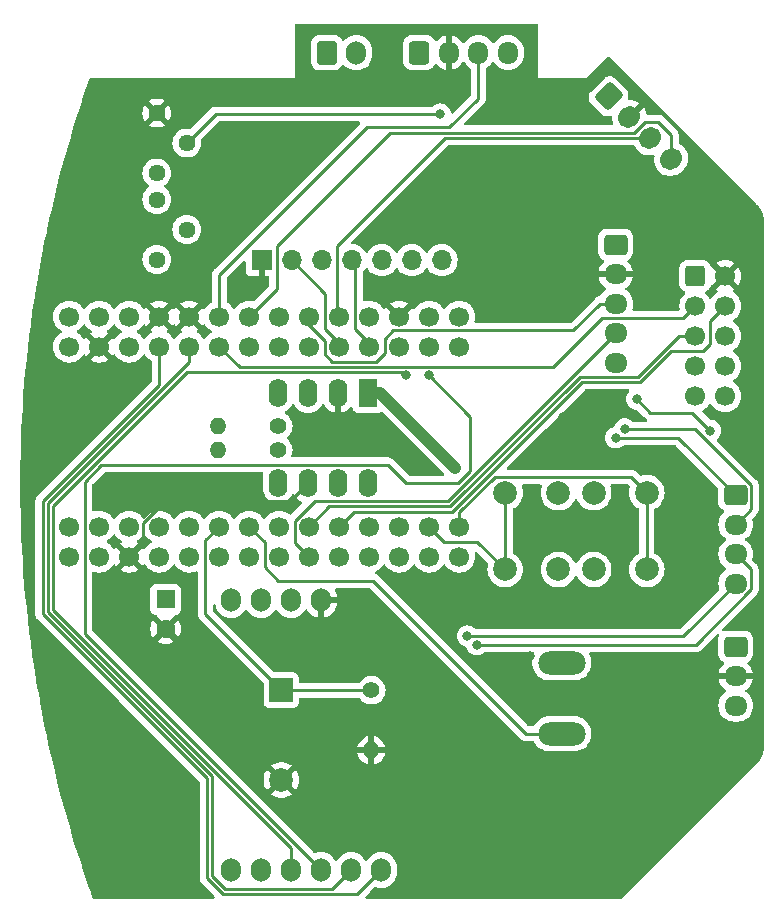
<source format=gbr>
%TF.GenerationSoftware,KiCad,Pcbnew,7.0.9*%
%TF.CreationDate,2024-06-18T04:10:23+09:00*%
%TF.ProjectId,Main,4d61696e-2e6b-4696-9361-645f70636258,rev?*%
%TF.SameCoordinates,Original*%
%TF.FileFunction,Copper,L2,Bot*%
%TF.FilePolarity,Positive*%
%FSLAX46Y46*%
G04 Gerber Fmt 4.6, Leading zero omitted, Abs format (unit mm)*
G04 Created by KiCad (PCBNEW 7.0.9) date 2024-06-18 04:10:23*
%MOMM*%
%LPD*%
G01*
G04 APERTURE LIST*
G04 Aperture macros list*
%AMRoundRect*
0 Rectangle with rounded corners*
0 $1 Rounding radius*
0 $2 $3 $4 $5 $6 $7 $8 $9 X,Y pos of 4 corners*
0 Add a 4 corners polygon primitive as box body*
4,1,4,$2,$3,$4,$5,$6,$7,$8,$9,$2,$3,0*
0 Add four circle primitives for the rounded corners*
1,1,$1+$1,$2,$3*
1,1,$1+$1,$4,$5*
1,1,$1+$1,$6,$7*
1,1,$1+$1,$8,$9*
0 Add four rect primitives between the rounded corners*
20,1,$1+$1,$2,$3,$4,$5,0*
20,1,$1+$1,$4,$5,$6,$7,0*
20,1,$1+$1,$6,$7,$8,$9,0*
20,1,$1+$1,$8,$9,$2,$3,0*%
%AMHorizOval*
0 Thick line with rounded ends*
0 $1 width*
0 $2 $3 position (X,Y) of the first rounded end (center of the circle)*
0 $4 $5 position (X,Y) of the second rounded end (center of the circle)*
0 Add line between two ends*
20,1,$1,$2,$3,$4,$5,0*
0 Add two circle primitives to create the rounded ends*
1,1,$1,$2,$3*
1,1,$1,$4,$5*%
G04 Aperture macros list end*
%TA.AperFunction,ComponentPad*%
%ADD10O,1.700000X2.000000*%
%TD*%
%TA.AperFunction,ComponentPad*%
%ADD11O,4.000000X2.000000*%
%TD*%
%TA.AperFunction,ComponentPad*%
%ADD12R,2.000000X2.000000*%
%TD*%
%TA.AperFunction,ComponentPad*%
%ADD13C,2.000000*%
%TD*%
%TA.AperFunction,ComponentPad*%
%ADD14R,1.700000X1.700000*%
%TD*%
%TA.AperFunction,ComponentPad*%
%ADD15O,1.700000X1.700000*%
%TD*%
%TA.AperFunction,ComponentPad*%
%ADD16RoundRect,0.250000X-0.936916X-0.088388X-0.088388X-0.936916X0.936916X0.088388X0.088388X0.936916X0*%
%TD*%
%TA.AperFunction,ComponentPad*%
%ADD17HorizOval,1.700000X-0.088388X-0.088388X0.088388X0.088388X0*%
%TD*%
%TA.AperFunction,ComponentPad*%
%ADD18RoundRect,0.250000X-0.600000X-0.750000X0.600000X-0.750000X0.600000X0.750000X-0.600000X0.750000X0*%
%TD*%
%TA.AperFunction,ComponentPad*%
%ADD19RoundRect,0.250000X-0.725000X0.600000X-0.725000X-0.600000X0.725000X-0.600000X0.725000X0.600000X0*%
%TD*%
%TA.AperFunction,ComponentPad*%
%ADD20O,1.950000X1.700000*%
%TD*%
%TA.AperFunction,ComponentPad*%
%ADD21C,1.440000*%
%TD*%
%TA.AperFunction,ComponentPad*%
%ADD22RoundRect,0.250000X-0.600000X-0.725000X0.600000X-0.725000X0.600000X0.725000X-0.600000X0.725000X0*%
%TD*%
%TA.AperFunction,ComponentPad*%
%ADD23O,1.700000X1.950000*%
%TD*%
%TA.AperFunction,ComponentPad*%
%ADD24C,1.400000*%
%TD*%
%TA.AperFunction,ComponentPad*%
%ADD25O,1.400000X1.400000*%
%TD*%
%TA.AperFunction,ComponentPad*%
%ADD26R,1.600000X1.600000*%
%TD*%
%TA.AperFunction,ComponentPad*%
%ADD27C,1.600000*%
%TD*%
%TA.AperFunction,ComponentPad*%
%ADD28C,1.700000*%
%TD*%
%TA.AperFunction,ComponentPad*%
%ADD29R,1.600000X2.400000*%
%TD*%
%TA.AperFunction,ComponentPad*%
%ADD30O,1.600000X2.400000*%
%TD*%
%TA.AperFunction,ComponentPad*%
%ADD31RoundRect,0.250000X-0.600000X-0.600000X0.600000X-0.600000X0.600000X0.600000X-0.600000X0.600000X0*%
%TD*%
%TA.AperFunction,ViaPad*%
%ADD32C,0.800000*%
%TD*%
%TA.AperFunction,Conductor*%
%ADD33C,0.250000*%
%TD*%
%TA.AperFunction,Conductor*%
%ADD34C,1.000000*%
%TD*%
G04 APERTURE END LIST*
D10*
%TO.P,U2,1,02*%
%TO.N,/02*%
X144860133Y-120389000D03*
%TO.P,U2,2,01*%
%TO.N,/01*%
X142320133Y-120389000D03*
%TO.P,U2,3,RX*%
%TO.N,/Comm_TX*%
X139780133Y-120389000D03*
%TO.P,U2,4,TX*%
%TO.N,/Comm_RX*%
X137240133Y-120389000D03*
%TO.P,U2,5,D+*%
%TO.N,unconnected-(U2-D+-Pad5)*%
X134700133Y-120389000D03*
%TO.P,U2,6,D-*%
%TO.N,unconnected-(U2-D--Pad6)*%
X132160133Y-120389000D03*
%TO.P,U2,7,VIN*%
%TO.N,+12V*%
X132160133Y-97529000D03*
%TO.P,U2,8,LOGV*%
%TO.N,+3.3V*%
X134700133Y-97529000D03*
%TO.P,U2,9,3v3*%
%TO.N,unconnected-(U2-3v3-Pad9)*%
X137240133Y-97529000D03*
%TO.P,U2,10,GND*%
%TO.N,GND*%
X139780133Y-97529000D03*
%TD*%
D11*
%TO.P,SW3,1,1*%
%TO.N,/Start*%
X160147000Y-108839000D03*
%TO.P,SW3,2,2*%
%TO.N,+3.3V*%
X160147000Y-102839000D03*
%TD*%
D12*
%TO.P,BZ1,1,-*%
%TO.N,Net-(BZ1--)*%
X136398000Y-105166000D03*
D13*
%TO.P,BZ1,2,+*%
%TO.N,GND*%
X136398000Y-112766000D03*
%TD*%
D14*
%TO.P,J1,1,Pin_1*%
%TO.N,GND*%
X134742000Y-68764000D03*
D15*
%TO.P,J1,2,Pin_2*%
%TO.N,/TWE_TX*%
X137282000Y-68764000D03*
%TO.P,J1,3,Pin_3*%
%TO.N,unconnected-(J1-Pin_3-Pad3)*%
X139822000Y-68764000D03*
%TO.P,J1,4,Pin_4*%
%TO.N,/TWE_RX*%
X142362000Y-68764000D03*
%TO.P,J1,5,Pin_5*%
%TO.N,unconnected-(J1-Pin_5-Pad5)*%
X144902000Y-68764000D03*
%TO.P,J1,6,Pin_6*%
%TO.N,unconnected-(J1-Pin_6-Pad6)*%
X147442000Y-68764000D03*
%TO.P,J1,7,Pin_7*%
%TO.N,+3.3V*%
X149982000Y-68764000D03*
%TD*%
D16*
%TO.P,J5,1,Pin_1*%
%TO.N,+5V*%
X164104466Y-54884466D03*
D17*
%TO.P,J5,2,Pin_2*%
%TO.N,GND*%
X165872233Y-56652233D03*
%TO.P,J5,3,Pin_3*%
%TO.N,/LINE_TX*%
X167640000Y-58420000D03*
%TO.P,J5,4,Pin_4*%
%TO.N,/LINE_RX*%
X169407767Y-60187767D03*
%TD*%
D18*
%TO.P,J4,1,Pin_1*%
%TO.N,Net-(J4-Pin_1)*%
X140255000Y-51181000D03*
D10*
%TO.P,J4,2,Pin_2*%
%TO.N,/K*%
X142755000Y-51181000D03*
%TD*%
D19*
%TO.P,J6,1,Pin_1*%
%TO.N,+5V*%
X164719000Y-67437000D03*
D20*
%TO.P,J6,2,Pin_2*%
%TO.N,GND*%
X164719000Y-69937000D03*
%TO.P,J6,3,Pin_3*%
%TO.N,/SUB_RX*%
X164719000Y-72437000D03*
%TO.P,J6,4,Pin_4*%
%TO.N,/SUB_TX*%
X164719000Y-74937000D03*
%TO.P,J6,5,Pin_5*%
%TO.N,/SUB_1*%
X164719000Y-77437000D03*
%TD*%
D13*
%TO.P,SW2,1,1*%
%TO.N,/SUB*%
X167350000Y-88444000D03*
X167350000Y-94944000D03*
%TO.P,SW2,2,2*%
%TO.N,+3.3V*%
X162850000Y-88444000D03*
X162850000Y-94944000D03*
%TD*%
D21*
%TO.P,RV1,1,1*%
%TO.N,+3.3V*%
X125857000Y-61379000D03*
%TO.P,RV1,2,2*%
%TO.N,/GY_TRIM*%
X128397000Y-58839000D03*
%TO.P,RV1,3,3*%
%TO.N,GND*%
X125857000Y-56299000D03*
%TD*%
D22*
%TO.P,J3,1,Pin_1*%
%TO.N,+3.3V*%
X148082000Y-51181000D03*
D23*
%TO.P,J3,2,Pin_2*%
%TO.N,GND*%
X150582000Y-51181000D03*
%TO.P,J3,3,Pin_3*%
%TO.N,/TOUCH*%
X153082000Y-51181000D03*
%TO.P,J3,4,Pin_4*%
%TO.N,/K*%
X155582000Y-51181000D03*
%TD*%
D21*
%TO.P,R3,1*%
%TO.N,+5V*%
X125857000Y-68707000D03*
%TO.P,R3,2*%
%TO.N,Net-(J4-Pin_1)*%
X128397000Y-66167000D03*
%TO.P,R3,3*%
%TO.N,N/C*%
X125857000Y-63627000D03*
%TD*%
D24*
%TO.P,R1,1*%
%TO.N,/SDA*%
X136144000Y-84836000D03*
D25*
%TO.P,R1,2*%
%TO.N,+3.3V*%
X131064000Y-84836000D03*
%TD*%
D19*
%TO.P,J7,1,Pin_1*%
%TO.N,/MD_TX*%
X174879000Y-88646000D03*
D20*
%TO.P,J7,2,Pin_2*%
%TO.N,/MD_RX*%
X174879000Y-91146000D03*
%TO.P,J7,3,Pin_3*%
%TO.N,/FET1*%
X174879000Y-93646000D03*
%TO.P,J7,4,Pin_4*%
%TO.N,/FET2*%
X174879000Y-96146000D03*
%TD*%
D26*
%TO.P,C1,1*%
%TO.N,+12V*%
X126619000Y-97473888D03*
D27*
%TO.P,C1,2*%
%TO.N,GND*%
X126619000Y-99973888D03*
%TD*%
D24*
%TO.P,R2,1*%
%TO.N,/SCL*%
X136144000Y-82804000D03*
D25*
%TO.P,R2,2*%
%TO.N,+3.3V*%
X131064000Y-82804000D03*
%TD*%
D19*
%TO.P,J8,1,Pin_1*%
%TO.N,+12V*%
X174879000Y-101473000D03*
D20*
%TO.P,J8,2,Pin_2*%
%TO.N,GND*%
X174879000Y-103973000D03*
%TO.P,J8,3,Pin_3*%
%TO.N,+5V*%
X174879000Y-106473000D03*
%TD*%
D24*
%TO.P,R4,1*%
%TO.N,Net-(BZ1--)*%
X144018000Y-105166000D03*
D25*
%TO.P,R4,2*%
%TO.N,GND*%
X144018000Y-110246000D03*
%TD*%
D13*
%TO.P,SW1,1,1*%
%TO.N,/GY_RES*%
X155357000Y-94944000D03*
X155357000Y-88444000D03*
%TO.P,SW1,2,2*%
%TO.N,+3.3V*%
X159857000Y-94944000D03*
X159857000Y-88444000D03*
%TD*%
D28*
%TO.P,U3,1,GND*%
%TO.N,GND*%
X123523000Y-93853000D03*
X118443000Y-91313000D03*
X120983000Y-76073000D03*
X126063000Y-73533000D03*
X128603000Y-73533000D03*
X146383000Y-73533000D03*
%TO.P,U3,2,0_RX1_CRX2_CS1*%
%TO.N,/MD_RX*%
X120983000Y-91313000D03*
%TO.P,U3,3,1_TX1_CTX2_MISO1*%
%TO.N,/MD_TX*%
X123523000Y-91313000D03*
%TO.P,U3,4,2_OUT2*%
%TO.N,/FET1*%
X126063000Y-91313000D03*
%TO.P,U3,5,3_LRCLK2*%
%TO.N,/FET2*%
X128603000Y-91313000D03*
%TO.P,U3,6,4_BCLK2*%
%TO.N,Net-(BZ1--)*%
X131143000Y-91313000D03*
%TO.P,U3,7,5_IN2*%
%TO.N,/Start*%
X133683000Y-91313000D03*
%TO.P,U3,8,6_OUT1D*%
%TO.N,/RUN*%
X136223000Y-91313000D03*
%TO.P,U3,9,7_RX2_OUT1A*%
%TO.N,/IR_RX*%
X138763000Y-91313000D03*
%TO.P,U3,10,8_TX2_IN1*%
%TO.N,/IR_TX*%
X141303000Y-91313000D03*
%TO.P,U3,11,9_OUT1C*%
%TO.N,/LEFT*%
X143843000Y-91313000D03*
%TO.P,U3,12,10_CS_MQSR*%
%TO.N,/RIGHT*%
X146383000Y-91313000D03*
%TO.P,U3,13,11_MOSI_CTX1*%
%TO.N,/GY_RES*%
X148923000Y-91313000D03*
%TO.P,U3,14,12_MISO_MQSL*%
%TO.N,/SUB*%
X151463000Y-91313000D03*
%TO.P,U3,15,VBAT*%
%TO.N,unconnected-(U3-VBAT-Pad15)*%
X151463000Y-93853000D03*
%TO.P,U3,18,PROGRAM*%
%TO.N,unconnected-(U3-PROGRAM-Pad18)*%
X148923000Y-73533000D03*
%TO.P,U3,19,ON_OFF*%
%TO.N,unconnected-(U3-ON_OFF-Pad19)*%
X151463000Y-73533000D03*
%TO.P,U3,20,13_SCK_CRX1_LED*%
%TO.N,/GY_TRIM*%
X151463000Y-76073000D03*
%TO.P,U3,21,14_A0_TX3_SPDIF_OUT*%
%TO.N,/Comm_TX*%
X148923000Y-76073000D03*
%TO.P,U3,22,15_A1_RX3_SPDIF_IN*%
%TO.N,/Comm_RX*%
X146383000Y-76073000D03*
%TO.P,U3,23,16_A2_RX4_SCL1*%
%TO.N,/TWE_RX*%
X143843000Y-76073000D03*
%TO.P,U3,24,17_A3_TX4_SDA1*%
%TO.N,/TWE_TX*%
X141303000Y-76073000D03*
%TO.P,U3,25,18_A4_SDA0*%
%TO.N,/SDA*%
X138763000Y-76073000D03*
%TO.P,U3,26,19_A5_SCL0*%
%TO.N,/SCL*%
X136223000Y-76073000D03*
%TO.P,U3,27,20_A6_TX5_LRCLK1*%
%TO.N,unconnected-(U3-20_A6_TX5_LRCLK1-Pad27)*%
X133683000Y-76073000D03*
%TO.P,U3,28,21_A7_RX5_BCLK1*%
%TO.N,/CAM_RX*%
X131143000Y-76073000D03*
%TO.P,U3,29,22_A8_CTX1*%
%TO.N,/01*%
X128603000Y-76073000D03*
%TO.P,U3,30,23_A9_CRX1_MCLK1*%
%TO.N,/02*%
X126063000Y-76073000D03*
%TO.P,U3,31,3V3*%
%TO.N,+3.3V*%
X128603000Y-93853000D03*
X123523000Y-76073000D03*
X143843000Y-73533000D03*
%TO.P,U3,33,VIN*%
%TO.N,+5V*%
X118443000Y-76073000D03*
%TO.P,U3,34,VUSB*%
%TO.N,unconnected-(U3-VUSB-Pad34)*%
X118443000Y-73533000D03*
%TO.P,U3,35,24_A10_TX6_SCL2*%
%TO.N,/LINE_TX*%
X141303000Y-73533000D03*
%TO.P,U3,36,25_A11_RX6_SDA2*%
%TO.N,/LINE_RX*%
X133683000Y-73533000D03*
%TO.P,U3,37,26_A12_MOSI1*%
%TO.N,unconnected-(U3-26_A12_MOSI1-Pad37)*%
X136223000Y-73533000D03*
%TO.P,U3,38,27_A13_SCK1*%
%TO.N,/TOUCH*%
X131143000Y-73533000D03*
%TO.P,U3,39,28_RX7*%
%TO.N,/SUB_RX*%
X138763000Y-73533000D03*
%TO.P,U3,40,29_TX7*%
%TO.N,/SUB_TX*%
X138763000Y-93853000D03*
%TO.P,U3,41,30_CRX3*%
%TO.N,/SUB_1*%
X148923000Y-93853000D03*
%TO.P,U3,42,31_CTX3*%
%TO.N,unconnected-(U3-31_CTX3-Pad42)*%
X141303000Y-93853000D03*
%TO.P,U3,43,32_OUT1B*%
%TO.N,unconnected-(U3-32_OUT1B-Pad43)*%
X146383000Y-93853000D03*
%TO.P,U3,44,33_MCLK2*%
%TO.N,unconnected-(U3-33_MCLK2-Pad44)*%
X143843000Y-93853000D03*
%TO.P,U3,45,34_DAT1_MISO2*%
%TO.N,unconnected-(U3-34_DAT1_MISO2-Pad45)*%
X118443000Y-93853000D03*
%TO.P,U3,46,35_DAT0_MOSI2*%
%TO.N,unconnected-(U3-35_DAT0_MOSI2-Pad46)*%
X120983000Y-93853000D03*
%TO.P,U3,48,36_CLK_CS2*%
%TO.N,unconnected-(U3-36_CLK_CS2-Pad48)*%
X126063000Y-93853000D03*
%TO.P,U3,50,37_CMD_SCK2*%
%TO.N,unconnected-(U3-37_CMD_SCK2-Pad50)*%
X131143000Y-93853000D03*
%TO.P,U3,51,38_DAT3_RX5*%
%TO.N,unconnected-(U3-38_DAT3_RX5-Pad51)*%
X133683000Y-93853000D03*
%TO.P,U3,52,39_DAT2_TX5*%
%TO.N,unconnected-(U3-39_DAT2_TX5-Pad52)*%
X136223000Y-93853000D03*
%TO.P,U3,53,D-*%
%TO.N,unconnected-(U3-D--Pad53)*%
X120983000Y-73533000D03*
%TO.P,U3,54,D+*%
%TO.N,unconnected-(U3-D+-Pad54)*%
X123523000Y-73533000D03*
%TD*%
D29*
%TO.P,U1,1,VIN*%
%TO.N,+3.3V*%
X143754000Y-79995000D03*
D30*
%TO.P,U1,2,GND*%
%TO.N,GND*%
X141214000Y-79995000D03*
%TO.P,U1,3,SDA*%
%TO.N,/SDA*%
X138674000Y-79995000D03*
%TO.P,U1,4,SCL*%
%TO.N,/SCL*%
X136134000Y-79995000D03*
%TO.P,U1,5,VOUT*%
%TO.N,unconnected-(U1-VOUT-Pad5)*%
X136134000Y-87615000D03*
%TO.P,U1,6,GND*%
%TO.N,GND*%
X138674000Y-87615000D03*
%TO.P,U1,7,INT*%
%TO.N,unconnected-(U1-INT-Pad7)*%
X141214000Y-87615000D03*
%TO.P,U1,8,RESET*%
%TO.N,unconnected-(U1-RESET-Pad8)*%
X143754000Y-87615000D03*
%TD*%
D31*
%TO.P,J2,1,Pin_1*%
%TO.N,+5V*%
X171450000Y-70104000D03*
D28*
%TO.P,J2,2,Pin_2*%
%TO.N,GND*%
X173990000Y-70104000D03*
%TO.P,J2,3,Pin_3*%
%TO.N,/CAM_RX*%
X171450000Y-72644000D03*
%TO.P,J2,4,Pin_4*%
%TO.N,/IR_TX*%
X173990000Y-72644000D03*
%TO.P,J2,5,Pin_5*%
%TO.N,/IR_RX*%
X171450000Y-75184000D03*
%TO.P,J2,6,Pin_6*%
%TO.N,/SDA*%
X173990000Y-75184000D03*
%TO.P,J2,7,Pin_7*%
%TO.N,/SCL*%
X171450000Y-77724000D03*
%TO.P,J2,8,Pin_8*%
%TO.N,/RUN*%
X173990000Y-77724000D03*
%TO.P,J2,9,Pin_9*%
%TO.N,/LEFT*%
X171450000Y-80264000D03*
%TO.P,J2,10,Pin_10*%
%TO.N,/RIGHT*%
X173990000Y-80264000D03*
%TD*%
D32*
%TO.N,GND*%
X121793000Y-88011000D03*
X147193000Y-100711000D03*
X121412000Y-111252000D03*
X121031000Y-122047000D03*
X166878000Y-113538000D03*
X149098000Y-113411000D03*
X147193000Y-121920000D03*
X164846000Y-122047000D03*
X158623000Y-66294000D03*
X170688000Y-64516000D03*
X160147000Y-53975000D03*
X120777000Y-54229000D03*
X128651000Y-54483000D03*
X156718000Y-49403000D03*
X150622000Y-53848000D03*
X146558000Y-54991000D03*
X145415000Y-51308000D03*
X141986000Y-54356000D03*
X137795000Y-54229000D03*
X116840000Y-69215000D03*
X124333000Y-67056000D03*
X126111000Y-58801000D03*
X127889000Y-63881000D03*
X131318000Y-57404000D03*
X134747000Y-57531000D03*
X140335000Y-57785000D03*
X130429000Y-67818000D03*
X127762000Y-70993000D03*
X120015000Y-70993000D03*
X128905000Y-113030000D03*
X139446000Y-118237000D03*
X134112000Y-104648000D03*
X125730000Y-104648000D03*
X136398000Y-108966000D03*
X145923000Y-104775000D03*
X151257000Y-104648000D03*
X157480000Y-107696000D03*
X154178000Y-104394000D03*
X173355000Y-108077000D03*
X163068000Y-108077000D03*
X176657000Y-107950000D03*
X157480000Y-102235000D03*
X172720000Y-104013000D03*
X133477000Y-100584000D03*
X150622000Y-100711000D03*
X152146000Y-97536000D03*
X147701000Y-97536000D03*
X142748000Y-97536000D03*
X128905000Y-99822000D03*
X122301000Y-95631000D03*
X123825000Y-101600000D03*
X115570000Y-99949000D03*
X115062000Y-87757000D03*
X115697000Y-76454000D03*
X118110000Y-78486000D03*
X118110000Y-85344000D03*
X124587000Y-79248000D03*
X141224000Y-82169000D03*
X147320000Y-84582000D03*
X138049000Y-84963000D03*
X147066000Y-66929000D03*
X143510000Y-67056000D03*
X146558000Y-63627000D03*
X149606000Y-64897000D03*
X151003000Y-59690000D03*
X152400000Y-72009000D03*
X147574000Y-72263000D03*
X162560000Y-59563000D03*
X154559000Y-59563000D03*
X155702000Y-53467000D03*
X152781000Y-56896000D03*
X162560000Y-56769000D03*
X165227000Y-53213000D03*
X173990000Y-68199000D03*
X175260000Y-65532000D03*
X171069000Y-61468000D03*
X165735000Y-59563000D03*
X166878000Y-65913000D03*
X165608000Y-64643000D03*
X169291000Y-70231000D03*
X166624000Y-69977000D03*
X162687000Y-69977000D03*
X160655000Y-73660000D03*
X154559000Y-73660000D03*
X166116000Y-81915000D03*
X160274000Y-82042000D03*
X162306000Y-80264000D03*
%TO.N,/SUB_1*%
X166497000Y-80518000D03*
X172720000Y-83185000D03*
%TO.N,/GY_TRIM*%
X149860000Y-56388000D03*
%TO.N,/Comm_TX*%
X148923000Y-78517500D03*
%TO.N,/Comm_RX*%
X146939000Y-78517500D03*
%TO.N,/FET1*%
X152956036Y-101308500D03*
%TO.N,/FET2*%
X152146000Y-100584000D03*
%TO.N,/MD_RX*%
X165476701Y-83053701D03*
%TO.N,/MD_TX*%
X164719000Y-83788500D03*
%TO.N,+3.3V*%
X151130000Y-86360000D03*
%TD*%
D33*
%TO.N,GND*%
X138674000Y-87615000D02*
X137149000Y-89140000D01*
X137149000Y-89140000D02*
X126574299Y-89140000D01*
X124698000Y-92678000D02*
X123523000Y-93853000D01*
X126574299Y-89140000D02*
X124698000Y-91016299D01*
X124698000Y-91016299D02*
X124698000Y-92678000D01*
%TO.N,/MD_TX*%
X164719000Y-83788500D02*
X170021500Y-83788500D01*
X170021500Y-83788500D02*
X174879000Y-88646000D01*
%TO.N,/SUB_1*%
X172720000Y-83185000D02*
X172709299Y-83185000D01*
X172709299Y-83185000D02*
X171185299Y-81661000D01*
X171185299Y-81661000D02*
X167640000Y-81661000D01*
X167640000Y-81661000D02*
X166497000Y-80518000D01*
%TO.N,/GY_TRIM*%
X128397000Y-58839000D02*
X130848000Y-56388000D01*
X130848000Y-56388000D02*
X149860000Y-56388000D01*
%TO.N,/SUB_RX*%
X163402000Y-72437000D02*
X164719000Y-72437000D01*
X161131000Y-74708000D02*
X163402000Y-72437000D01*
X145161000Y-75438000D02*
X145891000Y-74708000D01*
X145161000Y-76581000D02*
X145161000Y-75438000D01*
X144399000Y-77343000D02*
X145161000Y-76581000D01*
X145891000Y-74708000D02*
X161131000Y-74708000D01*
X138763000Y-73533000D02*
X138763000Y-74247000D01*
X140686650Y-77343000D02*
X144399000Y-77343000D01*
X140081000Y-76737350D02*
X140686650Y-77343000D01*
X140081000Y-75565000D02*
X140081000Y-76737350D01*
X138763000Y-74247000D02*
X140081000Y-75565000D01*
%TO.N,/01*%
X128603000Y-77389604D02*
X116644000Y-89348604D01*
X116644000Y-98525659D02*
X130556000Y-112437659D01*
X128603000Y-76073000D02*
X128603000Y-77389604D01*
X116644000Y-89348604D02*
X116644000Y-98525659D01*
X130556000Y-112437659D02*
X130556000Y-120902604D01*
X130556000Y-120902604D02*
X131631396Y-121978000D01*
X131631396Y-121978000D02*
X140731133Y-121978000D01*
X140731133Y-121978000D02*
X142320133Y-120389000D01*
%TO.N,/02*%
X126063000Y-76073000D02*
X126063000Y-79293208D01*
X116194000Y-98712055D02*
X130106000Y-112624055D01*
X131445000Y-122428000D02*
X142821133Y-122428000D01*
X142821133Y-122428000D02*
X144860133Y-120389000D01*
X126063000Y-79293208D02*
X116194000Y-89162208D01*
X116194000Y-89162208D02*
X116194000Y-98712055D01*
X130106000Y-112624055D02*
X130106000Y-121089000D01*
X130106000Y-121089000D02*
X131445000Y-122428000D01*
%TO.N,/Comm_RX*%
X146939000Y-78517500D02*
X146664500Y-78243000D01*
X146664500Y-78243000D02*
X128386000Y-78243000D01*
X128386000Y-78243000D02*
X117094000Y-89535000D01*
X117094000Y-98339263D02*
X137240133Y-118485396D01*
X117094000Y-89535000D02*
X117094000Y-98339263D01*
X137240133Y-118485396D02*
X137240133Y-120389000D01*
%TO.N,/Comm_TX*%
X148923000Y-78517500D02*
X152400000Y-81994500D01*
X152400000Y-81994500D02*
X152400000Y-86612604D01*
X152400000Y-86612604D02*
X151382604Y-87630000D01*
X119761000Y-100369867D02*
X139780133Y-120389000D01*
X151382604Y-87630000D02*
X146939000Y-87630000D01*
X146939000Y-87630000D02*
X145399000Y-86090000D01*
X145399000Y-86090000D02*
X121175396Y-86090000D01*
X121175396Y-86090000D02*
X119761000Y-87504396D01*
X119761000Y-87504396D02*
X119761000Y-100369867D01*
%TO.N,/CAM_RX*%
X131143000Y-76073000D02*
X132863000Y-77793000D01*
X132863000Y-77793000D02*
X159443000Y-77793000D01*
X159443000Y-77793000D02*
X163576000Y-73660000D01*
X163576000Y-73660000D02*
X170434000Y-73660000D01*
X170434000Y-73660000D02*
X171450000Y-72644000D01*
%TO.N,/FET1*%
X152956036Y-101308500D02*
X171503201Y-101308500D01*
X171503201Y-101308500D02*
X176179000Y-96632701D01*
X176179000Y-94946000D02*
X174879000Y-93646000D01*
X176179000Y-96632701D02*
X176179000Y-94946000D01*
%TO.N,/FET2*%
X152146000Y-100584000D02*
X170441000Y-100584000D01*
X170441000Y-100584000D02*
X174879000Y-96146000D01*
%TO.N,/Start*%
X133683000Y-91313000D02*
X135001000Y-92631000D01*
X135001000Y-92631000D02*
X135001000Y-94742000D01*
X135001000Y-94742000D02*
X136144000Y-95885000D01*
X136144000Y-95885000D02*
X144145000Y-95885000D01*
X144145000Y-95885000D02*
X157099000Y-108839000D01*
X157099000Y-108839000D02*
X160147000Y-108839000D01*
%TO.N,/MD_RX*%
X176179000Y-89846000D02*
X174879000Y-91146000D01*
X171431801Y-83053701D02*
X176179000Y-87800900D01*
X165476701Y-83053701D02*
X171431801Y-83053701D01*
X176179000Y-87800900D02*
X176179000Y-89846000D01*
%TO.N,Net-(BZ1--)*%
X144018000Y-105166000D02*
X136398000Y-105166000D01*
X136398000Y-105166000D02*
X129968000Y-98736000D01*
X129968000Y-98736000D02*
X129968000Y-92488000D01*
X129968000Y-92488000D02*
X131143000Y-91313000D01*
%TO.N,/SUB*%
X167350000Y-88444000D02*
X167350000Y-94944000D01*
X151463000Y-91313000D02*
X151463000Y-90110919D01*
X151463000Y-90110919D02*
X154454919Y-87119000D01*
X154454919Y-87119000D02*
X166025000Y-87119000D01*
X166025000Y-87119000D02*
X167350000Y-88444000D01*
%TO.N,/GY_RES*%
X148923000Y-91313000D02*
X150193000Y-92583000D01*
X150193000Y-92583000D02*
X152996000Y-92583000D01*
X152996000Y-92583000D02*
X155357000Y-94944000D01*
X155357000Y-88444000D02*
X155357000Y-94944000D01*
%TO.N,/TOUCH*%
X153082000Y-51181000D02*
X153082000Y-55071000D01*
X150633000Y-57520000D02*
X143636000Y-57520000D01*
X153082000Y-55071000D02*
X150633000Y-57520000D01*
X143636000Y-57520000D02*
X131143000Y-70013000D01*
X131143000Y-70013000D02*
X131143000Y-73533000D01*
%TO.N,/TWE_RX*%
X142362000Y-68764000D02*
X142668000Y-69070000D01*
X142668000Y-69070000D02*
X142668000Y-74596000D01*
X142668000Y-74596000D02*
X143843000Y-75771000D01*
X143843000Y-75771000D02*
X143843000Y-76073000D01*
%TO.N,/TWE_TX*%
X137282000Y-68764000D02*
X140128000Y-71610000D01*
X140128000Y-71610000D02*
X140128000Y-74596000D01*
X141303000Y-75771000D02*
X141303000Y-76073000D01*
X140128000Y-74596000D02*
X141303000Y-75771000D01*
D34*
%TO.N,+3.3V*%
X144765000Y-79995000D02*
X151130000Y-86360000D01*
X143754000Y-79995000D02*
X144765000Y-79995000D01*
D33*
%TO.N,/IR_TX*%
X141303000Y-91313000D02*
X142562000Y-90054000D01*
X172085000Y-76454000D02*
X172720000Y-75819000D01*
X142562000Y-90054000D02*
X150867792Y-90054000D01*
X172720000Y-73914000D02*
X173990000Y-72644000D01*
X150867792Y-90054000D02*
X161859792Y-79062000D01*
X161859792Y-79062000D02*
X166811396Y-79062000D01*
X166811396Y-79062000D02*
X169419396Y-76454000D01*
X169419396Y-76454000D02*
X172085000Y-76454000D01*
X172720000Y-75819000D02*
X172720000Y-73914000D01*
%TO.N,/IR_RX*%
X138763000Y-91313000D02*
X140472000Y-89604000D01*
X150681396Y-89604000D02*
X161673396Y-78612000D01*
X140472000Y-89604000D02*
X150681396Y-89604000D01*
X161673396Y-78612000D02*
X166625000Y-78612000D01*
X166625000Y-78612000D02*
X170053000Y-75184000D01*
X170053000Y-75184000D02*
X171450000Y-75184000D01*
%TO.N,/SUB_TX*%
X164719000Y-74937000D02*
X164712000Y-74937000D01*
X164712000Y-74937000D02*
X150495000Y-89154000D01*
X150495000Y-89154000D02*
X139260299Y-89154000D01*
X139260299Y-89154000D02*
X137588000Y-90826299D01*
X137588000Y-90826299D02*
X137588000Y-92678000D01*
X137588000Y-92678000D02*
X138763000Y-93853000D01*
%TO.N,/LINE_RX*%
X169407767Y-58155767D02*
X168302545Y-57050545D01*
X168302545Y-57050545D02*
X167183538Y-57050545D01*
X167183538Y-57050545D02*
X166264083Y-57970000D01*
X166264083Y-57970000D02*
X145611000Y-57970000D01*
X169407767Y-60187767D02*
X169407767Y-58155767D01*
X145611000Y-57970000D02*
X136017000Y-67564000D01*
X136017000Y-67564000D02*
X136017000Y-71199000D01*
X136017000Y-71199000D02*
X133683000Y-73533000D01*
%TO.N,/LINE_TX*%
X141303000Y-73533000D02*
X141097000Y-73327000D01*
X141097000Y-73327000D02*
X141097000Y-67564000D01*
X141097000Y-67564000D02*
X150241000Y-58420000D01*
X150241000Y-58420000D02*
X167640000Y-58420000D01*
%TD*%
%TA.AperFunction,Conductor*%
%TO.N,GND*%
G36*
X158058039Y-48750236D02*
G01*
X158103794Y-48803040D01*
X158115000Y-48854551D01*
X158115000Y-53340000D01*
X162178999Y-53340000D01*
X162179000Y-53340000D01*
X164033260Y-51578451D01*
X164095417Y-51546552D01*
X164164958Y-51553321D01*
X164206342Y-51580673D01*
X176696697Y-64071027D01*
X176699088Y-64073555D01*
X176733557Y-64112127D01*
X176854248Y-64249752D01*
X176858202Y-64254757D01*
X176915325Y-64335266D01*
X176992894Y-64451359D01*
X176995602Y-64455806D01*
X177046624Y-64548127D01*
X177047967Y-64550696D01*
X177106280Y-64668948D01*
X177107955Y-64672644D01*
X177148979Y-64771690D01*
X177150409Y-64775487D01*
X177192790Y-64900342D01*
X177193654Y-64903101D01*
X177210176Y-64960451D01*
X177222851Y-65004450D01*
X177224083Y-65009520D01*
X177251326Y-65146489D01*
X177267858Y-65243796D01*
X177268601Y-65250126D01*
X177280469Y-65431006D01*
X177283489Y-65484793D01*
X177283586Y-65488269D01*
X177283586Y-109886415D01*
X177283488Y-109889893D01*
X177280593Y-109941438D01*
X177268619Y-110124190D01*
X177267876Y-110130524D01*
X177251352Y-110227787D01*
X177224105Y-110364780D01*
X177222873Y-110369851D01*
X177193681Y-110471183D01*
X177192814Y-110473949D01*
X177150422Y-110598836D01*
X177148992Y-110602634D01*
X177107982Y-110701646D01*
X177106308Y-110705342D01*
X177047986Y-110823611D01*
X177046644Y-110826179D01*
X176995629Y-110918489D01*
X176992915Y-110922947D01*
X176915309Y-111039094D01*
X176858242Y-111119523D01*
X176854285Y-111124532D01*
X176732073Y-111263866D01*
X176699428Y-111300396D01*
X176697038Y-111302924D01*
X166648951Y-121351011D01*
X165227282Y-122772681D01*
X165165959Y-122806166D01*
X165139601Y-122809000D01*
X143624085Y-122809000D01*
X143557046Y-122789315D01*
X143511291Y-122736511D01*
X143501347Y-122667353D01*
X143530372Y-122603797D01*
X143536404Y-122597319D01*
X143880379Y-122253344D01*
X144286185Y-121847537D01*
X144347506Y-121814054D01*
X144405956Y-121815444D01*
X144624725Y-121874063D01*
X144813051Y-121890539D01*
X144860132Y-121894659D01*
X144860133Y-121894659D01*
X144860134Y-121894659D01*
X144899367Y-121891226D01*
X145095541Y-121874063D01*
X145323796Y-121812903D01*
X145537962Y-121713035D01*
X145731534Y-121577495D01*
X145898628Y-121410401D01*
X146034168Y-121216829D01*
X146134036Y-121002663D01*
X146195196Y-120774408D01*
X146210633Y-120597966D01*
X146210633Y-120180034D01*
X146195196Y-120003592D01*
X146134036Y-119775337D01*
X146034168Y-119561171D01*
X146028558Y-119553158D01*
X145898627Y-119367597D01*
X145731535Y-119200506D01*
X145731528Y-119200501D01*
X145537967Y-119064967D01*
X145537963Y-119064965D01*
X145478822Y-119037387D01*
X145323796Y-118965097D01*
X145323792Y-118965096D01*
X145323788Y-118965094D01*
X145095546Y-118903938D01*
X145095536Y-118903936D01*
X144860134Y-118883341D01*
X144860132Y-118883341D01*
X144624729Y-118903936D01*
X144624719Y-118903938D01*
X144396477Y-118965094D01*
X144396468Y-118965098D01*
X144182304Y-119064964D01*
X144182302Y-119064965D01*
X143988730Y-119200505D01*
X143821638Y-119367597D01*
X143691708Y-119553158D01*
X143637131Y-119596783D01*
X143567633Y-119603977D01*
X143505278Y-119572454D01*
X143488558Y-119553158D01*
X143358627Y-119367597D01*
X143191535Y-119200506D01*
X143191528Y-119200501D01*
X142997967Y-119064967D01*
X142997963Y-119064965D01*
X142938822Y-119037387D01*
X142783796Y-118965097D01*
X142783792Y-118965096D01*
X142783788Y-118965094D01*
X142555546Y-118903938D01*
X142555536Y-118903936D01*
X142320134Y-118883341D01*
X142320132Y-118883341D01*
X142084729Y-118903936D01*
X142084719Y-118903938D01*
X141856477Y-118965094D01*
X141856468Y-118965098D01*
X141642304Y-119064964D01*
X141642302Y-119064965D01*
X141448730Y-119200505D01*
X141281638Y-119367597D01*
X141151708Y-119553158D01*
X141097131Y-119596783D01*
X141027633Y-119603977D01*
X140965278Y-119572454D01*
X140948558Y-119553158D01*
X140818627Y-119367597D01*
X140651535Y-119200506D01*
X140651528Y-119200501D01*
X140457967Y-119064967D01*
X140457963Y-119064965D01*
X140398822Y-119037387D01*
X140243796Y-118965097D01*
X140243792Y-118965096D01*
X140243788Y-118965094D01*
X140015546Y-118903938D01*
X140015536Y-118903936D01*
X139780134Y-118883341D01*
X139780132Y-118883341D01*
X139544729Y-118903936D01*
X139544719Y-118903938D01*
X139325958Y-118962554D01*
X139256108Y-118960891D01*
X139206184Y-118930460D01*
X133041729Y-112766005D01*
X134892859Y-112766005D01*
X134913385Y-113013729D01*
X134913387Y-113013738D01*
X134974412Y-113254717D01*
X135074266Y-113482364D01*
X135174564Y-113635882D01*
X135914923Y-112895523D01*
X135938507Y-112975844D01*
X136016239Y-113096798D01*
X136124900Y-113190952D01*
X136255685Y-113250680D01*
X136265466Y-113252086D01*
X135527942Y-113989609D01*
X135574768Y-114026055D01*
X135574770Y-114026056D01*
X135793385Y-114144364D01*
X135793396Y-114144369D01*
X136028506Y-114225083D01*
X136273707Y-114266000D01*
X136522293Y-114266000D01*
X136767493Y-114225083D01*
X137002603Y-114144369D01*
X137002614Y-114144364D01*
X137221228Y-114026057D01*
X137221231Y-114026055D01*
X137268056Y-113989609D01*
X136530533Y-113252086D01*
X136540315Y-113250680D01*
X136671100Y-113190952D01*
X136779761Y-113096798D01*
X136857493Y-112975844D01*
X136881076Y-112895524D01*
X137621434Y-113635882D01*
X137721731Y-113482369D01*
X137821587Y-113254717D01*
X137882612Y-113013738D01*
X137882614Y-113013729D01*
X137903141Y-112766005D01*
X137903141Y-112765994D01*
X137882614Y-112518270D01*
X137882612Y-112518261D01*
X137821587Y-112277282D01*
X137721731Y-112049630D01*
X137621434Y-111896116D01*
X136881076Y-112636475D01*
X136857493Y-112556156D01*
X136779761Y-112435202D01*
X136671100Y-112341048D01*
X136540315Y-112281320D01*
X136530534Y-112279913D01*
X137268057Y-111542390D01*
X137268056Y-111542389D01*
X137221229Y-111505943D01*
X137002614Y-111387635D01*
X137002603Y-111387630D01*
X136767493Y-111306916D01*
X136522293Y-111266000D01*
X136273707Y-111266000D01*
X136028506Y-111306916D01*
X135793396Y-111387630D01*
X135793390Y-111387632D01*
X135574761Y-111505949D01*
X135527942Y-111542388D01*
X135527942Y-111542390D01*
X136265466Y-112279913D01*
X136255685Y-112281320D01*
X136124900Y-112341048D01*
X136016239Y-112435202D01*
X135938507Y-112556156D01*
X135914923Y-112636475D01*
X135174564Y-111896116D01*
X135074267Y-112049632D01*
X134974412Y-112277282D01*
X134913387Y-112518261D01*
X134913385Y-112518270D01*
X134892859Y-112765994D01*
X134892859Y-112766005D01*
X133041729Y-112766005D01*
X130771724Y-110496000D01*
X142841505Y-110496000D01*
X142894239Y-110681349D01*
X142993368Y-110880425D01*
X143127391Y-111057900D01*
X143291738Y-111207721D01*
X143480820Y-111324797D01*
X143480822Y-111324798D01*
X143688195Y-111405135D01*
X143768000Y-111420052D01*
X143768000Y-110496000D01*
X142841505Y-110496000D01*
X130771724Y-110496000D01*
X130551026Y-110275302D01*
X143664372Y-110275302D01*
X143693047Y-110388538D01*
X143756936Y-110486327D01*
X143849115Y-110558072D01*
X143959595Y-110596000D01*
X144047005Y-110596000D01*
X144133216Y-110581614D01*
X144235947Y-110526019D01*
X144263581Y-110496000D01*
X144268000Y-110496000D01*
X144268000Y-111420052D01*
X144347804Y-111405135D01*
X144555177Y-111324798D01*
X144555179Y-111324797D01*
X144744261Y-111207721D01*
X144908608Y-111057900D01*
X145042631Y-110880425D01*
X145141760Y-110681349D01*
X145194495Y-110496000D01*
X144268000Y-110496000D01*
X144263581Y-110496000D01*
X144315060Y-110440079D01*
X144361982Y-110333108D01*
X144371628Y-110216698D01*
X144342953Y-110103462D01*
X144279064Y-110005673D01*
X144186885Y-109933928D01*
X144076405Y-109896000D01*
X143988995Y-109896000D01*
X143902784Y-109910386D01*
X143800053Y-109965981D01*
X143720940Y-110051921D01*
X143674018Y-110158892D01*
X143664372Y-110275302D01*
X130551026Y-110275302D01*
X130271724Y-109996000D01*
X142841505Y-109996000D01*
X143768000Y-109996000D01*
X143768000Y-109071946D01*
X144268000Y-109071946D01*
X144268000Y-109996000D01*
X145194495Y-109996000D01*
X145141760Y-109810650D01*
X145042631Y-109611574D01*
X144908608Y-109434099D01*
X144744261Y-109284278D01*
X144555179Y-109167202D01*
X144555177Y-109167201D01*
X144347799Y-109086864D01*
X144268000Y-109071946D01*
X143768000Y-109071946D01*
X143688200Y-109086864D01*
X143480822Y-109167201D01*
X143480820Y-109167202D01*
X143291738Y-109284278D01*
X143127391Y-109434099D01*
X142993368Y-109611574D01*
X142894239Y-109810650D01*
X142841505Y-109996000D01*
X130271724Y-109996000D01*
X120422819Y-100147095D01*
X120389334Y-100085772D01*
X120386500Y-100059414D01*
X120386500Y-99973890D01*
X125314034Y-99973890D01*
X125333858Y-100200487D01*
X125333860Y-100200498D01*
X125392730Y-100420205D01*
X125392734Y-100420214D01*
X125488865Y-100626369D01*
X125488866Y-100626371D01*
X125539973Y-100699359D01*
X125539974Y-100699360D01*
X126221046Y-100018287D01*
X126233835Y-100099036D01*
X126291359Y-100211933D01*
X126380955Y-100301529D01*
X126493852Y-100359053D01*
X126574599Y-100371841D01*
X125893526Y-101052913D01*
X125893526Y-101052914D01*
X125966512Y-101104019D01*
X125966516Y-101104021D01*
X126172673Y-101200153D01*
X126172682Y-101200157D01*
X126392389Y-101259027D01*
X126392400Y-101259029D01*
X126618998Y-101278854D01*
X126619002Y-101278854D01*
X126845599Y-101259029D01*
X126845610Y-101259027D01*
X127065317Y-101200157D01*
X127065331Y-101200152D01*
X127271478Y-101104024D01*
X127344472Y-101052913D01*
X126663401Y-100371841D01*
X126744148Y-100359053D01*
X126857045Y-100301529D01*
X126946641Y-100211933D01*
X127004165Y-100099036D01*
X127016953Y-100018288D01*
X127698025Y-100699360D01*
X127749136Y-100626366D01*
X127845264Y-100420219D01*
X127845269Y-100420205D01*
X127904139Y-100200498D01*
X127904141Y-100200487D01*
X127923966Y-99973890D01*
X127923966Y-99973885D01*
X127904141Y-99747288D01*
X127904139Y-99747277D01*
X127845269Y-99527570D01*
X127845265Y-99527561D01*
X127749133Y-99321404D01*
X127749131Y-99321400D01*
X127698026Y-99248414D01*
X127698025Y-99248414D01*
X127016953Y-99929486D01*
X127004165Y-99848740D01*
X126946641Y-99735843D01*
X126857045Y-99646247D01*
X126744148Y-99588723D01*
X126663400Y-99575934D01*
X127349646Y-98889687D01*
X127359492Y-98840695D01*
X127408107Y-98790512D01*
X127463633Y-98775869D01*
X127463576Y-98774788D01*
X127463571Y-98774742D01*
X127463573Y-98774741D01*
X127463564Y-98774564D01*
X127466857Y-98774387D01*
X127466872Y-98774387D01*
X127526483Y-98767979D01*
X127661331Y-98717684D01*
X127776546Y-98631434D01*
X127862796Y-98516219D01*
X127913091Y-98381371D01*
X127919500Y-98321761D01*
X127919499Y-96626016D01*
X127913091Y-96566405D01*
X127897205Y-96523813D01*
X127862797Y-96431559D01*
X127862793Y-96431552D01*
X127776547Y-96316343D01*
X127776544Y-96316340D01*
X127661335Y-96230094D01*
X127661328Y-96230090D01*
X127526482Y-96179796D01*
X127526483Y-96179796D01*
X127466883Y-96173389D01*
X127466881Y-96173388D01*
X127466873Y-96173388D01*
X127466864Y-96173388D01*
X125771129Y-96173388D01*
X125771123Y-96173389D01*
X125711516Y-96179796D01*
X125576671Y-96230090D01*
X125576664Y-96230094D01*
X125461455Y-96316340D01*
X125461452Y-96316343D01*
X125375206Y-96431552D01*
X125375202Y-96431559D01*
X125324908Y-96566405D01*
X125321267Y-96600278D01*
X125318501Y-96626011D01*
X125318500Y-96626023D01*
X125318500Y-98321758D01*
X125318501Y-98321764D01*
X125324908Y-98381371D01*
X125375202Y-98516216D01*
X125375206Y-98516223D01*
X125461452Y-98631432D01*
X125461455Y-98631435D01*
X125576664Y-98717681D01*
X125576671Y-98717685D01*
X125621618Y-98734449D01*
X125711517Y-98767979D01*
X125771127Y-98774388D01*
X125771153Y-98774387D01*
X125774453Y-98774566D01*
X125774372Y-98776071D01*
X125835672Y-98794000D01*
X125881483Y-98846755D01*
X125889016Y-98890351D01*
X126574600Y-99575934D01*
X126493852Y-99588723D01*
X126380955Y-99646247D01*
X126291359Y-99735843D01*
X126233835Y-99848740D01*
X126221046Y-99929487D01*
X125539973Y-99248414D01*
X125539972Y-99248415D01*
X125488868Y-99321401D01*
X125392734Y-99527561D01*
X125392730Y-99527570D01*
X125333860Y-99747277D01*
X125333858Y-99747288D01*
X125314034Y-99973885D01*
X125314034Y-99973890D01*
X120386500Y-99973890D01*
X120386500Y-95252909D01*
X120406185Y-95185870D01*
X120458989Y-95140115D01*
X120528147Y-95130171D01*
X120542587Y-95133132D01*
X120747592Y-95188063D01*
X120921611Y-95203288D01*
X120982999Y-95208659D01*
X120983000Y-95208659D01*
X120983001Y-95208659D01*
X121044389Y-95203288D01*
X121218408Y-95188063D01*
X121446663Y-95126903D01*
X121660830Y-95027035D01*
X121854401Y-94891495D01*
X122021495Y-94724401D01*
X122151732Y-94538403D01*
X122206307Y-94494780D01*
X122275805Y-94487586D01*
X122338160Y-94519109D01*
X122354880Y-94538405D01*
X122408073Y-94614373D01*
X123039923Y-93982523D01*
X123063507Y-94062844D01*
X123141239Y-94183798D01*
X123249900Y-94277952D01*
X123380685Y-94337680D01*
X123390466Y-94339086D01*
X122761625Y-94967925D01*
X122845421Y-95026599D01*
X123059507Y-95126429D01*
X123059516Y-95126433D01*
X123287673Y-95187567D01*
X123287684Y-95187569D01*
X123522998Y-95208157D01*
X123523002Y-95208157D01*
X123758315Y-95187569D01*
X123758326Y-95187567D01*
X123986483Y-95126433D01*
X123986492Y-95126429D01*
X124200578Y-95026600D01*
X124200582Y-95026598D01*
X124284373Y-94967926D01*
X124284373Y-94967925D01*
X123655533Y-94339086D01*
X123665315Y-94337680D01*
X123796100Y-94277952D01*
X123904761Y-94183798D01*
X123982493Y-94062844D01*
X124006076Y-93982524D01*
X124637925Y-94614373D01*
X124691119Y-94538405D01*
X124745696Y-94494781D01*
X124815195Y-94487588D01*
X124877549Y-94519110D01*
X124894269Y-94538405D01*
X124907180Y-94556844D01*
X125024505Y-94724401D01*
X125191599Y-94891495D01*
X125266575Y-94943994D01*
X125385165Y-95027032D01*
X125385167Y-95027033D01*
X125385170Y-95027035D01*
X125599337Y-95126903D01*
X125599343Y-95126904D01*
X125599344Y-95126905D01*
X125648645Y-95140115D01*
X125827592Y-95188063D01*
X126001611Y-95203288D01*
X126062999Y-95208659D01*
X126063000Y-95208659D01*
X126063001Y-95208659D01*
X126124389Y-95203288D01*
X126298408Y-95188063D01*
X126526663Y-95126903D01*
X126740830Y-95027035D01*
X126934401Y-94891495D01*
X127101495Y-94724401D01*
X127216908Y-94559574D01*
X127231425Y-94538842D01*
X127286002Y-94495217D01*
X127355500Y-94488023D01*
X127417855Y-94519546D01*
X127434575Y-94538842D01*
X127564500Y-94724395D01*
X127564505Y-94724401D01*
X127731599Y-94891495D01*
X127806575Y-94943994D01*
X127925165Y-95027032D01*
X127925167Y-95027033D01*
X127925170Y-95027035D01*
X128139337Y-95126903D01*
X128139343Y-95126904D01*
X128139344Y-95126905D01*
X128188645Y-95140115D01*
X128367592Y-95188063D01*
X128541611Y-95203288D01*
X128602999Y-95208659D01*
X128603000Y-95208659D01*
X128603001Y-95208659D01*
X128664389Y-95203288D01*
X128838408Y-95188063D01*
X129066663Y-95126903D01*
X129166098Y-95080535D01*
X129235172Y-95070044D01*
X129298956Y-95098563D01*
X129337196Y-95157040D01*
X129342500Y-95192918D01*
X129342500Y-98653255D01*
X129340775Y-98668872D01*
X129341061Y-98668899D01*
X129340326Y-98676665D01*
X129342500Y-98745814D01*
X129342500Y-98775343D01*
X129342501Y-98775360D01*
X129343368Y-98782231D01*
X129343826Y-98788050D01*
X129345290Y-98834624D01*
X129345291Y-98834627D01*
X129350880Y-98853867D01*
X129354824Y-98872911D01*
X129357336Y-98892792D01*
X129374490Y-98936119D01*
X129376382Y-98941647D01*
X129389381Y-98986388D01*
X129399580Y-99003634D01*
X129408138Y-99021103D01*
X129415514Y-99039732D01*
X129442898Y-99077423D01*
X129446106Y-99082307D01*
X129469827Y-99122416D01*
X129469833Y-99122424D01*
X129483990Y-99136580D01*
X129496628Y-99151376D01*
X129508405Y-99167586D01*
X129508406Y-99167587D01*
X129544309Y-99197288D01*
X129548620Y-99201210D01*
X133556023Y-103208614D01*
X134861181Y-104513772D01*
X134894666Y-104575095D01*
X134897500Y-104601453D01*
X134897500Y-106213870D01*
X134897501Y-106213876D01*
X134903908Y-106273483D01*
X134954202Y-106408328D01*
X134954206Y-106408335D01*
X135040452Y-106523544D01*
X135040455Y-106523547D01*
X135155664Y-106609793D01*
X135155671Y-106609797D01*
X135290517Y-106660091D01*
X135290516Y-106660091D01*
X135297444Y-106660835D01*
X135350127Y-106666500D01*
X137445872Y-106666499D01*
X137505483Y-106660091D01*
X137640331Y-106609796D01*
X137755546Y-106523546D01*
X137841796Y-106408331D01*
X137892091Y-106273483D01*
X137898500Y-106213873D01*
X137898500Y-105915500D01*
X137918185Y-105848461D01*
X137970989Y-105802706D01*
X138022500Y-105791500D01*
X142924258Y-105791500D01*
X142991297Y-105811185D01*
X143023212Y-105840773D01*
X143127020Y-105978238D01*
X143291437Y-106128123D01*
X143291439Y-106128125D01*
X143480595Y-106245245D01*
X143480596Y-106245245D01*
X143480599Y-106245247D01*
X143688060Y-106325618D01*
X143906757Y-106366500D01*
X143906759Y-106366500D01*
X144129241Y-106366500D01*
X144129243Y-106366500D01*
X144347940Y-106325618D01*
X144555401Y-106245247D01*
X144744562Y-106128124D01*
X144908981Y-105978236D01*
X145043058Y-105800689D01*
X145142229Y-105601528D01*
X145203115Y-105387536D01*
X145223643Y-105166000D01*
X145203115Y-104944464D01*
X145142229Y-104730472D01*
X145102447Y-104650579D01*
X145043061Y-104531316D01*
X145043056Y-104531308D01*
X144908979Y-104353761D01*
X144744562Y-104203876D01*
X144744560Y-104203874D01*
X144555404Y-104086754D01*
X144555398Y-104086752D01*
X144347940Y-104006382D01*
X144129243Y-103965500D01*
X143906757Y-103965500D01*
X143688060Y-104006382D01*
X143556864Y-104057207D01*
X143480601Y-104086752D01*
X143480595Y-104086754D01*
X143291439Y-104203874D01*
X143291437Y-104203876D01*
X143127020Y-104353761D01*
X143023212Y-104491227D01*
X142967103Y-104532863D01*
X142924258Y-104540500D01*
X138022499Y-104540500D01*
X137955460Y-104520815D01*
X137909705Y-104468011D01*
X137898499Y-104416500D01*
X137898499Y-104118129D01*
X137898498Y-104118123D01*
X137892091Y-104058516D01*
X137841797Y-103923671D01*
X137841793Y-103923664D01*
X137755547Y-103808455D01*
X137755544Y-103808452D01*
X137640335Y-103722206D01*
X137640328Y-103722202D01*
X137505482Y-103671908D01*
X137505483Y-103671908D01*
X137445883Y-103665501D01*
X137445881Y-103665500D01*
X137445873Y-103665500D01*
X137445865Y-103665500D01*
X135833453Y-103665500D01*
X135766414Y-103645815D01*
X135745772Y-103629181D01*
X130629819Y-98513228D01*
X130596334Y-98451905D01*
X130593500Y-98425547D01*
X130593500Y-97992051D01*
X130613185Y-97925012D01*
X130665989Y-97879257D01*
X130735147Y-97869313D01*
X130798703Y-97898338D01*
X130836477Y-97957116D01*
X130837275Y-97959958D01*
X130886227Y-98142655D01*
X130886229Y-98142659D01*
X130886230Y-98142663D01*
X130890133Y-98151032D01*
X130986097Y-98356828D01*
X130986098Y-98356830D01*
X131121638Y-98550402D01*
X131214237Y-98643000D01*
X131288732Y-98717495D01*
X131371372Y-98775360D01*
X131482298Y-98853032D01*
X131482300Y-98853033D01*
X131482303Y-98853035D01*
X131696470Y-98952903D01*
X131696476Y-98952904D01*
X131696477Y-98952905D01*
X131751418Y-98967626D01*
X131924725Y-99014063D01*
X132113051Y-99030539D01*
X132160132Y-99034659D01*
X132160133Y-99034659D01*
X132160134Y-99034659D01*
X132199367Y-99031226D01*
X132395541Y-99014063D01*
X132623796Y-98952903D01*
X132837962Y-98853035D01*
X133031534Y-98717495D01*
X133198628Y-98550401D01*
X133328559Y-98364838D01*
X133383134Y-98321215D01*
X133452633Y-98314021D01*
X133514988Y-98345543D01*
X133531704Y-98364836D01*
X133661638Y-98550401D01*
X133828732Y-98717495D01*
X133911372Y-98775360D01*
X134022298Y-98853032D01*
X134022300Y-98853033D01*
X134022303Y-98853035D01*
X134236470Y-98952903D01*
X134236476Y-98952904D01*
X134236477Y-98952905D01*
X134291418Y-98967626D01*
X134464725Y-99014063D01*
X134653051Y-99030539D01*
X134700132Y-99034659D01*
X134700133Y-99034659D01*
X134700134Y-99034659D01*
X134739367Y-99031226D01*
X134935541Y-99014063D01*
X135163796Y-98952903D01*
X135377962Y-98853035D01*
X135571534Y-98717495D01*
X135738628Y-98550401D01*
X135868559Y-98364838D01*
X135923134Y-98321215D01*
X135992633Y-98314021D01*
X136054988Y-98345543D01*
X136071704Y-98364836D01*
X136201638Y-98550401D01*
X136368732Y-98717495D01*
X136451372Y-98775360D01*
X136562298Y-98853032D01*
X136562300Y-98853033D01*
X136562303Y-98853035D01*
X136776470Y-98952903D01*
X136776476Y-98952904D01*
X136776477Y-98952905D01*
X136831418Y-98967626D01*
X137004725Y-99014063D01*
X137193051Y-99030539D01*
X137240132Y-99034659D01*
X137240133Y-99034659D01*
X137240134Y-99034659D01*
X137279367Y-99031226D01*
X137475541Y-99014063D01*
X137703796Y-98952903D01*
X137917962Y-98853035D01*
X138111534Y-98717495D01*
X138278628Y-98550401D01*
X138408865Y-98364402D01*
X138463439Y-98320779D01*
X138532938Y-98313585D01*
X138595293Y-98345107D01*
X138612013Y-98364404D01*
X138742019Y-98550073D01*
X138742024Y-98550079D01*
X138909050Y-98717105D01*
X139102554Y-98852600D01*
X139316640Y-98952429D01*
X139316649Y-98952433D01*
X139530133Y-99009634D01*
X139530133Y-97964501D01*
X139637818Y-98013680D01*
X139744370Y-98029000D01*
X139815896Y-98029000D01*
X139922448Y-98013680D01*
X140030133Y-97964501D01*
X140030133Y-99009633D01*
X140243616Y-98952433D01*
X140243625Y-98952429D01*
X140457710Y-98852600D01*
X140457712Y-98852599D01*
X140651206Y-98717113D01*
X140651212Y-98717108D01*
X140818241Y-98550079D01*
X140818246Y-98550073D01*
X140953732Y-98356579D01*
X140953733Y-98356577D01*
X141053562Y-98142492D01*
X141053566Y-98142483D01*
X141114700Y-97914326D01*
X141114702Y-97914315D01*
X141126540Y-97779000D01*
X140213819Y-97779000D01*
X140239626Y-97738844D01*
X140280133Y-97600889D01*
X140280133Y-97457111D01*
X140239626Y-97319156D01*
X140213819Y-97279000D01*
X141126540Y-97279000D01*
X141126540Y-97278999D01*
X141114702Y-97143684D01*
X141114700Y-97143673D01*
X141053566Y-96915516D01*
X141053562Y-96915507D01*
X140953733Y-96701422D01*
X140951027Y-96696735D01*
X140953236Y-96695459D01*
X140934345Y-96639364D01*
X140951385Y-96571604D01*
X141002353Y-96523813D01*
X141058250Y-96510500D01*
X143834548Y-96510500D01*
X143901587Y-96530185D01*
X143922228Y-96546818D01*
X150268754Y-102893345D01*
X156598197Y-109222788D01*
X156608022Y-109235051D01*
X156608243Y-109234869D01*
X156613214Y-109240878D01*
X156639217Y-109265295D01*
X156663635Y-109288226D01*
X156684529Y-109309120D01*
X156690011Y-109313373D01*
X156694443Y-109317157D01*
X156728418Y-109349062D01*
X156745976Y-109358714D01*
X156762235Y-109369395D01*
X156778064Y-109381673D01*
X156820838Y-109400182D01*
X156826056Y-109402738D01*
X156866908Y-109425197D01*
X156886316Y-109430180D01*
X156904717Y-109436480D01*
X156923104Y-109444437D01*
X156966488Y-109451308D01*
X156969119Y-109451725D01*
X156974839Y-109452909D01*
X157019981Y-109464500D01*
X157040016Y-109464500D01*
X157059415Y-109466027D01*
X157079196Y-109469160D01*
X157119434Y-109465356D01*
X157125582Y-109464775D01*
X157131420Y-109464500D01*
X157705481Y-109464500D01*
X157772520Y-109484185D01*
X157814536Y-109529483D01*
X157886524Y-109662506D01*
X157886527Y-109662511D01*
X157981878Y-109785017D01*
X158039262Y-109858744D01*
X158120934Y-109933928D01*
X158222217Y-110027166D01*
X158430393Y-110163173D01*
X158658118Y-110263063D01*
X158706449Y-110275302D01*
X158899179Y-110324108D01*
X158899181Y-110324108D01*
X158899186Y-110324109D01*
X159032376Y-110335145D01*
X159084933Y-110339500D01*
X159084935Y-110339500D01*
X161209065Y-110339500D01*
X161209067Y-110339500D01*
X161270284Y-110334427D01*
X161394813Y-110324109D01*
X161394816Y-110324108D01*
X161394821Y-110324108D01*
X161635881Y-110263063D01*
X161863607Y-110163173D01*
X162071785Y-110027164D01*
X162254738Y-109858744D01*
X162407474Y-109662509D01*
X162525828Y-109443810D01*
X162606571Y-109208614D01*
X162647500Y-108963335D01*
X162647500Y-108714665D01*
X162606571Y-108469386D01*
X162525828Y-108234190D01*
X162407474Y-108015491D01*
X162254738Y-107819256D01*
X162071785Y-107650836D01*
X162071782Y-107650833D01*
X161863606Y-107514826D01*
X161635881Y-107414936D01*
X161394824Y-107353892D01*
X161394813Y-107353890D01*
X161229548Y-107340197D01*
X161209067Y-107338500D01*
X159084933Y-107338500D01*
X159065521Y-107340108D01*
X158899186Y-107353890D01*
X158899175Y-107353892D01*
X158658118Y-107414936D01*
X158430393Y-107514826D01*
X158222217Y-107650833D01*
X158039260Y-107819258D01*
X157886527Y-108015488D01*
X157886524Y-108015493D01*
X157814536Y-108148517D01*
X157765317Y-108198108D01*
X157705481Y-108213500D01*
X157409453Y-108213500D01*
X157342414Y-108193815D01*
X157321772Y-108177181D01*
X144645803Y-95501212D01*
X144635980Y-95488950D01*
X144635759Y-95489134D01*
X144630786Y-95483123D01*
X144614863Y-95468170D01*
X144580364Y-95435773D01*
X144569919Y-95425328D01*
X144559475Y-95414883D01*
X144553986Y-95410625D01*
X144549561Y-95406847D01*
X144515582Y-95374938D01*
X144515580Y-95374936D01*
X144515577Y-95374935D01*
X144498029Y-95365288D01*
X144481763Y-95354604D01*
X144465933Y-95342325D01*
X144423168Y-95323818D01*
X144417922Y-95321248D01*
X144389774Y-95305774D01*
X144340509Y-95256229D01*
X144325851Y-95187914D01*
X144350453Y-95122519D01*
X144397102Y-95084730D01*
X144520830Y-95027035D01*
X144714401Y-94891495D01*
X144881495Y-94724401D01*
X144996908Y-94559574D01*
X145011425Y-94538842D01*
X145066002Y-94495217D01*
X145135500Y-94488023D01*
X145197855Y-94519546D01*
X145214575Y-94538842D01*
X145344500Y-94724395D01*
X145344505Y-94724401D01*
X145511599Y-94891495D01*
X145586575Y-94943994D01*
X145705165Y-95027032D01*
X145705167Y-95027033D01*
X145705170Y-95027035D01*
X145919337Y-95126903D01*
X145919343Y-95126904D01*
X145919344Y-95126905D01*
X145968645Y-95140115D01*
X146147592Y-95188063D01*
X146321611Y-95203288D01*
X146382999Y-95208659D01*
X146383000Y-95208659D01*
X146383001Y-95208659D01*
X146444389Y-95203288D01*
X146618408Y-95188063D01*
X146846663Y-95126903D01*
X147060830Y-95027035D01*
X147254401Y-94891495D01*
X147421495Y-94724401D01*
X147536908Y-94559574D01*
X147551425Y-94538842D01*
X147606002Y-94495217D01*
X147675500Y-94488023D01*
X147737855Y-94519546D01*
X147754575Y-94538842D01*
X147884500Y-94724395D01*
X147884505Y-94724401D01*
X148051599Y-94891495D01*
X148126575Y-94943994D01*
X148245165Y-95027032D01*
X148245167Y-95027033D01*
X148245170Y-95027035D01*
X148459337Y-95126903D01*
X148459343Y-95126904D01*
X148459344Y-95126905D01*
X148508645Y-95140115D01*
X148687592Y-95188063D01*
X148861611Y-95203288D01*
X148922999Y-95208659D01*
X148923000Y-95208659D01*
X148923001Y-95208659D01*
X148984389Y-95203288D01*
X149158408Y-95188063D01*
X149386663Y-95126903D01*
X149600830Y-95027035D01*
X149794401Y-94891495D01*
X149961495Y-94724401D01*
X150076908Y-94559574D01*
X150091425Y-94538842D01*
X150146002Y-94495217D01*
X150215500Y-94488023D01*
X150277855Y-94519546D01*
X150294575Y-94538842D01*
X150424500Y-94724395D01*
X150424505Y-94724401D01*
X150591599Y-94891495D01*
X150666575Y-94943994D01*
X150785165Y-95027032D01*
X150785167Y-95027033D01*
X150785170Y-95027035D01*
X150999337Y-95126903D01*
X150999343Y-95126904D01*
X150999344Y-95126905D01*
X151048645Y-95140115D01*
X151227592Y-95188063D01*
X151401611Y-95203288D01*
X151462999Y-95208659D01*
X151463000Y-95208659D01*
X151463001Y-95208659D01*
X151524389Y-95203288D01*
X151698408Y-95188063D01*
X151926663Y-95126903D01*
X152140830Y-95027035D01*
X152334401Y-94891495D01*
X152501495Y-94724401D01*
X152637035Y-94530830D01*
X152736903Y-94316663D01*
X152798063Y-94088408D01*
X152818659Y-93853000D01*
X152817194Y-93836261D01*
X152812369Y-93781111D01*
X152798063Y-93617592D01*
X152790483Y-93589302D01*
X152792146Y-93519453D01*
X152831309Y-93461591D01*
X152895537Y-93434087D01*
X152964439Y-93445674D01*
X152997939Y-93469529D01*
X153893338Y-94364928D01*
X153926823Y-94426251D01*
X153925863Y-94483049D01*
X153871892Y-94696174D01*
X153871890Y-94696187D01*
X153851357Y-94943994D01*
X153851357Y-94944005D01*
X153871890Y-95191812D01*
X153871892Y-95191824D01*
X153932936Y-95432881D01*
X154032826Y-95660606D01*
X154168833Y-95868782D01*
X154168836Y-95868785D01*
X154337256Y-96051738D01*
X154533491Y-96204474D01*
X154752190Y-96322828D01*
X154987386Y-96403571D01*
X155232665Y-96444500D01*
X155481335Y-96444500D01*
X155726614Y-96403571D01*
X155961810Y-96322828D01*
X156180509Y-96204474D01*
X156376744Y-96051738D01*
X156545164Y-95868785D01*
X156681173Y-95660607D01*
X156781063Y-95432881D01*
X156842108Y-95191821D01*
X156842109Y-95191812D01*
X156862643Y-94944005D01*
X158351357Y-94944005D01*
X158371890Y-95191812D01*
X158371892Y-95191824D01*
X158432936Y-95432881D01*
X158532826Y-95660606D01*
X158668833Y-95868782D01*
X158668836Y-95868785D01*
X158837256Y-96051738D01*
X159033491Y-96204474D01*
X159252190Y-96322828D01*
X159487386Y-96403571D01*
X159732665Y-96444500D01*
X159981335Y-96444500D01*
X160226614Y-96403571D01*
X160461810Y-96322828D01*
X160680509Y-96204474D01*
X160876744Y-96051738D01*
X161045164Y-95868785D01*
X161181173Y-95660607D01*
X161239944Y-95526623D01*
X161284900Y-95473137D01*
X161351636Y-95452447D01*
X161418964Y-95471122D01*
X161465507Y-95523232D01*
X161467056Y-95526623D01*
X161525826Y-95660606D01*
X161661833Y-95868782D01*
X161661836Y-95868785D01*
X161830256Y-96051738D01*
X162026491Y-96204474D01*
X162245190Y-96322828D01*
X162480386Y-96403571D01*
X162725665Y-96444500D01*
X162974335Y-96444500D01*
X163219614Y-96403571D01*
X163454810Y-96322828D01*
X163673509Y-96204474D01*
X163869744Y-96051738D01*
X164038164Y-95868785D01*
X164174173Y-95660607D01*
X164274063Y-95432881D01*
X164335108Y-95191821D01*
X164335109Y-95191812D01*
X164355643Y-94944005D01*
X164355643Y-94943994D01*
X164335109Y-94696187D01*
X164335107Y-94696175D01*
X164274063Y-94455118D01*
X164174173Y-94227393D01*
X164038166Y-94019217D01*
X164016557Y-93995744D01*
X163869744Y-93836262D01*
X163673509Y-93683526D01*
X163673507Y-93683525D01*
X163673506Y-93683524D01*
X163454811Y-93565172D01*
X163454802Y-93565169D01*
X163219616Y-93484429D01*
X162974335Y-93443500D01*
X162725665Y-93443500D01*
X162480383Y-93484429D01*
X162245197Y-93565169D01*
X162245188Y-93565172D01*
X162026493Y-93683524D01*
X161830257Y-93836261D01*
X161661833Y-94019217D01*
X161525826Y-94227393D01*
X161467056Y-94361376D01*
X161422100Y-94414862D01*
X161355364Y-94435552D01*
X161288036Y-94416877D01*
X161241493Y-94364767D01*
X161239944Y-94361376D01*
X161181173Y-94227393D01*
X161045166Y-94019217D01*
X161023557Y-93995744D01*
X160876744Y-93836262D01*
X160680509Y-93683526D01*
X160680507Y-93683525D01*
X160680506Y-93683524D01*
X160461811Y-93565172D01*
X160461802Y-93565169D01*
X160226616Y-93484429D01*
X159981335Y-93443500D01*
X159732665Y-93443500D01*
X159487383Y-93484429D01*
X159252197Y-93565169D01*
X159252188Y-93565172D01*
X159033493Y-93683524D01*
X158837257Y-93836261D01*
X158668833Y-94019217D01*
X158532826Y-94227393D01*
X158432936Y-94455118D01*
X158371892Y-94696175D01*
X158371890Y-94696187D01*
X158351357Y-94943994D01*
X158351357Y-94944005D01*
X156862643Y-94944005D01*
X156862643Y-94943994D01*
X156842109Y-94696187D01*
X156842107Y-94696175D01*
X156781063Y-94455118D01*
X156681173Y-94227393D01*
X156545166Y-94019217D01*
X156523557Y-93995744D01*
X156376744Y-93836262D01*
X156180509Y-93683526D01*
X156180508Y-93683525D01*
X156180505Y-93683523D01*
X156180503Y-93683522D01*
X156047481Y-93611533D01*
X155997891Y-93562313D01*
X155982500Y-93502479D01*
X155982500Y-89885519D01*
X156002185Y-89818480D01*
X156047483Y-89776464D01*
X156048369Y-89775984D01*
X156180509Y-89704474D01*
X156376744Y-89551738D01*
X156545164Y-89368785D01*
X156681173Y-89160607D01*
X156781063Y-88932881D01*
X156842108Y-88691821D01*
X156843796Y-88671449D01*
X156862643Y-88444005D01*
X156862643Y-88443994D01*
X156842109Y-88196187D01*
X156842107Y-88196175D01*
X156812491Y-88079226D01*
X156781063Y-87955119D01*
X156764916Y-87918309D01*
X156756014Y-87849011D01*
X156785991Y-87785898D01*
X156845330Y-87749011D01*
X156878473Y-87744500D01*
X158335527Y-87744500D01*
X158402566Y-87764185D01*
X158448321Y-87816989D01*
X158458265Y-87886147D01*
X158449083Y-87918307D01*
X158448363Y-87919952D01*
X158432936Y-87955121D01*
X158371892Y-88196175D01*
X158371890Y-88196187D01*
X158351357Y-88443994D01*
X158351357Y-88444005D01*
X158371890Y-88691812D01*
X158371892Y-88691824D01*
X158432936Y-88932881D01*
X158532826Y-89160606D01*
X158668833Y-89368782D01*
X158668836Y-89368785D01*
X158837256Y-89551738D01*
X159033491Y-89704474D01*
X159033493Y-89704475D01*
X159244155Y-89818480D01*
X159252190Y-89822828D01*
X159487386Y-89903571D01*
X159732665Y-89944500D01*
X159981335Y-89944500D01*
X160226614Y-89903571D01*
X160461810Y-89822828D01*
X160680509Y-89704474D01*
X160876744Y-89551738D01*
X161045164Y-89368785D01*
X161181173Y-89160607D01*
X161239944Y-89026623D01*
X161284900Y-88973137D01*
X161351636Y-88952447D01*
X161418964Y-88971122D01*
X161465507Y-89023232D01*
X161467056Y-89026623D01*
X161525826Y-89160606D01*
X161661833Y-89368782D01*
X161661836Y-89368785D01*
X161830256Y-89551738D01*
X162026491Y-89704474D01*
X162026493Y-89704475D01*
X162237155Y-89818480D01*
X162245190Y-89822828D01*
X162480386Y-89903571D01*
X162725665Y-89944500D01*
X162974335Y-89944500D01*
X163219614Y-89903571D01*
X163454810Y-89822828D01*
X163673509Y-89704474D01*
X163869744Y-89551738D01*
X164038164Y-89368785D01*
X164174173Y-89160607D01*
X164274063Y-88932881D01*
X164335108Y-88691821D01*
X164336796Y-88671449D01*
X164355643Y-88444005D01*
X164355643Y-88443994D01*
X164335109Y-88196187D01*
X164335107Y-88196175D01*
X164305491Y-88079226D01*
X164274063Y-87955119D01*
X164257916Y-87918309D01*
X164249014Y-87849011D01*
X164278991Y-87785898D01*
X164338330Y-87749011D01*
X164371473Y-87744500D01*
X165714548Y-87744500D01*
X165781587Y-87764185D01*
X165802229Y-87780819D01*
X165886338Y-87864928D01*
X165919823Y-87926251D01*
X165918863Y-87983049D01*
X165864892Y-88196174D01*
X165864890Y-88196187D01*
X165844357Y-88443994D01*
X165844357Y-88444005D01*
X165864890Y-88691812D01*
X165864892Y-88691824D01*
X165925936Y-88932881D01*
X166025826Y-89160606D01*
X166161833Y-89368782D01*
X166161836Y-89368785D01*
X166330256Y-89551738D01*
X166347727Y-89565336D01*
X166526488Y-89704472D01*
X166526493Y-89704475D01*
X166659517Y-89776464D01*
X166709108Y-89825683D01*
X166724500Y-89885519D01*
X166724500Y-93502479D01*
X166704815Y-93569518D01*
X166659519Y-93611533D01*
X166526496Y-93683522D01*
X166526494Y-93683523D01*
X166330257Y-93836261D01*
X166161833Y-94019217D01*
X166025826Y-94227393D01*
X165925936Y-94455118D01*
X165864892Y-94696175D01*
X165864890Y-94696187D01*
X165844357Y-94943994D01*
X165844357Y-94944005D01*
X165864890Y-95191812D01*
X165864892Y-95191824D01*
X165925936Y-95432881D01*
X166025826Y-95660606D01*
X166161833Y-95868782D01*
X166161836Y-95868785D01*
X166330256Y-96051738D01*
X166526491Y-96204474D01*
X166745190Y-96322828D01*
X166980386Y-96403571D01*
X167225665Y-96444500D01*
X167474335Y-96444500D01*
X167719614Y-96403571D01*
X167954810Y-96322828D01*
X168173509Y-96204474D01*
X168369744Y-96051738D01*
X168538164Y-95868785D01*
X168674173Y-95660607D01*
X168774063Y-95432881D01*
X168835108Y-95191821D01*
X168835109Y-95191812D01*
X168855643Y-94944005D01*
X168855643Y-94943994D01*
X168835109Y-94696187D01*
X168835107Y-94696175D01*
X168774063Y-94455118D01*
X168674173Y-94227393D01*
X168538166Y-94019217D01*
X168516557Y-93995744D01*
X168369744Y-93836262D01*
X168173509Y-93683526D01*
X168173508Y-93683525D01*
X168173505Y-93683523D01*
X168173503Y-93683522D01*
X168040481Y-93611533D01*
X167990891Y-93562313D01*
X167975500Y-93502479D01*
X167975500Y-89885519D01*
X167995185Y-89818480D01*
X168040483Y-89776464D01*
X168041369Y-89775984D01*
X168173509Y-89704474D01*
X168369744Y-89551738D01*
X168538164Y-89368785D01*
X168674173Y-89160607D01*
X168774063Y-88932881D01*
X168835108Y-88691821D01*
X168836796Y-88671449D01*
X168855643Y-88444005D01*
X168855643Y-88443994D01*
X168835109Y-88196187D01*
X168835107Y-88196175D01*
X168774063Y-87955118D01*
X168674173Y-87727393D01*
X168538166Y-87519217D01*
X168483166Y-87459471D01*
X168369744Y-87336262D01*
X168173509Y-87183526D01*
X168173507Y-87183525D01*
X168173506Y-87183524D01*
X167954811Y-87065172D01*
X167954802Y-87065169D01*
X167719616Y-86984429D01*
X167474335Y-86943500D01*
X167225665Y-86943500D01*
X166980386Y-86984428D01*
X166900713Y-87011780D01*
X166830914Y-87014929D01*
X166772770Y-86982179D01*
X166525803Y-86735212D01*
X166515980Y-86722950D01*
X166515759Y-86723134D01*
X166510786Y-86717123D01*
X166509058Y-86715500D01*
X166460364Y-86669773D01*
X166449919Y-86659328D01*
X166439475Y-86648883D01*
X166433986Y-86644625D01*
X166429561Y-86640847D01*
X166395582Y-86608938D01*
X166395580Y-86608936D01*
X166395577Y-86608935D01*
X166378029Y-86599288D01*
X166361763Y-86588604D01*
X166345933Y-86576325D01*
X166303168Y-86557818D01*
X166297922Y-86555248D01*
X166257093Y-86532803D01*
X166257092Y-86532802D01*
X166237693Y-86527822D01*
X166219281Y-86521518D01*
X166200898Y-86513562D01*
X166200892Y-86513560D01*
X166154874Y-86506272D01*
X166149152Y-86505087D01*
X166104021Y-86493500D01*
X166104019Y-86493500D01*
X166083984Y-86493500D01*
X166064586Y-86491973D01*
X166057162Y-86490797D01*
X166044805Y-86488840D01*
X166044804Y-86488840D01*
X165998416Y-86493225D01*
X165992578Y-86493500D01*
X155612244Y-86493500D01*
X155545205Y-86473815D01*
X155499450Y-86421011D01*
X155489506Y-86351853D01*
X155518531Y-86288297D01*
X155524563Y-86281819D01*
X158780846Y-83025537D01*
X162082564Y-79723819D01*
X162143887Y-79690334D01*
X162170245Y-79687500D01*
X165754535Y-79687500D01*
X165821574Y-79707185D01*
X165867329Y-79759989D01*
X165877273Y-79829147D01*
X165848248Y-79892703D01*
X165846685Y-79894472D01*
X165764466Y-79985785D01*
X165669821Y-80149715D01*
X165669818Y-80149722D01*
X165613634Y-80322641D01*
X165611326Y-80329744D01*
X165591540Y-80518000D01*
X165611326Y-80706256D01*
X165611327Y-80706259D01*
X165669818Y-80886277D01*
X165669821Y-80886284D01*
X165764467Y-81050216D01*
X165841163Y-81135395D01*
X165891129Y-81190888D01*
X166044265Y-81302148D01*
X166044270Y-81302151D01*
X166217192Y-81379142D01*
X166217197Y-81379144D01*
X166402354Y-81418500D01*
X166461548Y-81418500D01*
X166528587Y-81438185D01*
X166549228Y-81454818D01*
X166848373Y-81753964D01*
X167139197Y-82044788D01*
X167149022Y-82057051D01*
X167149243Y-82056869D01*
X167154214Y-82062878D01*
X167169511Y-82077242D01*
X167204635Y-82110226D01*
X167225529Y-82131120D01*
X167231011Y-82135373D01*
X167235443Y-82139157D01*
X167269418Y-82171062D01*
X167286976Y-82180714D01*
X167303230Y-82191390D01*
X167319064Y-82203673D01*
X167319065Y-82203673D01*
X167322352Y-82206223D01*
X167363257Y-82262867D01*
X167367045Y-82332634D01*
X167332513Y-82393374D01*
X167270624Y-82425802D01*
X167246349Y-82428201D01*
X166180449Y-82428201D01*
X166113410Y-82408516D01*
X166088301Y-82387175D01*
X166082574Y-82380815D01*
X166082570Y-82380811D01*
X165929435Y-82269552D01*
X165929430Y-82269549D01*
X165756508Y-82192558D01*
X165756503Y-82192556D01*
X165610702Y-82161566D01*
X165571347Y-82153201D01*
X165382055Y-82153201D01*
X165349598Y-82160099D01*
X165196898Y-82192556D01*
X165196893Y-82192558D01*
X165023971Y-82269549D01*
X165023966Y-82269552D01*
X164870830Y-82380812D01*
X164744167Y-82521486D01*
X164649522Y-82685416D01*
X164649520Y-82685420D01*
X164602805Y-82829195D01*
X164563367Y-82886870D01*
X164510656Y-82912166D01*
X164439196Y-82927356D01*
X164439192Y-82927357D01*
X164266270Y-83004348D01*
X164266265Y-83004351D01*
X164113129Y-83115611D01*
X163986466Y-83256285D01*
X163891821Y-83420215D01*
X163891818Y-83420222D01*
X163848584Y-83553284D01*
X163833326Y-83600244D01*
X163813540Y-83788500D01*
X163833326Y-83976756D01*
X163833327Y-83976759D01*
X163891818Y-84156777D01*
X163891821Y-84156784D01*
X163986467Y-84320716D01*
X164088185Y-84433685D01*
X164113129Y-84461388D01*
X164266265Y-84572648D01*
X164266270Y-84572651D01*
X164439192Y-84649642D01*
X164439197Y-84649644D01*
X164624354Y-84689000D01*
X164624355Y-84689000D01*
X164813644Y-84689000D01*
X164813646Y-84689000D01*
X164998803Y-84649644D01*
X165171730Y-84572651D01*
X165324871Y-84461388D01*
X165327788Y-84458147D01*
X165330600Y-84455026D01*
X165390087Y-84418379D01*
X165422748Y-84414000D01*
X169711048Y-84414000D01*
X169778087Y-84433685D01*
X169798729Y-84450319D01*
X173367181Y-88018771D01*
X173400666Y-88080094D01*
X173403500Y-88106452D01*
X173403500Y-89296001D01*
X173403501Y-89296018D01*
X173414000Y-89398796D01*
X173414001Y-89398799D01*
X173464681Y-89551738D01*
X173469186Y-89565334D01*
X173555008Y-89704475D01*
X173561289Y-89714657D01*
X173685344Y-89838712D01*
X173840120Y-89934178D01*
X173886845Y-89986126D01*
X173898068Y-90055088D01*
X173870224Y-90119171D01*
X173862706Y-90127398D01*
X173715501Y-90274603D01*
X173715501Y-90274604D01*
X173579967Y-90468165D01*
X173579965Y-90468169D01*
X173480098Y-90682335D01*
X173480094Y-90682344D01*
X173418938Y-90910586D01*
X173418936Y-90910596D01*
X173398341Y-91145999D01*
X173398341Y-91146000D01*
X173418936Y-91381403D01*
X173418938Y-91381413D01*
X173480094Y-91609655D01*
X173480096Y-91609659D01*
X173480097Y-91609663D01*
X173530031Y-91716746D01*
X173579964Y-91823828D01*
X173579965Y-91823830D01*
X173715505Y-92017402D01*
X173882597Y-92184494D01*
X174039595Y-92294425D01*
X174083220Y-92349002D01*
X174090414Y-92418500D01*
X174058891Y-92480855D01*
X174039595Y-92497575D01*
X173882597Y-92607505D01*
X173715506Y-92774597D01*
X173715501Y-92774604D01*
X173579967Y-92968165D01*
X173579965Y-92968169D01*
X173480098Y-93182335D01*
X173480094Y-93182344D01*
X173418938Y-93410586D01*
X173418936Y-93410596D01*
X173398341Y-93645999D01*
X173398341Y-93646000D01*
X173418936Y-93881403D01*
X173418938Y-93881413D01*
X173480094Y-94109655D01*
X173480096Y-94109659D01*
X173480097Y-94109663D01*
X173514667Y-94183798D01*
X173579964Y-94323828D01*
X173579965Y-94323830D01*
X173715505Y-94517402D01*
X173882597Y-94684494D01*
X174039595Y-94794425D01*
X174083220Y-94849002D01*
X174090414Y-94918500D01*
X174058891Y-94980855D01*
X174039595Y-94997575D01*
X173882597Y-95107505D01*
X173715506Y-95274597D01*
X173715501Y-95274604D01*
X173579967Y-95468165D01*
X173579965Y-95468169D01*
X173480098Y-95682335D01*
X173480094Y-95682344D01*
X173418938Y-95910586D01*
X173418936Y-95910596D01*
X173398341Y-96145999D01*
X173398341Y-96146000D01*
X173418936Y-96381403D01*
X173418938Y-96381413D01*
X173472271Y-96580457D01*
X173470608Y-96650307D01*
X173440177Y-96700231D01*
X170218228Y-99922181D01*
X170156905Y-99955666D01*
X170130547Y-99958500D01*
X152849748Y-99958500D01*
X152782709Y-99938815D01*
X152757600Y-99917474D01*
X152751873Y-99911114D01*
X152751869Y-99911110D01*
X152598734Y-99799851D01*
X152598729Y-99799848D01*
X152425807Y-99722857D01*
X152425802Y-99722855D01*
X152280001Y-99691865D01*
X152240646Y-99683500D01*
X152051354Y-99683500D01*
X152018897Y-99690398D01*
X151866197Y-99722855D01*
X151866192Y-99722857D01*
X151693270Y-99799848D01*
X151693265Y-99799851D01*
X151540129Y-99911111D01*
X151413466Y-100051785D01*
X151318821Y-100215715D01*
X151318818Y-100215722D01*
X151267427Y-100373888D01*
X151260326Y-100395744D01*
X151240540Y-100584000D01*
X151260326Y-100772256D01*
X151260327Y-100772259D01*
X151318818Y-100952277D01*
X151318821Y-100952284D01*
X151413467Y-101116216D01*
X151489048Y-101200157D01*
X151540129Y-101256888D01*
X151693265Y-101368148D01*
X151693270Y-101368151D01*
X151866192Y-101445142D01*
X151866197Y-101445144D01*
X151997467Y-101473046D01*
X152058949Y-101506238D01*
X152089617Y-101556018D01*
X152128854Y-101676777D01*
X152128857Y-101676784D01*
X152223503Y-101840716D01*
X152314390Y-101941656D01*
X152350165Y-101981388D01*
X152503301Y-102092648D01*
X152503306Y-102092651D01*
X152676228Y-102169642D01*
X152676233Y-102169644D01*
X152861390Y-102209000D01*
X152861391Y-102209000D01*
X153050680Y-102209000D01*
X153050682Y-102209000D01*
X153235839Y-102169644D01*
X153408766Y-102092651D01*
X153561907Y-101981388D01*
X153564824Y-101978147D01*
X153567636Y-101975026D01*
X153627123Y-101938379D01*
X153659784Y-101934000D01*
X157722528Y-101934000D01*
X157789567Y-101953685D01*
X157835322Y-102006489D01*
X157845266Y-102075647D01*
X157831584Y-102117014D01*
X157803104Y-102169642D01*
X157768172Y-102234189D01*
X157768169Y-102234197D01*
X157687429Y-102469383D01*
X157646500Y-102714665D01*
X157646500Y-102963334D01*
X157687429Y-103208616D01*
X157768169Y-103443802D01*
X157768172Y-103443811D01*
X157884487Y-103658742D01*
X157886526Y-103662509D01*
X158039262Y-103858744D01*
X158109792Y-103923671D01*
X158222217Y-104027166D01*
X158430393Y-104163173D01*
X158658118Y-104263063D01*
X158753662Y-104287258D01*
X158899179Y-104324108D01*
X158899181Y-104324108D01*
X158899186Y-104324109D01*
X159032376Y-104335145D01*
X159084933Y-104339500D01*
X159084935Y-104339500D01*
X161209065Y-104339500D01*
X161209067Y-104339500D01*
X161270284Y-104334427D01*
X161394813Y-104324109D01*
X161394816Y-104324108D01*
X161394821Y-104324108D01*
X161635881Y-104263063D01*
X161863607Y-104163173D01*
X162071785Y-104027164D01*
X162254738Y-103858744D01*
X162407474Y-103662509D01*
X162525828Y-103443810D01*
X162606571Y-103208614D01*
X162647500Y-102963335D01*
X162647500Y-102714665D01*
X162606571Y-102469386D01*
X162525828Y-102234190D01*
X162462416Y-102117015D01*
X162447822Y-102048690D01*
X162472485Y-101983317D01*
X162528575Y-101941656D01*
X162571472Y-101934000D01*
X171420458Y-101934000D01*
X171436078Y-101935724D01*
X171436105Y-101935439D01*
X171443861Y-101936171D01*
X171443868Y-101936173D01*
X171513015Y-101934000D01*
X171542551Y-101934000D01*
X171549429Y-101933130D01*
X171555242Y-101932672D01*
X171601828Y-101931209D01*
X171621070Y-101925617D01*
X171640113Y-101921674D01*
X171659993Y-101919164D01*
X171703323Y-101902007D01*
X171708847Y-101900117D01*
X171712597Y-101899027D01*
X171753591Y-101887118D01*
X171770830Y-101876922D01*
X171788304Y-101868362D01*
X171806928Y-101860988D01*
X171806928Y-101860987D01*
X171806933Y-101860986D01*
X171844650Y-101833582D01*
X171849506Y-101830392D01*
X171889621Y-101806670D01*
X171903790Y-101792499D01*
X171918580Y-101779868D01*
X171934788Y-101768094D01*
X171964500Y-101732176D01*
X171968413Y-101727876D01*
X173261070Y-100435219D01*
X173322391Y-100401736D01*
X173392083Y-100406720D01*
X173448016Y-100448592D01*
X173472433Y-100514056D01*
X173466455Y-100561905D01*
X173414001Y-100720200D01*
X173414000Y-100720204D01*
X173403500Y-100822983D01*
X173403500Y-102123001D01*
X173403501Y-102123018D01*
X173414000Y-102225796D01*
X173414001Y-102225799D01*
X173469185Y-102392331D01*
X173469187Y-102392336D01*
X173561289Y-102541657D01*
X173685344Y-102665712D01*
X173840558Y-102761448D01*
X173887283Y-102813396D01*
X173898506Y-102882358D01*
X173870663Y-102946441D01*
X173863144Y-102954668D01*
X173715891Y-103101921D01*
X173580399Y-103295421D01*
X173480570Y-103509507D01*
X173480567Y-103509513D01*
X173423364Y-103722999D01*
X173423364Y-103723000D01*
X174475031Y-103723000D01*
X174442481Y-103773649D01*
X174404000Y-103904705D01*
X174404000Y-104041295D01*
X174442481Y-104172351D01*
X174475031Y-104223000D01*
X173423364Y-104223000D01*
X173480567Y-104436486D01*
X173480570Y-104436492D01*
X173580399Y-104650577D01*
X173580400Y-104650579D01*
X173715886Y-104844073D01*
X173715891Y-104844079D01*
X173882920Y-105011108D01*
X173882926Y-105011113D01*
X174040031Y-105121119D01*
X174083656Y-105175696D01*
X174090850Y-105245194D01*
X174059327Y-105307549D01*
X174040032Y-105324269D01*
X173882594Y-105434508D01*
X173715506Y-105601597D01*
X173715501Y-105601604D01*
X173579967Y-105795165D01*
X173579965Y-105795169D01*
X173480098Y-106009335D01*
X173480094Y-106009344D01*
X173418938Y-106237586D01*
X173418936Y-106237596D01*
X173398341Y-106472999D01*
X173398341Y-106473000D01*
X173418936Y-106708403D01*
X173418938Y-106708413D01*
X173480094Y-106936655D01*
X173480096Y-106936659D01*
X173480097Y-106936663D01*
X173530031Y-107043746D01*
X173579964Y-107150828D01*
X173579965Y-107150830D01*
X173715505Y-107344402D01*
X173882597Y-107511494D01*
X174076169Y-107647034D01*
X174076171Y-107647035D01*
X174290337Y-107746903D01*
X174518592Y-107808063D01*
X174695034Y-107823500D01*
X175062966Y-107823500D01*
X175239408Y-107808063D01*
X175467663Y-107746903D01*
X175681829Y-107647035D01*
X175875401Y-107511495D01*
X176042495Y-107344401D01*
X176178035Y-107150830D01*
X176277903Y-106936663D01*
X176339063Y-106708408D01*
X176359659Y-106473000D01*
X176339063Y-106237592D01*
X176277903Y-106009337D01*
X176178035Y-105795171D01*
X176178034Y-105795169D01*
X176042494Y-105601597D01*
X175875403Y-105434506D01*
X175717967Y-105324269D01*
X175674342Y-105269692D01*
X175667148Y-105200194D01*
X175698671Y-105137839D01*
X175717967Y-105121119D01*
X175875073Y-105011113D01*
X175875079Y-105011108D01*
X176042105Y-104844082D01*
X176177600Y-104650578D01*
X176277429Y-104436492D01*
X176277432Y-104436486D01*
X176334636Y-104223000D01*
X175282969Y-104223000D01*
X175315519Y-104172351D01*
X175354000Y-104041295D01*
X175354000Y-103904705D01*
X175315519Y-103773649D01*
X175282969Y-103723000D01*
X176334636Y-103723000D01*
X176334635Y-103722999D01*
X176277432Y-103509513D01*
X176277429Y-103509507D01*
X176177600Y-103295422D01*
X176177599Y-103295420D01*
X176042113Y-103101926D01*
X175894856Y-102954668D01*
X175861372Y-102893345D01*
X175866356Y-102823653D01*
X175908228Y-102767720D01*
X175917442Y-102761448D01*
X175923334Y-102757814D01*
X176072656Y-102665712D01*
X176196712Y-102541656D01*
X176288814Y-102392334D01*
X176343999Y-102225797D01*
X176354500Y-102123009D01*
X176354499Y-100822992D01*
X176343999Y-100720203D01*
X176288814Y-100553666D01*
X176196712Y-100404344D01*
X176072656Y-100280288D01*
X175961834Y-100211933D01*
X175923336Y-100188187D01*
X175923331Y-100188185D01*
X175915092Y-100185455D01*
X175756797Y-100133001D01*
X175756795Y-100133000D01*
X175654010Y-100122500D01*
X174103998Y-100122500D01*
X174103981Y-100122501D01*
X174001203Y-100133000D01*
X174001200Y-100133001D01*
X173842906Y-100185455D01*
X173773077Y-100187857D01*
X173713036Y-100152125D01*
X173681843Y-100089605D01*
X173689404Y-100020145D01*
X173716218Y-99980072D01*
X176562788Y-97133502D01*
X176575042Y-97123687D01*
X176574859Y-97123465D01*
X176580866Y-97118493D01*
X176580877Y-97118487D01*
X176611775Y-97085583D01*
X176628227Y-97068065D01*
X176638671Y-97057619D01*
X176649120Y-97047172D01*
X176653379Y-97041679D01*
X176657152Y-97037262D01*
X176689062Y-97003283D01*
X176698713Y-96985725D01*
X176709396Y-96969462D01*
X176721673Y-96953637D01*
X176740185Y-96910854D01*
X176742738Y-96905642D01*
X176765197Y-96864793D01*
X176770180Y-96845381D01*
X176776481Y-96826981D01*
X176784437Y-96808597D01*
X176791729Y-96762553D01*
X176792906Y-96756872D01*
X176804500Y-96711720D01*
X176804500Y-96691684D01*
X176806027Y-96672283D01*
X176809160Y-96652505D01*
X176804775Y-96606116D01*
X176804500Y-96600278D01*
X176804500Y-95028742D01*
X176806224Y-95013122D01*
X176805939Y-95013095D01*
X176806673Y-95005333D01*
X176804500Y-94936172D01*
X176804500Y-94906656D01*
X176804500Y-94906650D01*
X176803631Y-94899779D01*
X176803173Y-94893952D01*
X176803096Y-94891493D01*
X176801710Y-94847373D01*
X176796119Y-94828130D01*
X176792173Y-94809078D01*
X176789664Y-94789208D01*
X176772504Y-94745867D01*
X176770624Y-94740379D01*
X176757618Y-94695610D01*
X176747422Y-94678370D01*
X176738861Y-94660894D01*
X176731487Y-94642270D01*
X176731486Y-94642268D01*
X176704079Y-94604545D01*
X176700888Y-94599686D01*
X176677172Y-94559583D01*
X176677165Y-94559574D01*
X176663006Y-94545415D01*
X176650368Y-94530619D01*
X176642323Y-94519546D01*
X176638594Y-94514413D01*
X176602688Y-94484709D01*
X176598376Y-94480786D01*
X176317822Y-94200232D01*
X176284337Y-94138909D01*
X176285728Y-94080458D01*
X176290448Y-94062844D01*
X176339063Y-93881408D01*
X176359659Y-93646000D01*
X176339063Y-93410592D01*
X176277903Y-93182337D01*
X176178035Y-92968171D01*
X176178034Y-92968169D01*
X176042494Y-92774597D01*
X175875403Y-92607506D01*
X175773719Y-92536307D01*
X175718401Y-92497573D01*
X175674778Y-92442999D01*
X175667584Y-92373500D01*
X175699106Y-92311145D01*
X175718398Y-92294428D01*
X175875401Y-92184495D01*
X176042495Y-92017401D01*
X176178035Y-91823830D01*
X176277903Y-91609663D01*
X176339063Y-91381408D01*
X176359659Y-91146000D01*
X176339063Y-90910592D01*
X176285728Y-90711540D01*
X176287391Y-90641690D01*
X176317820Y-90591768D01*
X176562786Y-90346802D01*
X176575048Y-90336980D01*
X176574865Y-90336759D01*
X176580867Y-90331792D01*
X176580877Y-90331786D01*
X176628241Y-90281348D01*
X176649120Y-90260470D01*
X176653373Y-90254986D01*
X176657150Y-90250563D01*
X176689062Y-90216582D01*
X176698714Y-90199023D01*
X176709389Y-90182772D01*
X176721674Y-90166936D01*
X176740186Y-90124152D01*
X176742742Y-90118935D01*
X176765197Y-90078092D01*
X176770180Y-90058680D01*
X176776477Y-90040291D01*
X176784438Y-90021895D01*
X176791729Y-89975853D01*
X176792908Y-89970162D01*
X176804500Y-89925019D01*
X176804500Y-89904983D01*
X176806027Y-89885582D01*
X176806037Y-89885519D01*
X176809160Y-89865804D01*
X176804775Y-89819415D01*
X176804500Y-89813577D01*
X176804500Y-87883637D01*
X176806224Y-87868023D01*
X176805938Y-87867996D01*
X176806672Y-87860233D01*
X176804500Y-87791103D01*
X176804500Y-87761551D01*
X176804500Y-87761550D01*
X176803629Y-87754659D01*
X176803172Y-87748845D01*
X176803139Y-87747809D01*
X176801709Y-87702273D01*
X176796122Y-87683044D01*
X176792174Y-87663984D01*
X176789664Y-87644108D01*
X176772507Y-87600775D01*
X176770619Y-87595259D01*
X176757619Y-87550512D01*
X176747418Y-87533263D01*
X176738860Y-87515794D01*
X176731486Y-87497168D01*
X176731483Y-87497164D01*
X176731483Y-87497163D01*
X176704098Y-87459471D01*
X176700890Y-87454587D01*
X176677172Y-87414482D01*
X176677163Y-87414471D01*
X176663005Y-87400313D01*
X176650370Y-87385520D01*
X176638593Y-87369312D01*
X176602693Y-87339613D01*
X176598381Y-87335690D01*
X173309628Y-84046937D01*
X173276143Y-83985614D01*
X173281127Y-83915922D01*
X173321191Y-83862403D01*
X173321041Y-83862237D01*
X173321885Y-83861476D01*
X173322999Y-83859989D01*
X173324352Y-83858991D01*
X173325871Y-83857888D01*
X173452533Y-83717216D01*
X173547179Y-83553284D01*
X173605674Y-83373256D01*
X173625460Y-83185000D01*
X173605674Y-82996744D01*
X173547179Y-82816716D01*
X173452533Y-82652784D01*
X173325871Y-82512112D01*
X173325870Y-82512111D01*
X173172734Y-82400851D01*
X173172729Y-82400848D01*
X172999807Y-82323857D01*
X172999802Y-82323855D01*
X172824055Y-82286500D01*
X172814646Y-82284500D01*
X172814645Y-82284500D01*
X172744752Y-82284500D01*
X172677713Y-82264815D01*
X172657071Y-82248181D01*
X172061478Y-81652588D01*
X172027993Y-81591265D01*
X172032977Y-81521573D01*
X172074849Y-81465640D01*
X172096748Y-81452528D01*
X172127830Y-81438035D01*
X172321401Y-81302495D01*
X172488495Y-81135401D01*
X172618425Y-80949842D01*
X172673002Y-80906217D01*
X172742500Y-80899023D01*
X172804855Y-80930546D01*
X172821575Y-80949842D01*
X172951500Y-81135395D01*
X172951505Y-81135401D01*
X173118599Y-81302495D01*
X173215384Y-81370265D01*
X173312165Y-81438032D01*
X173312167Y-81438033D01*
X173312170Y-81438035D01*
X173526337Y-81537903D01*
X173526343Y-81537904D01*
X173526344Y-81537905D01*
X173562079Y-81547480D01*
X173754592Y-81599063D01*
X173942918Y-81615539D01*
X173989999Y-81619659D01*
X173990000Y-81619659D01*
X173990001Y-81619659D01*
X174029234Y-81616226D01*
X174225408Y-81599063D01*
X174453663Y-81537903D01*
X174667830Y-81438035D01*
X174861401Y-81302495D01*
X175028495Y-81135401D01*
X175164035Y-80941830D01*
X175263903Y-80727663D01*
X175325063Y-80499408D01*
X175345659Y-80264000D01*
X175325063Y-80028592D01*
X175263903Y-79800337D01*
X175164035Y-79586171D01*
X175162437Y-79583888D01*
X175028494Y-79392597D01*
X174861402Y-79225506D01*
X174861396Y-79225501D01*
X174675842Y-79095575D01*
X174632217Y-79040998D01*
X174625023Y-78971500D01*
X174656546Y-78909145D01*
X174675842Y-78892425D01*
X174816367Y-78794028D01*
X174861401Y-78762495D01*
X175028495Y-78595401D01*
X175164035Y-78401830D01*
X175263903Y-78187663D01*
X175325063Y-77959408D01*
X175345659Y-77724000D01*
X175325063Y-77488592D01*
X175263903Y-77260337D01*
X175164035Y-77046171D01*
X175158425Y-77038158D01*
X175028494Y-76852597D01*
X174861402Y-76685506D01*
X174861396Y-76685501D01*
X174675842Y-76555575D01*
X174632217Y-76500998D01*
X174625023Y-76431500D01*
X174656546Y-76369145D01*
X174675842Y-76352425D01*
X174738697Y-76308413D01*
X174861401Y-76222495D01*
X175028495Y-76055401D01*
X175164035Y-75861830D01*
X175263903Y-75647663D01*
X175325063Y-75419408D01*
X175345659Y-75184000D01*
X175343843Y-75163249D01*
X175332580Y-75034508D01*
X175325063Y-74948592D01*
X175263903Y-74720337D01*
X175164035Y-74506171D01*
X175163654Y-74505626D01*
X175028494Y-74312597D01*
X174861402Y-74145506D01*
X174861396Y-74145501D01*
X174675842Y-74015575D01*
X174632217Y-73960998D01*
X174625023Y-73891500D01*
X174656546Y-73829145D01*
X174675842Y-73812425D01*
X174738697Y-73768413D01*
X174861401Y-73682495D01*
X175028495Y-73515401D01*
X175164035Y-73321830D01*
X175263903Y-73107663D01*
X175325063Y-72879408D01*
X175345659Y-72644000D01*
X175325063Y-72408592D01*
X175269023Y-72199445D01*
X175263905Y-72180344D01*
X175263904Y-72180343D01*
X175263903Y-72180337D01*
X175164035Y-71966171D01*
X175163678Y-71965660D01*
X175028494Y-71772597D01*
X174861402Y-71605506D01*
X174861401Y-71605505D01*
X174675405Y-71475269D01*
X174631781Y-71420692D01*
X174624588Y-71351193D01*
X174656110Y-71288839D01*
X174675405Y-71272119D01*
X174751373Y-71218925D01*
X174122533Y-70590086D01*
X174132315Y-70588680D01*
X174263100Y-70528952D01*
X174371761Y-70434798D01*
X174449493Y-70313844D01*
X174473076Y-70233524D01*
X175104925Y-70865373D01*
X175104926Y-70865373D01*
X175163598Y-70781582D01*
X175163600Y-70781578D01*
X175263429Y-70567492D01*
X175263433Y-70567483D01*
X175324567Y-70339326D01*
X175324569Y-70339315D01*
X175345157Y-70104001D01*
X175345157Y-70103998D01*
X175324569Y-69868684D01*
X175324567Y-69868673D01*
X175263433Y-69640516D01*
X175263429Y-69640507D01*
X175163600Y-69426423D01*
X175163599Y-69426421D01*
X175104925Y-69342626D01*
X175104925Y-69342625D01*
X174473076Y-69974475D01*
X174449493Y-69894156D01*
X174371761Y-69773202D01*
X174263100Y-69679048D01*
X174132315Y-69619320D01*
X174122533Y-69617913D01*
X174751373Y-68989073D01*
X174751373Y-68989072D01*
X174667583Y-68930402D01*
X174667579Y-68930400D01*
X174453492Y-68830570D01*
X174453483Y-68830566D01*
X174225326Y-68769432D01*
X174225315Y-68769430D01*
X173990002Y-68748843D01*
X173989998Y-68748843D01*
X173754684Y-68769430D01*
X173754673Y-68769432D01*
X173526516Y-68830566D01*
X173526507Y-68830570D01*
X173312419Y-68930401D01*
X173228625Y-68989072D01*
X173857466Y-69617913D01*
X173847685Y-69619320D01*
X173716900Y-69679048D01*
X173608239Y-69773202D01*
X173530507Y-69894156D01*
X173506923Y-69974475D01*
X172870655Y-69338208D01*
X172818806Y-69327788D01*
X172768623Y-69279173D01*
X172758793Y-69257031D01*
X172749062Y-69227664D01*
X172734814Y-69184666D01*
X172642712Y-69035344D01*
X172518656Y-68911288D01*
X172369334Y-68819186D01*
X172202797Y-68764001D01*
X172202795Y-68764000D01*
X172100010Y-68753500D01*
X170799998Y-68753500D01*
X170799981Y-68753501D01*
X170697203Y-68764000D01*
X170697200Y-68764001D01*
X170530668Y-68819185D01*
X170530663Y-68819187D01*
X170381342Y-68911289D01*
X170257289Y-69035342D01*
X170165187Y-69184663D01*
X170165185Y-69184668D01*
X170150941Y-69227655D01*
X170110001Y-69351203D01*
X170110001Y-69351204D01*
X170110000Y-69351204D01*
X170099500Y-69453983D01*
X170099500Y-70754001D01*
X170099501Y-70754018D01*
X170110000Y-70856796D01*
X170110001Y-70856799D01*
X170138479Y-70942738D01*
X170165186Y-71023334D01*
X170257288Y-71172656D01*
X170381344Y-71296712D01*
X170530666Y-71388814D01*
X170539264Y-71391663D01*
X170596707Y-71431433D01*
X170623531Y-71495948D01*
X170611217Y-71564724D01*
X170582234Y-71601483D01*
X170582427Y-71601676D01*
X170580798Y-71603304D01*
X170579975Y-71604349D01*
X170578599Y-71605503D01*
X170411505Y-71772597D01*
X170275965Y-71966169D01*
X170275964Y-71966171D01*
X170176098Y-72180335D01*
X170176094Y-72180344D01*
X170114938Y-72408586D01*
X170114936Y-72408596D01*
X170094341Y-72643999D01*
X170094341Y-72644000D01*
X170114936Y-72879403D01*
X170115878Y-72884742D01*
X170114511Y-72884982D01*
X170113007Y-72948253D01*
X170073846Y-73006117D01*
X170009618Y-73033623D01*
X169994894Y-73034500D01*
X166243642Y-73034500D01*
X166176603Y-73014815D01*
X166130848Y-72962011D01*
X166120904Y-72892853D01*
X166123867Y-72878407D01*
X166152478Y-72771625D01*
X166179063Y-72672408D01*
X166199659Y-72437000D01*
X166179063Y-72201592D01*
X166117903Y-71973337D01*
X166018035Y-71759171D01*
X166018034Y-71759169D01*
X165882494Y-71565597D01*
X165715403Y-71398506D01*
X165557967Y-71288269D01*
X165514342Y-71233692D01*
X165507148Y-71164194D01*
X165538671Y-71101839D01*
X165557967Y-71085119D01*
X165715073Y-70975113D01*
X165715079Y-70975108D01*
X165882105Y-70808082D01*
X166017600Y-70614578D01*
X166117429Y-70400492D01*
X166117432Y-70400486D01*
X166174636Y-70187000D01*
X165122969Y-70187000D01*
X165155519Y-70136351D01*
X165194000Y-70005295D01*
X165194000Y-69868705D01*
X165155519Y-69737649D01*
X165122969Y-69687000D01*
X166174636Y-69687000D01*
X166174635Y-69686999D01*
X166117432Y-69473513D01*
X166117429Y-69473507D01*
X166017600Y-69259422D01*
X166017599Y-69259420D01*
X165882113Y-69065926D01*
X165734856Y-68918668D01*
X165701372Y-68857345D01*
X165706356Y-68787653D01*
X165748228Y-68731720D01*
X165757442Y-68725448D01*
X165763334Y-68721814D01*
X165912656Y-68629712D01*
X166036712Y-68505656D01*
X166128814Y-68356334D01*
X166183999Y-68189797D01*
X166194500Y-68087009D01*
X166194499Y-66786992D01*
X166183999Y-66684203D01*
X166128814Y-66517666D01*
X166036712Y-66368344D01*
X165912656Y-66244288D01*
X165787353Y-66167001D01*
X165763336Y-66152187D01*
X165763331Y-66152185D01*
X165761862Y-66151698D01*
X165596797Y-66097001D01*
X165596795Y-66097000D01*
X165494010Y-66086500D01*
X163943998Y-66086500D01*
X163943981Y-66086501D01*
X163841203Y-66097000D01*
X163841200Y-66097001D01*
X163674668Y-66152185D01*
X163674663Y-66152187D01*
X163525342Y-66244289D01*
X163401289Y-66368342D01*
X163309187Y-66517663D01*
X163309186Y-66517666D01*
X163254001Y-66684203D01*
X163254001Y-66684204D01*
X163254000Y-66684204D01*
X163243500Y-66786983D01*
X163243500Y-68087001D01*
X163243501Y-68087018D01*
X163254000Y-68189796D01*
X163254001Y-68189799D01*
X163295624Y-68315408D01*
X163309186Y-68356334D01*
X163401288Y-68505656D01*
X163525344Y-68629712D01*
X163650645Y-68706998D01*
X163680558Y-68725448D01*
X163727283Y-68777396D01*
X163738506Y-68846358D01*
X163710663Y-68910441D01*
X163703144Y-68918668D01*
X163555891Y-69065921D01*
X163420399Y-69259421D01*
X163320570Y-69473507D01*
X163320567Y-69473513D01*
X163263364Y-69686999D01*
X163263364Y-69687000D01*
X164315031Y-69687000D01*
X164282481Y-69737649D01*
X164244000Y-69868705D01*
X164244000Y-70005295D01*
X164282481Y-70136351D01*
X164315031Y-70187000D01*
X163263364Y-70187000D01*
X163320567Y-70400486D01*
X163320570Y-70400492D01*
X163420399Y-70614577D01*
X163420400Y-70614579D01*
X163555886Y-70808073D01*
X163555891Y-70808079D01*
X163722920Y-70975108D01*
X163722926Y-70975113D01*
X163880031Y-71085119D01*
X163923656Y-71139696D01*
X163930850Y-71209194D01*
X163899327Y-71271549D01*
X163880032Y-71288269D01*
X163722594Y-71398508D01*
X163555506Y-71565597D01*
X163555505Y-71565599D01*
X163418740Y-71760919D01*
X163364163Y-71804544D01*
X163321065Y-71813734D01*
X163303373Y-71814290D01*
X163284129Y-71819881D01*
X163265079Y-71823825D01*
X163245211Y-71826334D01*
X163201884Y-71843488D01*
X163196358Y-71845379D01*
X163151614Y-71858379D01*
X163151610Y-71858381D01*
X163134366Y-71868579D01*
X163116905Y-71877133D01*
X163098274Y-71884510D01*
X163098262Y-71884517D01*
X163060570Y-71911902D01*
X163055687Y-71915109D01*
X163015580Y-71938829D01*
X163001414Y-71952995D01*
X162986624Y-71965627D01*
X162970414Y-71977404D01*
X162970411Y-71977407D01*
X162940710Y-72013309D01*
X162936777Y-72017631D01*
X160908228Y-74046181D01*
X160846905Y-74079666D01*
X160820547Y-74082500D01*
X152875503Y-74082500D01*
X152808464Y-74062815D01*
X152762709Y-74010011D01*
X152752765Y-73940853D01*
X152755728Y-73926407D01*
X152772242Y-73864773D01*
X152798063Y-73768408D01*
X152818659Y-73533000D01*
X152798063Y-73297592D01*
X152736903Y-73069337D01*
X152637035Y-72855171D01*
X152631731Y-72847595D01*
X152501494Y-72661597D01*
X152334402Y-72494506D01*
X152334395Y-72494501D01*
X152140834Y-72358967D01*
X152140830Y-72358965D01*
X152088500Y-72334563D01*
X151926663Y-72259097D01*
X151926659Y-72259096D01*
X151926655Y-72259094D01*
X151698413Y-72197938D01*
X151698403Y-72197936D01*
X151463001Y-72177341D01*
X151462999Y-72177341D01*
X151227596Y-72197936D01*
X151227586Y-72197938D01*
X150999344Y-72259094D01*
X150999335Y-72259098D01*
X150785171Y-72358964D01*
X150785169Y-72358965D01*
X150591597Y-72494505D01*
X150424505Y-72661597D01*
X150294575Y-72847158D01*
X150239998Y-72890783D01*
X150170500Y-72897977D01*
X150108145Y-72866454D01*
X150091425Y-72847158D01*
X149961494Y-72661597D01*
X149794402Y-72494506D01*
X149794395Y-72494501D01*
X149600834Y-72358967D01*
X149600830Y-72358965D01*
X149548500Y-72334563D01*
X149386663Y-72259097D01*
X149386659Y-72259096D01*
X149386655Y-72259094D01*
X149158413Y-72197938D01*
X149158403Y-72197936D01*
X148923001Y-72177341D01*
X148922999Y-72177341D01*
X148687596Y-72197936D01*
X148687586Y-72197938D01*
X148459344Y-72259094D01*
X148459335Y-72259098D01*
X148245171Y-72358964D01*
X148245169Y-72358965D01*
X148051597Y-72494505D01*
X147884505Y-72661597D01*
X147754269Y-72847595D01*
X147699692Y-72891220D01*
X147630194Y-72898414D01*
X147567839Y-72866891D01*
X147551119Y-72847595D01*
X147497925Y-72771626D01*
X147497925Y-72771625D01*
X146866076Y-73403474D01*
X146842493Y-73323156D01*
X146764761Y-73202202D01*
X146656100Y-73108048D01*
X146525315Y-73048320D01*
X146515533Y-73046913D01*
X147144373Y-72418073D01*
X147144373Y-72418072D01*
X147060583Y-72359402D01*
X147060579Y-72359400D01*
X146846492Y-72259570D01*
X146846483Y-72259566D01*
X146618326Y-72198432D01*
X146618315Y-72198430D01*
X146383002Y-72177843D01*
X146382998Y-72177843D01*
X146147684Y-72198430D01*
X146147673Y-72198432D01*
X145919516Y-72259566D01*
X145919507Y-72259570D01*
X145705419Y-72359401D01*
X145621625Y-72418072D01*
X146250466Y-73046913D01*
X146240685Y-73048320D01*
X146109900Y-73108048D01*
X146001239Y-73202202D01*
X145923507Y-73323156D01*
X145899923Y-73403476D01*
X145268073Y-72771626D01*
X145214881Y-72847594D01*
X145160304Y-72891219D01*
X145090806Y-72898413D01*
X145028451Y-72866891D01*
X145011730Y-72847594D01*
X144881494Y-72661597D01*
X144714402Y-72494506D01*
X144714395Y-72494501D01*
X144520834Y-72358967D01*
X144520830Y-72358965D01*
X144468500Y-72334563D01*
X144306663Y-72259097D01*
X144306659Y-72259096D01*
X144306655Y-72259094D01*
X144078413Y-72197938D01*
X144078403Y-72197936D01*
X143843001Y-72177341D01*
X143842999Y-72177341D01*
X143607596Y-72197936D01*
X143607583Y-72197939D01*
X143449592Y-72240271D01*
X143379742Y-72238608D01*
X143321880Y-72199445D01*
X143294377Y-72135216D01*
X143293500Y-72120496D01*
X143293500Y-69793758D01*
X143313185Y-69726719D01*
X143329819Y-69706077D01*
X143359670Y-69676226D01*
X143400495Y-69635401D01*
X143530425Y-69449842D01*
X143585002Y-69406217D01*
X143654500Y-69399023D01*
X143716855Y-69430546D01*
X143733575Y-69449842D01*
X143863500Y-69635395D01*
X143863505Y-69635401D01*
X144030599Y-69802495D01*
X144110265Y-69858278D01*
X144224165Y-69938032D01*
X144224167Y-69938033D01*
X144224170Y-69938035D01*
X144438337Y-70037903D01*
X144438343Y-70037904D01*
X144438344Y-70037905D01*
X144466395Y-70045421D01*
X144666592Y-70099063D01*
X144837319Y-70114000D01*
X144901999Y-70119659D01*
X144902000Y-70119659D01*
X144902001Y-70119659D01*
X144966681Y-70114000D01*
X145137408Y-70099063D01*
X145365663Y-70037903D01*
X145579830Y-69938035D01*
X145773401Y-69802495D01*
X145940495Y-69635401D01*
X146070425Y-69449842D01*
X146125002Y-69406217D01*
X146194500Y-69399023D01*
X146256855Y-69430546D01*
X146273575Y-69449842D01*
X146403500Y-69635395D01*
X146403505Y-69635401D01*
X146570599Y-69802495D01*
X146650265Y-69858278D01*
X146764165Y-69938032D01*
X146764167Y-69938033D01*
X146764170Y-69938035D01*
X146978337Y-70037903D01*
X146978343Y-70037904D01*
X146978344Y-70037905D01*
X147006395Y-70045421D01*
X147206592Y-70099063D01*
X147377319Y-70114000D01*
X147441999Y-70119659D01*
X147442000Y-70119659D01*
X147442001Y-70119659D01*
X147506681Y-70114000D01*
X147677408Y-70099063D01*
X147905663Y-70037903D01*
X148119830Y-69938035D01*
X148313401Y-69802495D01*
X148480495Y-69635401D01*
X148610425Y-69449842D01*
X148665002Y-69406217D01*
X148734500Y-69399023D01*
X148796855Y-69430546D01*
X148813575Y-69449842D01*
X148943500Y-69635395D01*
X148943505Y-69635401D01*
X149110599Y-69802495D01*
X149190265Y-69858278D01*
X149304165Y-69938032D01*
X149304167Y-69938033D01*
X149304170Y-69938035D01*
X149518337Y-70037903D01*
X149518343Y-70037904D01*
X149518344Y-70037905D01*
X149546395Y-70045421D01*
X149746592Y-70099063D01*
X149917319Y-70114000D01*
X149981999Y-70119659D01*
X149982000Y-70119659D01*
X149982001Y-70119659D01*
X150046681Y-70114000D01*
X150217408Y-70099063D01*
X150445663Y-70037903D01*
X150659830Y-69938035D01*
X150853401Y-69802495D01*
X151020495Y-69635401D01*
X151156035Y-69441830D01*
X151255903Y-69227663D01*
X151317063Y-68999408D01*
X151337659Y-68764000D01*
X151336740Y-68753501D01*
X151320770Y-68570961D01*
X151317063Y-68528592D01*
X151255903Y-68300337D01*
X151156035Y-68086171D01*
X151150425Y-68078158D01*
X151020494Y-67892597D01*
X150853402Y-67725506D01*
X150853395Y-67725501D01*
X150659834Y-67589967D01*
X150659830Y-67589965D01*
X150586400Y-67555724D01*
X150445663Y-67490097D01*
X150445659Y-67490096D01*
X150445655Y-67490094D01*
X150217413Y-67428938D01*
X150217403Y-67428936D01*
X149982001Y-67408341D01*
X149981999Y-67408341D01*
X149746596Y-67428936D01*
X149746586Y-67428938D01*
X149518344Y-67490094D01*
X149518335Y-67490098D01*
X149304171Y-67589964D01*
X149304169Y-67589965D01*
X149110597Y-67725505D01*
X148943505Y-67892597D01*
X148813575Y-68078158D01*
X148758998Y-68121783D01*
X148689500Y-68128977D01*
X148627145Y-68097454D01*
X148610425Y-68078158D01*
X148480494Y-67892597D01*
X148313402Y-67725506D01*
X148313395Y-67725501D01*
X148119834Y-67589967D01*
X148119830Y-67589965D01*
X148046400Y-67555724D01*
X147905663Y-67490097D01*
X147905659Y-67490096D01*
X147905655Y-67490094D01*
X147677413Y-67428938D01*
X147677403Y-67428936D01*
X147442001Y-67408341D01*
X147441999Y-67408341D01*
X147206596Y-67428936D01*
X147206586Y-67428938D01*
X146978344Y-67490094D01*
X146978335Y-67490098D01*
X146764171Y-67589964D01*
X146764169Y-67589965D01*
X146570597Y-67725505D01*
X146403505Y-67892597D01*
X146273575Y-68078158D01*
X146218998Y-68121783D01*
X146149500Y-68128977D01*
X146087145Y-68097454D01*
X146070425Y-68078158D01*
X145940494Y-67892597D01*
X145773402Y-67725506D01*
X145773395Y-67725501D01*
X145579834Y-67589967D01*
X145579830Y-67589965D01*
X145506400Y-67555724D01*
X145365663Y-67490097D01*
X145365659Y-67490096D01*
X145365655Y-67490094D01*
X145137413Y-67428938D01*
X145137403Y-67428936D01*
X144902001Y-67408341D01*
X144901999Y-67408341D01*
X144666596Y-67428936D01*
X144666586Y-67428938D01*
X144438344Y-67490094D01*
X144438335Y-67490098D01*
X144224171Y-67589964D01*
X144224169Y-67589965D01*
X144030597Y-67725505D01*
X143863505Y-67892597D01*
X143733575Y-68078158D01*
X143678998Y-68121783D01*
X143609500Y-68128977D01*
X143547145Y-68097454D01*
X143530425Y-68078158D01*
X143400494Y-67892597D01*
X143233402Y-67725506D01*
X143233395Y-67725501D01*
X143039834Y-67589967D01*
X143039830Y-67589965D01*
X142966400Y-67555724D01*
X142825663Y-67490097D01*
X142825659Y-67490096D01*
X142825655Y-67490094D01*
X142597413Y-67428938D01*
X142597403Y-67428936D01*
X142420235Y-67413436D01*
X142355167Y-67387983D01*
X142314188Y-67331392D01*
X142310310Y-67261630D01*
X142343362Y-67202227D01*
X144253608Y-65291982D01*
X150463772Y-59081819D01*
X150525095Y-59048334D01*
X150551453Y-59045500D01*
X166230699Y-59045500D01*
X166297738Y-59065185D01*
X166338084Y-59107498D01*
X166424995Y-59258031D01*
X166441120Y-59285960D01*
X166441122Y-59285963D01*
X166593015Y-59466984D01*
X166723856Y-59576771D01*
X166774038Y-59618879D01*
X166978686Y-59737033D01*
X167200741Y-59817854D01*
X167433459Y-59858888D01*
X167433463Y-59858888D01*
X167669761Y-59858888D01*
X167669765Y-59858888D01*
X167858512Y-59825607D01*
X167927950Y-59833351D01*
X167982179Y-59877408D01*
X168003981Y-59943789D01*
X168002159Y-59969255D01*
X167968879Y-60157999D01*
X167968879Y-60394310D01*
X168009913Y-60627026D01*
X168090732Y-60849075D01*
X168090736Y-60849085D01*
X168208887Y-61053727D01*
X168208889Y-61053730D01*
X168360782Y-61234751D01*
X168406340Y-61272978D01*
X168541805Y-61386646D01*
X168746453Y-61504800D01*
X168968508Y-61585621D01*
X169201226Y-61626655D01*
X169201230Y-61626655D01*
X169437528Y-61626655D01*
X169437532Y-61626655D01*
X169670250Y-61585621D01*
X169892305Y-61504800D01*
X170096953Y-61386646D01*
X170155100Y-61337854D01*
X170232627Y-61272802D01*
X170232626Y-61272802D01*
X170232631Y-61272798D01*
X170492798Y-61012631D01*
X170492802Y-61012626D01*
X170492802Y-61012627D01*
X170606643Y-60876956D01*
X170606646Y-60876953D01*
X170724800Y-60672305D01*
X170805621Y-60450250D01*
X170846655Y-60217532D01*
X170846655Y-59981226D01*
X170805621Y-59748509D01*
X170724800Y-59526453D01*
X170690465Y-59466984D01*
X170606647Y-59321807D01*
X170606644Y-59321804D01*
X170576569Y-59285962D01*
X170553125Y-59258022D01*
X170454751Y-59140782D01*
X170273730Y-58988889D01*
X170095266Y-58885852D01*
X170047051Y-58835285D01*
X170033267Y-58778465D01*
X170033267Y-58238509D01*
X170034991Y-58222889D01*
X170034706Y-58222863D01*
X170035438Y-58215107D01*
X170035440Y-58215100D01*
X170033267Y-58145952D01*
X170033267Y-58116417D01*
X170032398Y-58109539D01*
X170031939Y-58103710D01*
X170030476Y-58057139D01*
X170024889Y-58037911D01*
X170020941Y-58018851D01*
X170018430Y-57998971D01*
X170001279Y-57955654D01*
X169999386Y-57950125D01*
X169986385Y-57905376D01*
X169986383Y-57905373D01*
X169976190Y-57888138D01*
X169967628Y-57870661D01*
X169960254Y-57852037D01*
X169960253Y-57852035D01*
X169932846Y-57814312D01*
X169929655Y-57809453D01*
X169905939Y-57769350D01*
X169905932Y-57769341D01*
X169891773Y-57755182D01*
X169879135Y-57740386D01*
X169867361Y-57724180D01*
X169831455Y-57694476D01*
X169827143Y-57690553D01*
X168803348Y-56666757D01*
X168793525Y-56654495D01*
X168793304Y-56654679D01*
X168788331Y-56648668D01*
X168778405Y-56639347D01*
X168737909Y-56601318D01*
X168727464Y-56590873D01*
X168717020Y-56580428D01*
X168711531Y-56576170D01*
X168707106Y-56572392D01*
X168673127Y-56540483D01*
X168673125Y-56540481D01*
X168673122Y-56540480D01*
X168655574Y-56530833D01*
X168639308Y-56520149D01*
X168628367Y-56511662D01*
X168623481Y-56507872D01*
X168623480Y-56507871D01*
X168623478Y-56507870D01*
X168580713Y-56489363D01*
X168575467Y-56486793D01*
X168534638Y-56464348D01*
X168534637Y-56464347D01*
X168515238Y-56459367D01*
X168496826Y-56453063D01*
X168478443Y-56445107D01*
X168478437Y-56445105D01*
X168432419Y-56437817D01*
X168426697Y-56436632D01*
X168381566Y-56425045D01*
X168381564Y-56425045D01*
X168361529Y-56425045D01*
X168342131Y-56423518D01*
X168334707Y-56422342D01*
X168322350Y-56420385D01*
X168322349Y-56420385D01*
X168275961Y-56424770D01*
X168270123Y-56425045D01*
X167411021Y-56425045D01*
X167343982Y-56405360D01*
X167298227Y-56352556D01*
X167288905Y-56322577D01*
X167269602Y-56213105D01*
X167188810Y-55991133D01*
X167188807Y-55991126D01*
X167078298Y-55799719D01*
X166335168Y-56542848D01*
X166308752Y-56452882D01*
X166234906Y-56337975D01*
X166131678Y-56248528D01*
X166007432Y-56191787D01*
X165982682Y-56188228D01*
X166724745Y-55446166D01*
X166533336Y-55335657D01*
X166533332Y-55335655D01*
X166311361Y-55254863D01*
X166078732Y-55213845D01*
X165870483Y-55213845D01*
X165803444Y-55194160D01*
X165757689Y-55141356D01*
X165747745Y-55072198D01*
X165749826Y-55061248D01*
X165790075Y-54891425D01*
X165791883Y-54883798D01*
X165791883Y-54708357D01*
X165776149Y-54641973D01*
X165751423Y-54537646D01*
X165721229Y-54477524D01*
X165672685Y-54380863D01*
X165607428Y-54300756D01*
X164688176Y-53381506D01*
X164688161Y-53381494D01*
X164637226Y-53340000D01*
X164608069Y-53316247D01*
X164606674Y-53315546D01*
X164451285Y-53237508D01*
X164280582Y-53197050D01*
X164280577Y-53197049D01*
X164280575Y-53197049D01*
X164105134Y-53197049D01*
X164105132Y-53197049D01*
X164105126Y-53197050D01*
X163934423Y-53237508D01*
X163828959Y-53290473D01*
X163777640Y-53316247D01*
X163777638Y-53316248D01*
X163777633Y-53316251D01*
X163697543Y-53381494D01*
X163697525Y-53381510D01*
X162601513Y-54477524D01*
X162601502Y-54477536D01*
X162536249Y-54557637D01*
X162536248Y-54557638D01*
X162457508Y-54714423D01*
X162417050Y-54885126D01*
X162417049Y-54885137D01*
X162417049Y-55060571D01*
X162417050Y-55060582D01*
X162457508Y-55231285D01*
X162474581Y-55265280D01*
X162536247Y-55388069D01*
X162601504Y-55468176D01*
X163520756Y-56387426D01*
X163520760Y-56387429D01*
X163520762Y-56387431D01*
X163530452Y-56395324D01*
X163600863Y-56452685D01*
X163754464Y-56529825D01*
X163757646Y-56531423D01*
X163897422Y-56564551D01*
X163928357Y-56571883D01*
X163928360Y-56571883D01*
X164103795Y-56571883D01*
X164103798Y-56571883D01*
X164274511Y-56531422D01*
X164274512Y-56531421D01*
X164281247Y-56529825D01*
X164351019Y-56533518D01*
X164407719Y-56574346D01*
X164433344Y-56639347D01*
X164433845Y-56650482D01*
X164433845Y-56858732D01*
X164474863Y-57091360D01*
X164506431Y-57178089D01*
X164510862Y-57247818D01*
X164476892Y-57308873D01*
X164415306Y-57341871D01*
X164389909Y-57344500D01*
X151992452Y-57344500D01*
X151925413Y-57324815D01*
X151879658Y-57272011D01*
X151869714Y-57202853D01*
X151898739Y-57139297D01*
X151904771Y-57132819D01*
X152685034Y-56352556D01*
X153465788Y-55571801D01*
X153478042Y-55561986D01*
X153477859Y-55561764D01*
X153483866Y-55556792D01*
X153483877Y-55556786D01*
X153514775Y-55523882D01*
X153531227Y-55506364D01*
X153541671Y-55495918D01*
X153552120Y-55485471D01*
X153556379Y-55479978D01*
X153560152Y-55475561D01*
X153592062Y-55441582D01*
X153601715Y-55424020D01*
X153612389Y-55407770D01*
X153624673Y-55391936D01*
X153643180Y-55349167D01*
X153645749Y-55343924D01*
X153668196Y-55303093D01*
X153668197Y-55303092D01*
X153673177Y-55283691D01*
X153679478Y-55265288D01*
X153687438Y-55246896D01*
X153694730Y-55200849D01*
X153695911Y-55195152D01*
X153696166Y-55194160D01*
X153707500Y-55150019D01*
X153707500Y-55129983D01*
X153709027Y-55110582D01*
X153712160Y-55090804D01*
X153707775Y-55044415D01*
X153707500Y-55038577D01*
X153707500Y-52581225D01*
X153727185Y-52514186D01*
X153760373Y-52479653D01*
X153953401Y-52344495D01*
X154120495Y-52177401D01*
X154230426Y-52020401D01*
X154285001Y-51976778D01*
X154354500Y-51969584D01*
X154416855Y-52001106D01*
X154433571Y-52020398D01*
X154504144Y-52121187D01*
X154543506Y-52177403D01*
X154710212Y-52344108D01*
X154710599Y-52344495D01*
X154807384Y-52412265D01*
X154904165Y-52480032D01*
X154904167Y-52480033D01*
X154904170Y-52480035D01*
X155118337Y-52579903D01*
X155118343Y-52579904D01*
X155118344Y-52579905D01*
X155159050Y-52590812D01*
X155346592Y-52641063D01*
X155523034Y-52656500D01*
X155581999Y-52661659D01*
X155582000Y-52661659D01*
X155582001Y-52661659D01*
X155640966Y-52656500D01*
X155817408Y-52641063D01*
X156045663Y-52579903D01*
X156259829Y-52480035D01*
X156453401Y-52344495D01*
X156620495Y-52177401D01*
X156756035Y-51983829D01*
X156855903Y-51769663D01*
X156917063Y-51541408D01*
X156932500Y-51364966D01*
X156932500Y-50997034D01*
X156917063Y-50820592D01*
X156855903Y-50592337D01*
X156756035Y-50378171D01*
X156743936Y-50360891D01*
X156620494Y-50184597D01*
X156453402Y-50017506D01*
X156453395Y-50017501D01*
X156259834Y-49881967D01*
X156259830Y-49881965D01*
X156219777Y-49863288D01*
X156045663Y-49782097D01*
X156045659Y-49782096D01*
X156045655Y-49782094D01*
X155817413Y-49720938D01*
X155817403Y-49720936D01*
X155582001Y-49700341D01*
X155581999Y-49700341D01*
X155346596Y-49720936D01*
X155346586Y-49720938D01*
X155118344Y-49782094D01*
X155118335Y-49782098D01*
X154904171Y-49881964D01*
X154904169Y-49881965D01*
X154710597Y-50017505D01*
X154543505Y-50184597D01*
X154433575Y-50341595D01*
X154378998Y-50385220D01*
X154309500Y-50392414D01*
X154247145Y-50360891D01*
X154230425Y-50341595D01*
X154120494Y-50184597D01*
X153953402Y-50017506D01*
X153953395Y-50017501D01*
X153759834Y-49881967D01*
X153759830Y-49881965D01*
X153719777Y-49863288D01*
X153545663Y-49782097D01*
X153545659Y-49782096D01*
X153545655Y-49782094D01*
X153317413Y-49720938D01*
X153317403Y-49720936D01*
X153082001Y-49700341D01*
X153081999Y-49700341D01*
X152846596Y-49720936D01*
X152846586Y-49720938D01*
X152618344Y-49782094D01*
X152618335Y-49782098D01*
X152404171Y-49881964D01*
X152404169Y-49881965D01*
X152210597Y-50017505D01*
X152043508Y-50184594D01*
X151933269Y-50342032D01*
X151878692Y-50385656D01*
X151809193Y-50392849D01*
X151746839Y-50361327D01*
X151730119Y-50342031D01*
X151620113Y-50184926D01*
X151620108Y-50184920D01*
X151453082Y-50017894D01*
X151259578Y-49882399D01*
X151045492Y-49782570D01*
X151045486Y-49782567D01*
X150832000Y-49725364D01*
X150832000Y-50772981D01*
X150717199Y-50720554D01*
X150615975Y-50706000D01*
X150548025Y-50706000D01*
X150446801Y-50720554D01*
X150332000Y-50772981D01*
X150332000Y-49725364D01*
X150331999Y-49725364D01*
X150118513Y-49782567D01*
X150118507Y-49782570D01*
X149904422Y-49882399D01*
X149904420Y-49882400D01*
X149710926Y-50017886D01*
X149563668Y-50165144D01*
X149502345Y-50198628D01*
X149432653Y-50193644D01*
X149376720Y-50151772D01*
X149370448Y-50142558D01*
X149274712Y-49987344D01*
X149150657Y-49863289D01*
X149150656Y-49863288D01*
X149019786Y-49782567D01*
X149001336Y-49771187D01*
X149001331Y-49771185D01*
X148958807Y-49757094D01*
X148834797Y-49716001D01*
X148834795Y-49716000D01*
X148732010Y-49705500D01*
X147431998Y-49705500D01*
X147431981Y-49705501D01*
X147329203Y-49716000D01*
X147329200Y-49716001D01*
X147162668Y-49771185D01*
X147162663Y-49771187D01*
X147013342Y-49863289D01*
X146889289Y-49987342D01*
X146797187Y-50136663D01*
X146797185Y-50136668D01*
X146781196Y-50184920D01*
X146742001Y-50303203D01*
X146742001Y-50303204D01*
X146742000Y-50303204D01*
X146731500Y-50405983D01*
X146731500Y-51956001D01*
X146731501Y-51956018D01*
X146742000Y-52058796D01*
X146742001Y-52058799D01*
X146781303Y-52177402D01*
X146797186Y-52225334D01*
X146889288Y-52374656D01*
X147013344Y-52498712D01*
X147162666Y-52590814D01*
X147329203Y-52645999D01*
X147431991Y-52656500D01*
X148732008Y-52656499D01*
X148834797Y-52645999D01*
X149001334Y-52590814D01*
X149150656Y-52498712D01*
X149274712Y-52374656D01*
X149366814Y-52225334D01*
X149366814Y-52225333D01*
X149370448Y-52219442D01*
X149422396Y-52172717D01*
X149491358Y-52161494D01*
X149555441Y-52189337D01*
X149563668Y-52196856D01*
X149710921Y-52344108D01*
X149904421Y-52479600D01*
X150118507Y-52579429D01*
X150118516Y-52579433D01*
X150332000Y-52636634D01*
X150332000Y-51589018D01*
X150446801Y-51641446D01*
X150548025Y-51656000D01*
X150615975Y-51656000D01*
X150717199Y-51641446D01*
X150832000Y-51589018D01*
X150832000Y-52636633D01*
X151045483Y-52579433D01*
X151045492Y-52579429D01*
X151259577Y-52479600D01*
X151259579Y-52479599D01*
X151453073Y-52344113D01*
X151453079Y-52344108D01*
X151620108Y-52177079D01*
X151620113Y-52177073D01*
X151730119Y-52019967D01*
X151784695Y-51976342D01*
X151854194Y-51969148D01*
X151916549Y-52000670D01*
X151933269Y-52019967D01*
X152043505Y-52177402D01*
X152210212Y-52344108D01*
X152210599Y-52344495D01*
X152403624Y-52479653D01*
X152447248Y-52534228D01*
X152456500Y-52581226D01*
X152456500Y-54760546D01*
X152436815Y-54827585D01*
X152420181Y-54848227D01*
X150960219Y-56308188D01*
X150898896Y-56341673D01*
X150829204Y-56336689D01*
X150773271Y-56294817D01*
X150749218Y-56233470D01*
X150745674Y-56199744D01*
X150687179Y-56019716D01*
X150592533Y-55855784D01*
X150465871Y-55715112D01*
X150465870Y-55715111D01*
X150312734Y-55603851D01*
X150312729Y-55603848D01*
X150139807Y-55526857D01*
X150139802Y-55526855D01*
X149994001Y-55495865D01*
X149954646Y-55487500D01*
X149765354Y-55487500D01*
X149732897Y-55494398D01*
X149580197Y-55526855D01*
X149580192Y-55526857D01*
X149407270Y-55603848D01*
X149407265Y-55603851D01*
X149254130Y-55715110D01*
X149254126Y-55715114D01*
X149248400Y-55721474D01*
X149188913Y-55758121D01*
X149156252Y-55762500D01*
X130930737Y-55762500D01*
X130915120Y-55760776D01*
X130915093Y-55761062D01*
X130907331Y-55760327D01*
X130838203Y-55762500D01*
X130808650Y-55762500D01*
X130807929Y-55762590D01*
X130801757Y-55763369D01*
X130795945Y-55763826D01*
X130749372Y-55765290D01*
X130749369Y-55765291D01*
X130730126Y-55770881D01*
X130711083Y-55774825D01*
X130691204Y-55777336D01*
X130691203Y-55777337D01*
X130647878Y-55794490D01*
X130642352Y-55796382D01*
X130597608Y-55809383D01*
X130597604Y-55809385D01*
X130580365Y-55819580D01*
X130562898Y-55828137D01*
X130544269Y-55835512D01*
X130544267Y-55835513D01*
X130506564Y-55862906D01*
X130501682Y-55866112D01*
X130461580Y-55889828D01*
X130447408Y-55904000D01*
X130432623Y-55916628D01*
X130416412Y-55928407D01*
X130386709Y-55964310D01*
X130382777Y-55968631D01*
X128746501Y-57604906D01*
X128685178Y-57638391D01*
X128626732Y-57637001D01*
X128609757Y-57632453D01*
X128609748Y-57632451D01*
X128609747Y-57632451D01*
X128609745Y-57632450D01*
X128609741Y-57632450D01*
X128397001Y-57613838D01*
X128396998Y-57613838D01*
X128184258Y-57632450D01*
X128184247Y-57632452D01*
X127977977Y-57687721D01*
X127977968Y-57687725D01*
X127784421Y-57777977D01*
X127609478Y-57900472D01*
X127458472Y-58051478D01*
X127335977Y-58226421D01*
X127245725Y-58419968D01*
X127245721Y-58419977D01*
X127190452Y-58626247D01*
X127190450Y-58626258D01*
X127171838Y-58838998D01*
X127171838Y-58839001D01*
X127190450Y-59051741D01*
X127190452Y-59051752D01*
X127245721Y-59258022D01*
X127245723Y-59258026D01*
X127245724Y-59258030D01*
X127275464Y-59321807D01*
X127335977Y-59451578D01*
X127335978Y-59451580D01*
X127335979Y-59451581D01*
X127346764Y-59466984D01*
X127458472Y-59626521D01*
X127609478Y-59777527D01*
X127609481Y-59777529D01*
X127784419Y-59900021D01*
X127784421Y-59900022D01*
X127784420Y-59900022D01*
X127838595Y-59925284D01*
X127977970Y-59990276D01*
X128184253Y-60045549D01*
X128336215Y-60058844D01*
X128396998Y-60064162D01*
X128397000Y-60064162D01*
X128397002Y-60064162D01*
X128450186Y-60059508D01*
X128609747Y-60045549D01*
X128816030Y-59990276D01*
X129009581Y-59900021D01*
X129184519Y-59777529D01*
X129335529Y-59626519D01*
X129458021Y-59451581D01*
X129548276Y-59258030D01*
X129603549Y-59051747D01*
X129622162Y-58839000D01*
X129603549Y-58626253D01*
X129598999Y-58609272D01*
X129600660Y-58539424D01*
X129631090Y-58489498D01*
X131070772Y-57049819D01*
X131132095Y-57016334D01*
X131158453Y-57013500D01*
X142958547Y-57013500D01*
X143025586Y-57033185D01*
X143071341Y-57085989D01*
X143081285Y-57155147D01*
X143052260Y-57218703D01*
X143046228Y-57225181D01*
X130759208Y-69512199D01*
X130746951Y-69522020D01*
X130747134Y-69522241D01*
X130741123Y-69527213D01*
X130693772Y-69577636D01*
X130672889Y-69598519D01*
X130672877Y-69598532D01*
X130668621Y-69604017D01*
X130664837Y-69608447D01*
X130632937Y-69642418D01*
X130632936Y-69642420D01*
X130623284Y-69659976D01*
X130612610Y-69676226D01*
X130600329Y-69692061D01*
X130600324Y-69692068D01*
X130581815Y-69734838D01*
X130579245Y-69740084D01*
X130556803Y-69780906D01*
X130551822Y-69800307D01*
X130545521Y-69818710D01*
X130537562Y-69837102D01*
X130537561Y-69837105D01*
X130530271Y-69883127D01*
X130529087Y-69888846D01*
X130517501Y-69933972D01*
X130517500Y-69933982D01*
X130517500Y-69954016D01*
X130515973Y-69973415D01*
X130512840Y-69993194D01*
X130512840Y-69993195D01*
X130517225Y-70039583D01*
X130517500Y-70045421D01*
X130517500Y-72257773D01*
X130497815Y-72324812D01*
X130464623Y-72359348D01*
X130271597Y-72494505D01*
X130104505Y-72661597D01*
X129974269Y-72847595D01*
X129919692Y-72891220D01*
X129850194Y-72898414D01*
X129787839Y-72866891D01*
X129771119Y-72847595D01*
X129717925Y-72771626D01*
X129717925Y-72771625D01*
X129086076Y-73403475D01*
X129062493Y-73323156D01*
X128984761Y-73202202D01*
X128876100Y-73108048D01*
X128745315Y-73048320D01*
X128735533Y-73046913D01*
X129364373Y-72418073D01*
X129364373Y-72418072D01*
X129280583Y-72359402D01*
X129280579Y-72359400D01*
X129066492Y-72259570D01*
X129066483Y-72259566D01*
X128838326Y-72198432D01*
X128838315Y-72198430D01*
X128603002Y-72177843D01*
X128602998Y-72177843D01*
X128367684Y-72198430D01*
X128367673Y-72198432D01*
X128139516Y-72259566D01*
X128139507Y-72259570D01*
X127925419Y-72359401D01*
X127841625Y-72418072D01*
X128470466Y-73046913D01*
X128460685Y-73048320D01*
X128329900Y-73108048D01*
X128221239Y-73202202D01*
X128143507Y-73323156D01*
X128119923Y-73403475D01*
X127488073Y-72771625D01*
X127488072Y-72771626D01*
X127434574Y-72848030D01*
X127379998Y-72891655D01*
X127310499Y-72898849D01*
X127248144Y-72867326D01*
X127231424Y-72848030D01*
X127177925Y-72771626D01*
X127177925Y-72771625D01*
X126546076Y-73403475D01*
X126522493Y-73323156D01*
X126444761Y-73202202D01*
X126336100Y-73108048D01*
X126205315Y-73048320D01*
X126195533Y-73046913D01*
X126824373Y-72418073D01*
X126824373Y-72418072D01*
X126740583Y-72359402D01*
X126740579Y-72359400D01*
X126526492Y-72259570D01*
X126526483Y-72259566D01*
X126298326Y-72198432D01*
X126298315Y-72198430D01*
X126063002Y-72177843D01*
X126062998Y-72177843D01*
X125827684Y-72198430D01*
X125827673Y-72198432D01*
X125599516Y-72259566D01*
X125599507Y-72259570D01*
X125385419Y-72359401D01*
X125301625Y-72418072D01*
X125930466Y-73046913D01*
X125920685Y-73048320D01*
X125789900Y-73108048D01*
X125681239Y-73202202D01*
X125603507Y-73323156D01*
X125579923Y-73403476D01*
X124948073Y-72771626D01*
X124894881Y-72847594D01*
X124840304Y-72891219D01*
X124770806Y-72898413D01*
X124708451Y-72866891D01*
X124691730Y-72847594D01*
X124561494Y-72661597D01*
X124394402Y-72494506D01*
X124394395Y-72494501D01*
X124200834Y-72358967D01*
X124200830Y-72358965D01*
X124148500Y-72334563D01*
X123986663Y-72259097D01*
X123986659Y-72259096D01*
X123986655Y-72259094D01*
X123758413Y-72197938D01*
X123758403Y-72197936D01*
X123523001Y-72177341D01*
X123522999Y-72177341D01*
X123287596Y-72197936D01*
X123287586Y-72197938D01*
X123059344Y-72259094D01*
X123059335Y-72259098D01*
X122845171Y-72358964D01*
X122845169Y-72358965D01*
X122651597Y-72494505D01*
X122484505Y-72661597D01*
X122354575Y-72847158D01*
X122299998Y-72890783D01*
X122230500Y-72897977D01*
X122168145Y-72866454D01*
X122151425Y-72847158D01*
X122021494Y-72661597D01*
X121854402Y-72494506D01*
X121854395Y-72494501D01*
X121660834Y-72358967D01*
X121660830Y-72358965D01*
X121608500Y-72334563D01*
X121446663Y-72259097D01*
X121446659Y-72259096D01*
X121446655Y-72259094D01*
X121218413Y-72197938D01*
X121218403Y-72197936D01*
X120983001Y-72177341D01*
X120982999Y-72177341D01*
X120747596Y-72197936D01*
X120747586Y-72197938D01*
X120519344Y-72259094D01*
X120519335Y-72259098D01*
X120305171Y-72358964D01*
X120305169Y-72358965D01*
X120111597Y-72494505D01*
X119944505Y-72661597D01*
X119814575Y-72847158D01*
X119759998Y-72890783D01*
X119690500Y-72897977D01*
X119628145Y-72866454D01*
X119611425Y-72847158D01*
X119481494Y-72661597D01*
X119314402Y-72494506D01*
X119314395Y-72494501D01*
X119120834Y-72358967D01*
X119120830Y-72358965D01*
X119068500Y-72334563D01*
X118906663Y-72259097D01*
X118906659Y-72259096D01*
X118906655Y-72259094D01*
X118678413Y-72197938D01*
X118678403Y-72197936D01*
X118443001Y-72177341D01*
X118442999Y-72177341D01*
X118207596Y-72197936D01*
X118207586Y-72197938D01*
X117979344Y-72259094D01*
X117979335Y-72259098D01*
X117765171Y-72358964D01*
X117765169Y-72358965D01*
X117571597Y-72494505D01*
X117404505Y-72661597D01*
X117268965Y-72855169D01*
X117268964Y-72855171D01*
X117169098Y-73069335D01*
X117169094Y-73069344D01*
X117107938Y-73297586D01*
X117107936Y-73297596D01*
X117087341Y-73532999D01*
X117087341Y-73533000D01*
X117107936Y-73768403D01*
X117107938Y-73768413D01*
X117169094Y-73996655D01*
X117169096Y-73996659D01*
X117169097Y-73996663D01*
X117248801Y-74167588D01*
X117268965Y-74210830D01*
X117268967Y-74210834D01*
X117335033Y-74305185D01*
X117404504Y-74404400D01*
X117404506Y-74404402D01*
X117571597Y-74571493D01*
X117571603Y-74571498D01*
X117757158Y-74701425D01*
X117800783Y-74756002D01*
X117807977Y-74825500D01*
X117776454Y-74887855D01*
X117757158Y-74904575D01*
X117571597Y-75034505D01*
X117404505Y-75201597D01*
X117268965Y-75395169D01*
X117268964Y-75395171D01*
X117169098Y-75609335D01*
X117169094Y-75609344D01*
X117107938Y-75837586D01*
X117107936Y-75837596D01*
X117087341Y-76072999D01*
X117087341Y-76073000D01*
X117107936Y-76308403D01*
X117107938Y-76308413D01*
X117169094Y-76536655D01*
X117169096Y-76536659D01*
X117169097Y-76536663D01*
X117238504Y-76685506D01*
X117268965Y-76750830D01*
X117268967Y-76750834D01*
X117274805Y-76759171D01*
X117404505Y-76944401D01*
X117571599Y-77111495D01*
X117647535Y-77164666D01*
X117765165Y-77247032D01*
X117765167Y-77247033D01*
X117765170Y-77247035D01*
X117979337Y-77346903D01*
X117979343Y-77346904D01*
X117979344Y-77346905D01*
X118034285Y-77361626D01*
X118207592Y-77408063D01*
X118395918Y-77424539D01*
X118442999Y-77428659D01*
X118443000Y-77428659D01*
X118443001Y-77428659D01*
X118482234Y-77425226D01*
X118678408Y-77408063D01*
X118906663Y-77346903D01*
X119120830Y-77247035D01*
X119314401Y-77111495D01*
X119481495Y-76944401D01*
X119611732Y-76758403D01*
X119666307Y-76714780D01*
X119735805Y-76707586D01*
X119798160Y-76739109D01*
X119814880Y-76758405D01*
X119868073Y-76834373D01*
X120499923Y-76202523D01*
X120523507Y-76282844D01*
X120601239Y-76403798D01*
X120709900Y-76497952D01*
X120840685Y-76557680D01*
X120850466Y-76559086D01*
X120221625Y-77187925D01*
X120305421Y-77246599D01*
X120519507Y-77346429D01*
X120519516Y-77346433D01*
X120747673Y-77407567D01*
X120747684Y-77407569D01*
X120982998Y-77428157D01*
X120983002Y-77428157D01*
X121218315Y-77407569D01*
X121218326Y-77407567D01*
X121446483Y-77346433D01*
X121446492Y-77346429D01*
X121660578Y-77246600D01*
X121660582Y-77246598D01*
X121744373Y-77187926D01*
X121744373Y-77187925D01*
X121115533Y-76559086D01*
X121125315Y-76557680D01*
X121256100Y-76497952D01*
X121364761Y-76403798D01*
X121442493Y-76282844D01*
X121466076Y-76202524D01*
X122097925Y-76834373D01*
X122151119Y-76758405D01*
X122205696Y-76714781D01*
X122275195Y-76707588D01*
X122337549Y-76739110D01*
X122354269Y-76758405D01*
X122484505Y-76944401D01*
X122651599Y-77111495D01*
X122727535Y-77164666D01*
X122845165Y-77247032D01*
X122845167Y-77247033D01*
X122845170Y-77247035D01*
X123059337Y-77346903D01*
X123059343Y-77346904D01*
X123059344Y-77346905D01*
X123114285Y-77361626D01*
X123287592Y-77408063D01*
X123475918Y-77424539D01*
X123522999Y-77428659D01*
X123523000Y-77428659D01*
X123523001Y-77428659D01*
X123562234Y-77425226D01*
X123758408Y-77408063D01*
X123986663Y-77346903D01*
X124200830Y-77247035D01*
X124394401Y-77111495D01*
X124561495Y-76944401D01*
X124691425Y-76758842D01*
X124746002Y-76715217D01*
X124815500Y-76708023D01*
X124877855Y-76739546D01*
X124894575Y-76758842D01*
X125024500Y-76944395D01*
X125024505Y-76944401D01*
X125191599Y-77111495D01*
X125384624Y-77246653D01*
X125428248Y-77301228D01*
X125437500Y-77348226D01*
X125437500Y-78982754D01*
X125417815Y-79049793D01*
X125401181Y-79070435D01*
X115810208Y-88661407D01*
X115797951Y-88671228D01*
X115798134Y-88671449D01*
X115792123Y-88676421D01*
X115744772Y-88726844D01*
X115723889Y-88747727D01*
X115723877Y-88747740D01*
X115719621Y-88753225D01*
X115715837Y-88757655D01*
X115683937Y-88791626D01*
X115683936Y-88791628D01*
X115674284Y-88809184D01*
X115663610Y-88825434D01*
X115651329Y-88841269D01*
X115651324Y-88841276D01*
X115632815Y-88884046D01*
X115630245Y-88889292D01*
X115607803Y-88930114D01*
X115602822Y-88949515D01*
X115596521Y-88967918D01*
X115588562Y-88986310D01*
X115588561Y-88986313D01*
X115581271Y-89032335D01*
X115580087Y-89038054D01*
X115568501Y-89083180D01*
X115568500Y-89083190D01*
X115568500Y-89103224D01*
X115566973Y-89122623D01*
X115563840Y-89142402D01*
X115563840Y-89142403D01*
X115568225Y-89188791D01*
X115568500Y-89194629D01*
X115568500Y-98629310D01*
X115566775Y-98644927D01*
X115567061Y-98644954D01*
X115566326Y-98652720D01*
X115568500Y-98721869D01*
X115568500Y-98751398D01*
X115568501Y-98751415D01*
X115569368Y-98758286D01*
X115569826Y-98764105D01*
X115571290Y-98810679D01*
X115571291Y-98810682D01*
X115576880Y-98829922D01*
X115580824Y-98848966D01*
X115581339Y-98853035D01*
X115583336Y-98868846D01*
X115600490Y-98912174D01*
X115602382Y-98917702D01*
X115615381Y-98962443D01*
X115625580Y-98979689D01*
X115634138Y-98997158D01*
X115641514Y-99015787D01*
X115668898Y-99053478D01*
X115672106Y-99058362D01*
X115695827Y-99098471D01*
X115695833Y-99098479D01*
X115709990Y-99112635D01*
X115722628Y-99127431D01*
X115734405Y-99143641D01*
X115734406Y-99143642D01*
X115770309Y-99173343D01*
X115774620Y-99177265D01*
X122725478Y-106128123D01*
X129444181Y-112846826D01*
X129477666Y-112908149D01*
X129480500Y-112934507D01*
X129480500Y-121006255D01*
X129478775Y-121021872D01*
X129479061Y-121021899D01*
X129478326Y-121029665D01*
X129480500Y-121098814D01*
X129480500Y-121128343D01*
X129480501Y-121128360D01*
X129481368Y-121135231D01*
X129481826Y-121141050D01*
X129483290Y-121187624D01*
X129483291Y-121187627D01*
X129488880Y-121206867D01*
X129492824Y-121225911D01*
X129495336Y-121245791D01*
X129512490Y-121289119D01*
X129514382Y-121294647D01*
X129527382Y-121339390D01*
X129534672Y-121351718D01*
X129537580Y-121356634D01*
X129546138Y-121374103D01*
X129553514Y-121392732D01*
X129580898Y-121430423D01*
X129584106Y-121435307D01*
X129607827Y-121475416D01*
X129607833Y-121475424D01*
X129621990Y-121489580D01*
X129634628Y-121504376D01*
X129646405Y-121520586D01*
X129646406Y-121520587D01*
X129682309Y-121550288D01*
X129686620Y-121554210D01*
X130579582Y-122447173D01*
X130729728Y-122597319D01*
X130763213Y-122658642D01*
X130758229Y-122728334D01*
X130716357Y-122784267D01*
X130650893Y-122808684D01*
X130642047Y-122809000D01*
X120549603Y-122809000D01*
X120482564Y-122789315D01*
X120436809Y-122736511D01*
X120432943Y-122727029D01*
X120411443Y-122667353D01*
X120262288Y-122253344D01*
X120125968Y-121874063D01*
X120042462Y-121641725D01*
X119649637Y-120481972D01*
X119400377Y-119742997D01*
X119046706Y-118628842D01*
X118795370Y-117832185D01*
X118471876Y-116740827D01*
X118227660Y-115909996D01*
X117930368Y-114831405D01*
X117697450Y-113977100D01*
X117610417Y-113635882D01*
X117424212Y-112905862D01*
X117204965Y-112034344D01*
X116954542Y-110967364D01*
X116750382Y-110082429D01*
X116660299Y-109662506D01*
X116521996Y-109017807D01*
X116333850Y-108122010D01*
X116127029Y-107058703D01*
X116041948Y-106609793D01*
X115955551Y-106153938D01*
X115930297Y-106009335D01*
X115769933Y-105091091D01*
X115756403Y-105011113D01*
X115615618Y-104178941D01*
X115450977Y-103116115D01*
X115314171Y-102197707D01*
X115310374Y-102169644D01*
X115170340Y-101134595D01*
X115166401Y-101104024D01*
X115051338Y-100211123D01*
X114928198Y-99147544D01*
X114927774Y-99143641D01*
X114827197Y-98219799D01*
X114724682Y-97155819D01*
X114641840Y-96224574D01*
X114559875Y-95160019D01*
X114495335Y-94226241D01*
X114433889Y-93161263D01*
X114387727Y-92225515D01*
X114346776Y-91160207D01*
X114319054Y-90223145D01*
X114298583Y-89157675D01*
X114292470Y-88537542D01*
X114289339Y-88219892D01*
X114289339Y-87154401D01*
X114291037Y-86982179D01*
X114298582Y-86216708D01*
X114319055Y-85151133D01*
X114346777Y-84214061D01*
X114387723Y-83148881D01*
X114393809Y-83025537D01*
X114433891Y-82212994D01*
X114495332Y-81148102D01*
X114496210Y-81135402D01*
X114559871Y-80214327D01*
X114641850Y-79149598D01*
X114724664Y-78218671D01*
X114827205Y-77154427D01*
X114828475Y-77142767D01*
X114928192Y-76226814D01*
X115051346Y-75163116D01*
X115170325Y-74239818D01*
X115314175Y-73176564D01*
X115450985Y-72258137D01*
X115451042Y-72257773D01*
X115615618Y-71195363D01*
X115619460Y-71172657D01*
X115769914Y-70283316D01*
X115955565Y-69220281D01*
X116052846Y-68707001D01*
X124631838Y-68707001D01*
X124650450Y-68919741D01*
X124650452Y-68919752D01*
X124705721Y-69126022D01*
X124705723Y-69126026D01*
X124705724Y-69126030D01*
X124733065Y-69184663D01*
X124795977Y-69319578D01*
X124795978Y-69319580D01*
X124795979Y-69319581D01*
X124820574Y-69354707D01*
X124918472Y-69494521D01*
X125069478Y-69645527D01*
X125069481Y-69645529D01*
X125244419Y-69768021D01*
X125244421Y-69768022D01*
X125244420Y-69768022D01*
X125299612Y-69793758D01*
X125437970Y-69858276D01*
X125644253Y-69913549D01*
X125796215Y-69926844D01*
X125856998Y-69932162D01*
X125857000Y-69932162D01*
X125857002Y-69932162D01*
X125910186Y-69927508D01*
X126069747Y-69913549D01*
X126276030Y-69858276D01*
X126469581Y-69768021D01*
X126644519Y-69645529D01*
X126795529Y-69494519D01*
X126918021Y-69319581D01*
X127008276Y-69126030D01*
X127063549Y-68919747D01*
X127082162Y-68707000D01*
X127080859Y-68692111D01*
X127075400Y-68629712D01*
X127063549Y-68494253D01*
X127008276Y-68287970D01*
X126918021Y-68094419D01*
X126795529Y-67919481D01*
X126795527Y-67919478D01*
X126644521Y-67768472D01*
X126469578Y-67645977D01*
X126469579Y-67645977D01*
X126319473Y-67575982D01*
X126276030Y-67555724D01*
X126276026Y-67555723D01*
X126276022Y-67555721D01*
X126069752Y-67500452D01*
X126069748Y-67500451D01*
X126069747Y-67500451D01*
X126069746Y-67500450D01*
X126069741Y-67500450D01*
X125857002Y-67481838D01*
X125856998Y-67481838D01*
X125644258Y-67500450D01*
X125644247Y-67500452D01*
X125437977Y-67555721D01*
X125437968Y-67555725D01*
X125244421Y-67645977D01*
X125069478Y-67768472D01*
X124918472Y-67919478D01*
X124795977Y-68094421D01*
X124705725Y-68287968D01*
X124705721Y-68287977D01*
X124650452Y-68494247D01*
X124650450Y-68494258D01*
X124631838Y-68706998D01*
X124631838Y-68707001D01*
X116052846Y-68707001D01*
X116127022Y-68315632D01*
X116333846Y-67252310D01*
X116522001Y-66356465D01*
X116562645Y-66167001D01*
X127171838Y-66167001D01*
X127190450Y-66379741D01*
X127190452Y-66379752D01*
X127245721Y-66586022D01*
X127245723Y-66586026D01*
X127245724Y-66586030D01*
X127288171Y-66677058D01*
X127335977Y-66779578D01*
X127335978Y-66779580D01*
X127335979Y-66779581D01*
X127341168Y-66786992D01*
X127458472Y-66954521D01*
X127609478Y-67105527D01*
X127609481Y-67105529D01*
X127784419Y-67228021D01*
X127784421Y-67228022D01*
X127784420Y-67228022D01*
X127848936Y-67258106D01*
X127977970Y-67318276D01*
X128184253Y-67373549D01*
X128336215Y-67386844D01*
X128396998Y-67392162D01*
X128397000Y-67392162D01*
X128397002Y-67392162D01*
X128450186Y-67387508D01*
X128609747Y-67373549D01*
X128816030Y-67318276D01*
X129009581Y-67228021D01*
X129184519Y-67105529D01*
X129335529Y-66954519D01*
X129458021Y-66779581D01*
X129548276Y-66586030D01*
X129603549Y-66379747D01*
X129622162Y-66167000D01*
X129603549Y-65954253D01*
X129548276Y-65747970D01*
X129458021Y-65554419D01*
X129335529Y-65379481D01*
X129335527Y-65379478D01*
X129184521Y-65228472D01*
X129009578Y-65105977D01*
X129009579Y-65105977D01*
X128870680Y-65041208D01*
X128816030Y-65015724D01*
X128816026Y-65015723D01*
X128816022Y-65015721D01*
X128609752Y-64960452D01*
X128609748Y-64960451D01*
X128609747Y-64960451D01*
X128609746Y-64960450D01*
X128609741Y-64960450D01*
X128397002Y-64941838D01*
X128396998Y-64941838D01*
X128184258Y-64960450D01*
X128184247Y-64960452D01*
X127977977Y-65015721D01*
X127977968Y-65015725D01*
X127784421Y-65105977D01*
X127609478Y-65228472D01*
X127458472Y-65379478D01*
X127335977Y-65554421D01*
X127245725Y-65747968D01*
X127245721Y-65747977D01*
X127190452Y-65954247D01*
X127190450Y-65954258D01*
X127171838Y-66166998D01*
X127171838Y-66167001D01*
X116562645Y-66167001D01*
X116750380Y-65291876D01*
X116954535Y-64406964D01*
X117137595Y-63627001D01*
X124631838Y-63627001D01*
X124650450Y-63839741D01*
X124650452Y-63839752D01*
X124705721Y-64046022D01*
X124705723Y-64046026D01*
X124705724Y-64046030D01*
X124736546Y-64112127D01*
X124795977Y-64239578D01*
X124918472Y-64414521D01*
X125069478Y-64565527D01*
X125069481Y-64565529D01*
X125244419Y-64688021D01*
X125244421Y-64688022D01*
X125244420Y-64688022D01*
X125308936Y-64718106D01*
X125437970Y-64778276D01*
X125644253Y-64833549D01*
X125796215Y-64846844D01*
X125856998Y-64852162D01*
X125857000Y-64852162D01*
X125857002Y-64852162D01*
X125910186Y-64847508D01*
X126069747Y-64833549D01*
X126276030Y-64778276D01*
X126469581Y-64688021D01*
X126644519Y-64565529D01*
X126795529Y-64414519D01*
X126918021Y-64239581D01*
X127008276Y-64046030D01*
X127063549Y-63839747D01*
X127082162Y-63627000D01*
X127063549Y-63414253D01*
X127008276Y-63207970D01*
X126918021Y-63014419D01*
X126795529Y-62839481D01*
X126795527Y-62839478D01*
X126644521Y-62688472D01*
X126524702Y-62604575D01*
X126481077Y-62549999D01*
X126473883Y-62480500D01*
X126505405Y-62418145D01*
X126524702Y-62401425D01*
X126644519Y-62317529D01*
X126795529Y-62166519D01*
X126918021Y-61991581D01*
X127008276Y-61798030D01*
X127063549Y-61591747D01*
X127082162Y-61379000D01*
X127063549Y-61166253D01*
X127008276Y-60959970D01*
X126918021Y-60766419D01*
X126795529Y-60591481D01*
X126795527Y-60591478D01*
X126644521Y-60440472D01*
X126469578Y-60317977D01*
X126469579Y-60317977D01*
X126340547Y-60257809D01*
X126276030Y-60227724D01*
X126276026Y-60227723D01*
X126276022Y-60227721D01*
X126069752Y-60172452D01*
X126069748Y-60172451D01*
X126069747Y-60172451D01*
X126069746Y-60172450D01*
X126069741Y-60172450D01*
X125857002Y-60153838D01*
X125856998Y-60153838D01*
X125644258Y-60172450D01*
X125644247Y-60172452D01*
X125437977Y-60227721D01*
X125437968Y-60227725D01*
X125244421Y-60317977D01*
X125069478Y-60440472D01*
X124918472Y-60591478D01*
X124795977Y-60766421D01*
X124705725Y-60959968D01*
X124705721Y-60959977D01*
X124650452Y-61166247D01*
X124650450Y-61166258D01*
X124631838Y-61378998D01*
X124631838Y-61379001D01*
X124650450Y-61591741D01*
X124650452Y-61591752D01*
X124705721Y-61798022D01*
X124705723Y-61798026D01*
X124705724Y-61798030D01*
X124748171Y-61889058D01*
X124795977Y-61991578D01*
X124918472Y-62166521D01*
X125069479Y-62317528D01*
X125189297Y-62401425D01*
X125232922Y-62456002D01*
X125240116Y-62525500D01*
X125208593Y-62587855D01*
X125189297Y-62604575D01*
X125069479Y-62688471D01*
X124918472Y-62839478D01*
X124795977Y-63014421D01*
X124705725Y-63207968D01*
X124705721Y-63207977D01*
X124650452Y-63414247D01*
X124650450Y-63414258D01*
X124631838Y-63626998D01*
X124631838Y-63627001D01*
X117137595Y-63627001D01*
X117204988Y-63339860D01*
X117424152Y-62468675D01*
X117697462Y-61397151D01*
X117700327Y-61386646D01*
X117930337Y-60543007D01*
X118227655Y-59464326D01*
X118471920Y-58633322D01*
X118795367Y-57542122D01*
X119046761Y-56745280D01*
X119188425Y-56299002D01*
X124632340Y-56299002D01*
X124650944Y-56511654D01*
X124650945Y-56511662D01*
X124706194Y-56717853D01*
X124706197Y-56717859D01*
X124796412Y-56911328D01*
X124796413Y-56911330D01*
X124835415Y-56967030D01*
X124835416Y-56967031D01*
X125459046Y-56343400D01*
X125471835Y-56424148D01*
X125529359Y-56537045D01*
X125618955Y-56626641D01*
X125731852Y-56684165D01*
X125812599Y-56696953D01*
X125188967Y-57320583D01*
X125244670Y-57359586D01*
X125438140Y-57449802D01*
X125438146Y-57449805D01*
X125644337Y-57505054D01*
X125644345Y-57505055D01*
X125856998Y-57523660D01*
X125857002Y-57523660D01*
X126069654Y-57505055D01*
X126069662Y-57505054D01*
X126275853Y-57449805D01*
X126275859Y-57449802D01*
X126469330Y-57359586D01*
X126469336Y-57359582D01*
X126525031Y-57320584D01*
X125901401Y-56696953D01*
X125982148Y-56684165D01*
X126095045Y-56626641D01*
X126184641Y-56537045D01*
X126242165Y-56424148D01*
X126254953Y-56343400D01*
X126878584Y-56967031D01*
X126917582Y-56911336D01*
X126917586Y-56911330D01*
X127007802Y-56717859D01*
X127007805Y-56717853D01*
X127063054Y-56511662D01*
X127063055Y-56511654D01*
X127081660Y-56299002D01*
X127081660Y-56298997D01*
X127063055Y-56086345D01*
X127063054Y-56086337D01*
X127007805Y-55880146D01*
X127007802Y-55880140D01*
X126917586Y-55686670D01*
X126878583Y-55630967D01*
X126254953Y-56254598D01*
X126242165Y-56173852D01*
X126184641Y-56060955D01*
X126095045Y-55971359D01*
X125982148Y-55913835D01*
X125901401Y-55901046D01*
X126525031Y-55277416D01*
X126525030Y-55277415D01*
X126469330Y-55238413D01*
X126469328Y-55238412D01*
X126275859Y-55148197D01*
X126275853Y-55148194D01*
X126069662Y-55092945D01*
X126069654Y-55092944D01*
X125857002Y-55074340D01*
X125856998Y-55074340D01*
X125644345Y-55092944D01*
X125644337Y-55092945D01*
X125438146Y-55148194D01*
X125438140Y-55148197D01*
X125244667Y-55238414D01*
X125188967Y-55277414D01*
X125812599Y-55901046D01*
X125731852Y-55913835D01*
X125618955Y-55971359D01*
X125529359Y-56060955D01*
X125471835Y-56173852D01*
X125459046Y-56254598D01*
X124835415Y-55630967D01*
X124835414Y-55630967D01*
X124796414Y-55686667D01*
X124706197Y-55880140D01*
X124706194Y-55880146D01*
X124650945Y-56086337D01*
X124650944Y-56086345D01*
X124632340Y-56298997D01*
X124632340Y-56299002D01*
X119188425Y-56299002D01*
X119400365Y-55631337D01*
X119649697Y-54892150D01*
X120042463Y-53732572D01*
X120154067Y-53422059D01*
X120195267Y-53365629D01*
X120260435Y-53340431D01*
X120270759Y-53340000D01*
X137541000Y-53340000D01*
X137541000Y-51981001D01*
X138904500Y-51981001D01*
X138904501Y-51981018D01*
X138915000Y-52083796D01*
X138915001Y-52083799D01*
X138959949Y-52219442D01*
X138970186Y-52250334D01*
X139062288Y-52399656D01*
X139186344Y-52523712D01*
X139335666Y-52615814D01*
X139502203Y-52670999D01*
X139604991Y-52681500D01*
X140905008Y-52681499D01*
X141007797Y-52670999D01*
X141174334Y-52615814D01*
X141323656Y-52523712D01*
X141447712Y-52399656D01*
X141539814Y-52250334D01*
X141539814Y-52250331D01*
X141543178Y-52244879D01*
X141595126Y-52198154D01*
X141664088Y-52186931D01*
X141728170Y-52214774D01*
X141736398Y-52222294D01*
X141883599Y-52369495D01*
X141926675Y-52399657D01*
X142077165Y-52505032D01*
X142077167Y-52505033D01*
X142077170Y-52505035D01*
X142291337Y-52604903D01*
X142519592Y-52666063D01*
X142696034Y-52681500D01*
X142754999Y-52686659D01*
X142755000Y-52686659D01*
X142755001Y-52686659D01*
X142813966Y-52681500D01*
X142990408Y-52666063D01*
X143218663Y-52604903D01*
X143432829Y-52505035D01*
X143626401Y-52369495D01*
X143793495Y-52202401D01*
X143929035Y-52008829D01*
X144028903Y-51794663D01*
X144090063Y-51566408D01*
X144105500Y-51389966D01*
X144105500Y-50972034D01*
X144090063Y-50795592D01*
X144028903Y-50567337D01*
X143929035Y-50353171D01*
X143921236Y-50342032D01*
X143793494Y-50159597D01*
X143626402Y-49992506D01*
X143626395Y-49992501D01*
X143432834Y-49856967D01*
X143432830Y-49856965D01*
X143392777Y-49838288D01*
X143218663Y-49757097D01*
X143218659Y-49757096D01*
X143218655Y-49757094D01*
X142990413Y-49695938D01*
X142990403Y-49695936D01*
X142755001Y-49675341D01*
X142754999Y-49675341D01*
X142519596Y-49695936D01*
X142519586Y-49695938D01*
X142291344Y-49757094D01*
X142291335Y-49757098D01*
X142077171Y-49856964D01*
X142077169Y-49856965D01*
X141883597Y-49992505D01*
X141736398Y-50139705D01*
X141675075Y-50173190D01*
X141605383Y-50168206D01*
X141549450Y-50126334D01*
X141543178Y-50117120D01*
X141447712Y-49962344D01*
X141323657Y-49838289D01*
X141323656Y-49838288D01*
X141214864Y-49771185D01*
X141174336Y-49746187D01*
X141174331Y-49746185D01*
X141111497Y-49725364D01*
X141007797Y-49691001D01*
X141007795Y-49691000D01*
X140905010Y-49680500D01*
X139604998Y-49680500D01*
X139604981Y-49680501D01*
X139502203Y-49691000D01*
X139502200Y-49691001D01*
X139335668Y-49746185D01*
X139335663Y-49746187D01*
X139186342Y-49838289D01*
X139062289Y-49962342D01*
X138970187Y-50111663D01*
X138970185Y-50111668D01*
X138952465Y-50165144D01*
X138915001Y-50278203D01*
X138915001Y-50278204D01*
X138915000Y-50278204D01*
X138904500Y-50380983D01*
X138904500Y-51981001D01*
X137541000Y-51981001D01*
X137541000Y-48855036D01*
X137560685Y-48787997D01*
X137613489Y-48742242D01*
X137652237Y-48734076D01*
X137653774Y-48733248D01*
X137658541Y-48732748D01*
X137666614Y-48731047D01*
X137673865Y-48731141D01*
X137679487Y-48730551D01*
X157991000Y-48730551D01*
X158058039Y-48750236D01*
G37*
%TD.AperFunction*%
%TA.AperFunction,Conductor*%
G36*
X122337855Y-91979546D02*
G01*
X122354575Y-91998842D01*
X122482209Y-92181123D01*
X122484505Y-92184401D01*
X122651599Y-92351495D01*
X122823648Y-92471965D01*
X122837594Y-92481730D01*
X122881218Y-92536307D01*
X122888411Y-92605806D01*
X122856889Y-92668160D01*
X122837593Y-92684880D01*
X122761626Y-92738072D01*
X122761625Y-92738072D01*
X123390466Y-93366913D01*
X123380685Y-93368320D01*
X123249900Y-93428048D01*
X123141239Y-93522202D01*
X123063507Y-93643156D01*
X123039923Y-93723475D01*
X122408073Y-93091626D01*
X122354881Y-93167594D01*
X122300304Y-93211219D01*
X122230806Y-93218413D01*
X122168451Y-93186891D01*
X122151730Y-93167594D01*
X122021494Y-92981597D01*
X121854402Y-92814506D01*
X121854396Y-92814501D01*
X121668842Y-92684575D01*
X121625217Y-92629998D01*
X121618023Y-92560500D01*
X121649546Y-92498145D01*
X121668842Y-92481425D01*
X121790841Y-92396000D01*
X121854401Y-92351495D01*
X122021495Y-92184401D01*
X122151425Y-91998842D01*
X122206002Y-91955217D01*
X122275500Y-91948023D01*
X122337855Y-91979546D01*
G37*
%TD.AperFunction*%
%TA.AperFunction,Conductor*%
G36*
X124877855Y-91979546D02*
G01*
X124894575Y-91998842D01*
X125024501Y-92184396D01*
X125024506Y-92184402D01*
X125191597Y-92351493D01*
X125191603Y-92351498D01*
X125377158Y-92481425D01*
X125420783Y-92536002D01*
X125427977Y-92605500D01*
X125396454Y-92667855D01*
X125377158Y-92684575D01*
X125191597Y-92814505D01*
X125024505Y-92981597D01*
X124894269Y-93167595D01*
X124839692Y-93211220D01*
X124770194Y-93218414D01*
X124707839Y-93186891D01*
X124691119Y-93167595D01*
X124637925Y-93091626D01*
X124637925Y-93091625D01*
X124006076Y-93723475D01*
X123982493Y-93643156D01*
X123904761Y-93522202D01*
X123796100Y-93428048D01*
X123665315Y-93368320D01*
X123655533Y-93366913D01*
X124284373Y-92738073D01*
X124284373Y-92738072D01*
X124208405Y-92684880D01*
X124164780Y-92630304D01*
X124157586Y-92560805D01*
X124189108Y-92498451D01*
X124208399Y-92481734D01*
X124394401Y-92351495D01*
X124561495Y-92184401D01*
X124691425Y-91998842D01*
X124746002Y-91955217D01*
X124815500Y-91948023D01*
X124877855Y-91979546D01*
G37*
%TD.AperFunction*%
%TA.AperFunction,Conductor*%
G36*
X134826902Y-86735185D02*
G01*
X134872657Y-86787989D01*
X134882601Y-86857147D01*
X134879638Y-86871593D01*
X134848366Y-86988302D01*
X134848364Y-86988312D01*
X134833500Y-87158216D01*
X134833500Y-88071784D01*
X134848364Y-88241687D01*
X134848366Y-88241697D01*
X134907258Y-88461488D01*
X134907261Y-88461497D01*
X135003431Y-88667732D01*
X135003432Y-88667734D01*
X135133954Y-88854141D01*
X135294858Y-89015045D01*
X135294861Y-89015047D01*
X135481266Y-89145568D01*
X135687504Y-89241739D01*
X135907308Y-89300635D01*
X136069230Y-89314801D01*
X136133998Y-89320468D01*
X136134000Y-89320468D01*
X136134002Y-89320468D01*
X136190673Y-89315509D01*
X136360692Y-89300635D01*
X136580496Y-89241739D01*
X136786734Y-89145568D01*
X136973139Y-89015047D01*
X137134047Y-88854139D01*
X137264568Y-88667734D01*
X137291895Y-88609129D01*
X137338064Y-88556695D01*
X137405257Y-88537542D01*
X137472139Y-88557757D01*
X137516657Y-88609133D01*
X137543865Y-88667482D01*
X137674342Y-88853820D01*
X137835179Y-89014657D01*
X138021518Y-89145134D01*
X138021520Y-89145135D01*
X138108617Y-89185749D01*
X138161057Y-89231921D01*
X138180209Y-89299114D01*
X138159994Y-89365995D01*
X138143894Y-89385812D01*
X137262180Y-90267526D01*
X137200857Y-90301011D01*
X137131165Y-90296027D01*
X137099045Y-90277310D01*
X137098836Y-90277610D01*
X137095247Y-90275097D01*
X137094787Y-90274829D01*
X137094397Y-90274502D01*
X136900834Y-90138967D01*
X136900830Y-90138965D01*
X136900828Y-90138964D01*
X136686663Y-90039097D01*
X136686659Y-90039096D01*
X136686655Y-90039094D01*
X136458413Y-89977938D01*
X136458403Y-89977936D01*
X136223001Y-89957341D01*
X136222999Y-89957341D01*
X135987596Y-89977936D01*
X135987586Y-89977938D01*
X135759344Y-90039094D01*
X135759335Y-90039098D01*
X135545171Y-90138964D01*
X135545169Y-90138965D01*
X135351597Y-90274505D01*
X135184505Y-90441597D01*
X135054575Y-90627158D01*
X134999998Y-90670783D01*
X134930500Y-90677977D01*
X134868145Y-90646454D01*
X134851425Y-90627158D01*
X134721494Y-90441597D01*
X134554402Y-90274506D01*
X134554396Y-90274502D01*
X134480926Y-90223057D01*
X134360834Y-90138967D01*
X134360830Y-90138965D01*
X134360828Y-90138964D01*
X134146663Y-90039097D01*
X134146659Y-90039096D01*
X134146655Y-90039094D01*
X133918413Y-89977938D01*
X133918403Y-89977936D01*
X133683001Y-89957341D01*
X133682999Y-89957341D01*
X133447596Y-89977936D01*
X133447586Y-89977938D01*
X133219344Y-90039094D01*
X133219335Y-90039098D01*
X133005171Y-90138964D01*
X133005169Y-90138965D01*
X132811597Y-90274505D01*
X132644505Y-90441597D01*
X132514575Y-90627158D01*
X132459998Y-90670783D01*
X132390500Y-90677977D01*
X132328145Y-90646454D01*
X132311425Y-90627158D01*
X132181494Y-90441597D01*
X132014402Y-90274506D01*
X132014396Y-90274502D01*
X131940926Y-90223057D01*
X131820834Y-90138967D01*
X131820830Y-90138965D01*
X131820828Y-90138964D01*
X131606663Y-90039097D01*
X131606659Y-90039096D01*
X131606655Y-90039094D01*
X131378413Y-89977938D01*
X131378403Y-89977936D01*
X131143001Y-89957341D01*
X131142999Y-89957341D01*
X130907596Y-89977936D01*
X130907586Y-89977938D01*
X130679344Y-90039094D01*
X130679335Y-90039098D01*
X130465171Y-90138964D01*
X130465169Y-90138965D01*
X130271597Y-90274505D01*
X130104505Y-90441597D01*
X129974575Y-90627158D01*
X129919998Y-90670783D01*
X129850500Y-90677977D01*
X129788145Y-90646454D01*
X129771425Y-90627158D01*
X129641494Y-90441597D01*
X129474402Y-90274506D01*
X129474396Y-90274502D01*
X129400926Y-90223057D01*
X129280834Y-90138967D01*
X129280830Y-90138965D01*
X129280828Y-90138964D01*
X129066663Y-90039097D01*
X129066659Y-90039096D01*
X129066655Y-90039094D01*
X128838413Y-89977938D01*
X128838403Y-89977936D01*
X128603001Y-89957341D01*
X128602999Y-89957341D01*
X128367596Y-89977936D01*
X128367586Y-89977938D01*
X128139344Y-90039094D01*
X128139335Y-90039098D01*
X127925171Y-90138964D01*
X127925169Y-90138965D01*
X127731597Y-90274505D01*
X127564505Y-90441597D01*
X127434575Y-90627158D01*
X127379998Y-90670783D01*
X127310500Y-90677977D01*
X127248145Y-90646454D01*
X127231425Y-90627158D01*
X127101494Y-90441597D01*
X126934402Y-90274506D01*
X126934396Y-90274502D01*
X126860926Y-90223057D01*
X126740834Y-90138967D01*
X126740830Y-90138965D01*
X126740828Y-90138964D01*
X126526663Y-90039097D01*
X126526659Y-90039096D01*
X126526655Y-90039094D01*
X126298413Y-89977938D01*
X126298403Y-89977936D01*
X126063001Y-89957341D01*
X126062999Y-89957341D01*
X125827596Y-89977936D01*
X125827586Y-89977938D01*
X125599344Y-90039094D01*
X125599335Y-90039098D01*
X125385171Y-90138964D01*
X125385169Y-90138965D01*
X125191597Y-90274505D01*
X125024505Y-90441597D01*
X124894575Y-90627158D01*
X124839998Y-90670783D01*
X124770500Y-90677977D01*
X124708145Y-90646454D01*
X124691425Y-90627158D01*
X124561494Y-90441597D01*
X124394402Y-90274506D01*
X124394396Y-90274502D01*
X124320926Y-90223057D01*
X124200834Y-90138967D01*
X124200830Y-90138965D01*
X124200828Y-90138964D01*
X123986663Y-90039097D01*
X123986659Y-90039096D01*
X123986655Y-90039094D01*
X123758413Y-89977938D01*
X123758403Y-89977936D01*
X123523001Y-89957341D01*
X123522999Y-89957341D01*
X123287596Y-89977936D01*
X123287586Y-89977938D01*
X123059344Y-90039094D01*
X123059335Y-90039098D01*
X122845171Y-90138964D01*
X122845169Y-90138965D01*
X122651597Y-90274505D01*
X122484505Y-90441597D01*
X122354575Y-90627158D01*
X122299998Y-90670783D01*
X122230500Y-90677977D01*
X122168145Y-90646454D01*
X122151425Y-90627158D01*
X122021494Y-90441597D01*
X121854402Y-90274506D01*
X121854396Y-90274502D01*
X121780926Y-90223057D01*
X121660834Y-90138967D01*
X121660830Y-90138965D01*
X121660828Y-90138964D01*
X121446663Y-90039097D01*
X121446659Y-90039096D01*
X121446655Y-90039094D01*
X121218413Y-89977938D01*
X121218403Y-89977936D01*
X120983001Y-89957341D01*
X120982999Y-89957341D01*
X120747596Y-89977936D01*
X120747586Y-89977938D01*
X120542593Y-90032865D01*
X120472743Y-90031202D01*
X120414881Y-89992039D01*
X120387377Y-89927810D01*
X120386500Y-89913090D01*
X120386500Y-87814848D01*
X120406185Y-87747809D01*
X120422819Y-87727167D01*
X121398168Y-86751819D01*
X121459491Y-86718334D01*
X121485849Y-86715500D01*
X134759863Y-86715500D01*
X134826902Y-86735185D01*
G37*
%TD.AperFunction*%
%TA.AperFunction,Conductor*%
G36*
X141464000Y-81673872D02*
G01*
X141660317Y-81621269D01*
X141660326Y-81621265D01*
X141866482Y-81525134D01*
X142052820Y-81394657D01*
X142213658Y-81233819D01*
X142231190Y-81208781D01*
X142285766Y-81165155D01*
X142355264Y-81157961D01*
X142417619Y-81189482D01*
X142453034Y-81249712D01*
X142456055Y-81266647D01*
X142459907Y-81302480D01*
X142510202Y-81437328D01*
X142510206Y-81437335D01*
X142596452Y-81552544D01*
X142596455Y-81552547D01*
X142711664Y-81638793D01*
X142711671Y-81638797D01*
X142846517Y-81689091D01*
X142846516Y-81689091D01*
X142853444Y-81689835D01*
X142906127Y-81695500D01*
X144601872Y-81695499D01*
X144661483Y-81689091D01*
X144737212Y-81660846D01*
X144796329Y-81638797D01*
X144796329Y-81638796D01*
X144796331Y-81638796D01*
X144823288Y-81618615D01*
X144888751Y-81594198D01*
X144957024Y-81609049D01*
X144985280Y-81630201D01*
X150147898Y-86792819D01*
X150181383Y-86854142D01*
X150176399Y-86923834D01*
X150134527Y-86979767D01*
X150069063Y-87004184D01*
X150060217Y-87004500D01*
X147249452Y-87004500D01*
X147182413Y-86984815D01*
X147161771Y-86968181D01*
X145899803Y-85706212D01*
X145889980Y-85693950D01*
X145889759Y-85694134D01*
X145884786Y-85688123D01*
X145834364Y-85640773D01*
X145823919Y-85630328D01*
X145813475Y-85619883D01*
X145807986Y-85615625D01*
X145803561Y-85611847D01*
X145769582Y-85579938D01*
X145769580Y-85579936D01*
X145769577Y-85579935D01*
X145752029Y-85570288D01*
X145735763Y-85559604D01*
X145719933Y-85547325D01*
X145677168Y-85528818D01*
X145671922Y-85526248D01*
X145631093Y-85503803D01*
X145631092Y-85503802D01*
X145611693Y-85498822D01*
X145593281Y-85492518D01*
X145574898Y-85484562D01*
X145574892Y-85484560D01*
X145528874Y-85477272D01*
X145523152Y-85476087D01*
X145478021Y-85464500D01*
X145478019Y-85464500D01*
X145457984Y-85464500D01*
X145438586Y-85462973D01*
X145431162Y-85461797D01*
X145418805Y-85459840D01*
X145418804Y-85459840D01*
X145372416Y-85464225D01*
X145366578Y-85464500D01*
X137372408Y-85464500D01*
X137305369Y-85444815D01*
X137259614Y-85392011D01*
X137249670Y-85322853D01*
X137261407Y-85285229D01*
X137263017Y-85281994D01*
X137268229Y-85271528D01*
X137329115Y-85057536D01*
X137349643Y-84836000D01*
X137329115Y-84614464D01*
X137268229Y-84400472D01*
X137175370Y-84213987D01*
X137169061Y-84201316D01*
X137169056Y-84201308D01*
X137034979Y-84023761D01*
X136911984Y-83911637D01*
X136875702Y-83851926D01*
X136877463Y-83782078D01*
X136911984Y-83728363D01*
X137034979Y-83616238D01*
X137034982Y-83616235D01*
X137169058Y-83438689D01*
X137268229Y-83239528D01*
X137329115Y-83025536D01*
X137349643Y-82804000D01*
X137329115Y-82582464D01*
X137268229Y-82368472D01*
X137250384Y-82332634D01*
X137169061Y-82169316D01*
X137169056Y-82169308D01*
X137034979Y-81991761D01*
X136870562Y-81841876D01*
X136870560Y-81841874D01*
X136738278Y-81759969D01*
X136691642Y-81707941D01*
X136680538Y-81638960D01*
X136708491Y-81574925D01*
X136751147Y-81542162D01*
X136786734Y-81525568D01*
X136973139Y-81395047D01*
X137134047Y-81234139D01*
X137264568Y-81047734D01*
X137291618Y-80989724D01*
X137337790Y-80937285D01*
X137404983Y-80918133D01*
X137471865Y-80938348D01*
X137516382Y-80989725D01*
X137543429Y-81047728D01*
X137543432Y-81047734D01*
X137673954Y-81234141D01*
X137834858Y-81395045D01*
X137834861Y-81395047D01*
X138021266Y-81525568D01*
X138227504Y-81621739D01*
X138447308Y-81680635D01*
X138609230Y-81694801D01*
X138673998Y-81700468D01*
X138674000Y-81700468D01*
X138674002Y-81700468D01*
X138730807Y-81695498D01*
X138900692Y-81680635D01*
X139120496Y-81621739D01*
X139326734Y-81525568D01*
X139513139Y-81395047D01*
X139674047Y-81234139D01*
X139804568Y-81047734D01*
X139831895Y-80989129D01*
X139878064Y-80936695D01*
X139945257Y-80917542D01*
X140012139Y-80937757D01*
X140056657Y-80989133D01*
X140083865Y-81047482D01*
X140214342Y-81233820D01*
X140375179Y-81394657D01*
X140561517Y-81525134D01*
X140767673Y-81621265D01*
X140767682Y-81621269D01*
X140963999Y-81673872D01*
X140964000Y-81673871D01*
X140964000Y-80310686D01*
X140975955Y-80322641D01*
X141088852Y-80380165D01*
X141182519Y-80395000D01*
X141245481Y-80395000D01*
X141339148Y-80380165D01*
X141452045Y-80322641D01*
X141464000Y-80310686D01*
X141464000Y-81673872D01*
G37*
%TD.AperFunction*%
%TA.AperFunction,Conductor*%
G36*
X119797855Y-74199546D02*
G01*
X119814575Y-74218842D01*
X119944500Y-74404395D01*
X119944505Y-74404401D01*
X120111599Y-74571495D01*
X120297594Y-74701730D01*
X120341218Y-74756307D01*
X120348411Y-74825806D01*
X120316889Y-74888160D01*
X120297593Y-74904880D01*
X120221626Y-74958072D01*
X120221625Y-74958072D01*
X120850466Y-75586913D01*
X120840685Y-75588320D01*
X120709900Y-75648048D01*
X120601239Y-75742202D01*
X120523507Y-75863156D01*
X120499923Y-75943476D01*
X119868073Y-75311626D01*
X119814881Y-75387594D01*
X119760304Y-75431219D01*
X119690806Y-75438413D01*
X119628451Y-75406891D01*
X119611730Y-75387594D01*
X119481494Y-75201597D01*
X119314402Y-75034506D01*
X119314396Y-75034501D01*
X119128842Y-74904575D01*
X119085217Y-74849998D01*
X119078023Y-74780500D01*
X119109546Y-74718145D01*
X119128842Y-74701425D01*
X119184991Y-74662109D01*
X119314401Y-74571495D01*
X119481495Y-74404401D01*
X119611425Y-74218842D01*
X119666002Y-74175217D01*
X119735500Y-74168023D01*
X119797855Y-74199546D01*
G37*
%TD.AperFunction*%
%TA.AperFunction,Conductor*%
G36*
X122337855Y-74199546D02*
G01*
X122354575Y-74218842D01*
X122484501Y-74404396D01*
X122484506Y-74404402D01*
X122651597Y-74571493D01*
X122651603Y-74571498D01*
X122837158Y-74701425D01*
X122880783Y-74756002D01*
X122887977Y-74825500D01*
X122856454Y-74887855D01*
X122837158Y-74904575D01*
X122651597Y-75034505D01*
X122484505Y-75201597D01*
X122354269Y-75387595D01*
X122299692Y-75431220D01*
X122230194Y-75438414D01*
X122167839Y-75406891D01*
X122151119Y-75387595D01*
X122097925Y-75311626D01*
X122097925Y-75311625D01*
X121466076Y-75943475D01*
X121442493Y-75863156D01*
X121364761Y-75742202D01*
X121256100Y-75648048D01*
X121125315Y-75588320D01*
X121115533Y-75586913D01*
X121744373Y-74958073D01*
X121744373Y-74958072D01*
X121668405Y-74904880D01*
X121624780Y-74850304D01*
X121617586Y-74780805D01*
X121649108Y-74718451D01*
X121668399Y-74701734D01*
X121854401Y-74571495D01*
X122021495Y-74404401D01*
X122151425Y-74218842D01*
X122206002Y-74175217D01*
X122275500Y-74168023D01*
X122337855Y-74199546D01*
G37*
%TD.AperFunction*%
%TA.AperFunction,Conductor*%
G36*
X125603507Y-73742844D02*
G01*
X125681239Y-73863798D01*
X125789900Y-73957952D01*
X125920685Y-74017680D01*
X125930466Y-74019086D01*
X125301625Y-74647925D01*
X125377594Y-74701119D01*
X125421219Y-74755696D01*
X125428413Y-74825194D01*
X125396890Y-74887549D01*
X125377595Y-74904269D01*
X125191594Y-75034508D01*
X125024505Y-75201597D01*
X124894575Y-75387158D01*
X124839998Y-75430783D01*
X124770500Y-75437977D01*
X124708145Y-75406454D01*
X124691425Y-75387158D01*
X124561494Y-75201597D01*
X124394402Y-75034506D01*
X124394396Y-75034501D01*
X124208842Y-74904575D01*
X124165217Y-74849998D01*
X124158023Y-74780500D01*
X124189546Y-74718145D01*
X124208842Y-74701425D01*
X124264991Y-74662109D01*
X124394401Y-74571495D01*
X124561495Y-74404401D01*
X124691732Y-74218403D01*
X124746307Y-74174780D01*
X124815805Y-74167586D01*
X124878160Y-74199109D01*
X124894880Y-74218405D01*
X124948073Y-74294373D01*
X125579923Y-73662523D01*
X125603507Y-73742844D01*
G37*
%TD.AperFunction*%
%TA.AperFunction,Conductor*%
G36*
X128143507Y-73742844D02*
G01*
X128221239Y-73863798D01*
X128329900Y-73957952D01*
X128460685Y-74017680D01*
X128470466Y-74019086D01*
X127841625Y-74647925D01*
X127917594Y-74701119D01*
X127961219Y-74755696D01*
X127968413Y-74825194D01*
X127936890Y-74887549D01*
X127917595Y-74904269D01*
X127731594Y-75034508D01*
X127564505Y-75201597D01*
X127434575Y-75387158D01*
X127379998Y-75430783D01*
X127310500Y-75437977D01*
X127248145Y-75406454D01*
X127231425Y-75387158D01*
X127101494Y-75201597D01*
X126934402Y-75034506D01*
X126934401Y-75034505D01*
X126766844Y-74917180D01*
X126748405Y-74904269D01*
X126704781Y-74849692D01*
X126697588Y-74780193D01*
X126729110Y-74717839D01*
X126748405Y-74701119D01*
X126824373Y-74647925D01*
X126195533Y-74019086D01*
X126205315Y-74017680D01*
X126336100Y-73957952D01*
X126444761Y-73863798D01*
X126522493Y-73742844D01*
X126546076Y-73662524D01*
X127177925Y-74294373D01*
X127231425Y-74217968D01*
X127286002Y-74174344D01*
X127355501Y-74167151D01*
X127417855Y-74198673D01*
X127434576Y-74217969D01*
X127488073Y-74294372D01*
X128119922Y-73662523D01*
X128143507Y-73742844D01*
G37*
%TD.AperFunction*%
%TA.AperFunction,Conductor*%
G36*
X129717925Y-74294373D02*
G01*
X129771119Y-74218405D01*
X129825696Y-74174781D01*
X129895195Y-74167588D01*
X129957549Y-74199110D01*
X129974269Y-74218405D01*
X130104505Y-74404401D01*
X130104506Y-74404402D01*
X130271597Y-74571493D01*
X130271603Y-74571498D01*
X130457158Y-74701425D01*
X130500783Y-74756002D01*
X130507977Y-74825500D01*
X130476454Y-74887855D01*
X130457158Y-74904575D01*
X130271597Y-75034505D01*
X130104505Y-75201597D01*
X129974575Y-75387158D01*
X129919998Y-75430783D01*
X129850500Y-75437977D01*
X129788145Y-75406454D01*
X129771425Y-75387158D01*
X129641494Y-75201597D01*
X129474402Y-75034506D01*
X129474401Y-75034505D01*
X129306844Y-74917180D01*
X129288405Y-74904269D01*
X129244781Y-74849692D01*
X129237588Y-74780193D01*
X129269110Y-74717839D01*
X129288405Y-74701119D01*
X129364373Y-74647925D01*
X128735533Y-74019086D01*
X128745315Y-74017680D01*
X128876100Y-73957952D01*
X128984761Y-73863798D01*
X129062493Y-73742844D01*
X129086076Y-73662524D01*
X129717925Y-74294373D01*
G37*
%TD.AperFunction*%
%TA.AperFunction,Conductor*%
G36*
X133311334Y-68831770D02*
G01*
X133367267Y-68873642D01*
X133391684Y-68939106D01*
X133392000Y-68947952D01*
X133392000Y-69661844D01*
X133398401Y-69721372D01*
X133398403Y-69721379D01*
X133448645Y-69856086D01*
X133448649Y-69856093D01*
X133534809Y-69971187D01*
X133534812Y-69971190D01*
X133649906Y-70057350D01*
X133649913Y-70057354D01*
X133784620Y-70107596D01*
X133784627Y-70107598D01*
X133844155Y-70113999D01*
X133844172Y-70114000D01*
X134492000Y-70114000D01*
X134492000Y-69199501D01*
X134599685Y-69248680D01*
X134706237Y-69264000D01*
X134777763Y-69264000D01*
X134884315Y-69248680D01*
X134992000Y-69199501D01*
X134992000Y-70114000D01*
X135267500Y-70114000D01*
X135334539Y-70133685D01*
X135380294Y-70186489D01*
X135391500Y-70238000D01*
X135391500Y-70888546D01*
X135371815Y-70955585D01*
X135355181Y-70976227D01*
X134138646Y-72192761D01*
X134077323Y-72226246D01*
X134018873Y-72224855D01*
X133918408Y-72197937D01*
X133683001Y-72177341D01*
X133682999Y-72177341D01*
X133447596Y-72197936D01*
X133447586Y-72197938D01*
X133219344Y-72259094D01*
X133219335Y-72259098D01*
X133005171Y-72358964D01*
X133005169Y-72358965D01*
X132811597Y-72494505D01*
X132644505Y-72661597D01*
X132514575Y-72847158D01*
X132459998Y-72890783D01*
X132390500Y-72897977D01*
X132328145Y-72866454D01*
X132311425Y-72847158D01*
X132181494Y-72661597D01*
X132014402Y-72494506D01*
X132014401Y-72494505D01*
X131881093Y-72401161D01*
X131821376Y-72359347D01*
X131777751Y-72304770D01*
X131768500Y-72257772D01*
X131768500Y-70323452D01*
X131788185Y-70256413D01*
X131804819Y-70235771D01*
X133180319Y-68860271D01*
X133241642Y-68826786D01*
X133311334Y-68831770D01*
G37*
%TD.AperFunction*%
%TA.AperFunction,Conductor*%
G36*
X173530507Y-70313844D02*
G01*
X173608239Y-70434798D01*
X173716900Y-70528952D01*
X173847685Y-70588680D01*
X173857466Y-70590086D01*
X173228625Y-71218925D01*
X173304594Y-71272119D01*
X173348219Y-71326696D01*
X173355413Y-71396194D01*
X173323890Y-71458549D01*
X173304595Y-71475269D01*
X173118594Y-71605508D01*
X172951505Y-71772597D01*
X172821575Y-71958158D01*
X172766998Y-72001783D01*
X172697500Y-72008977D01*
X172635145Y-71977454D01*
X172618425Y-71958158D01*
X172488494Y-71772597D01*
X172321398Y-71605501D01*
X172320030Y-71604354D01*
X172319592Y-71603696D01*
X172317573Y-71601677D01*
X172317978Y-71601271D01*
X172281330Y-71546182D01*
X172280224Y-71476321D01*
X172317063Y-71416952D01*
X172360737Y-71391662D01*
X172369334Y-71388814D01*
X172518656Y-71296712D01*
X172642712Y-71172656D01*
X172734814Y-71023334D01*
X172758794Y-70950965D01*
X172798565Y-70893523D01*
X172863081Y-70866699D01*
X172873861Y-70866585D01*
X173506923Y-70233523D01*
X173530507Y-70313844D01*
G37*
%TD.AperFunction*%
%TD*%
M02*

</source>
